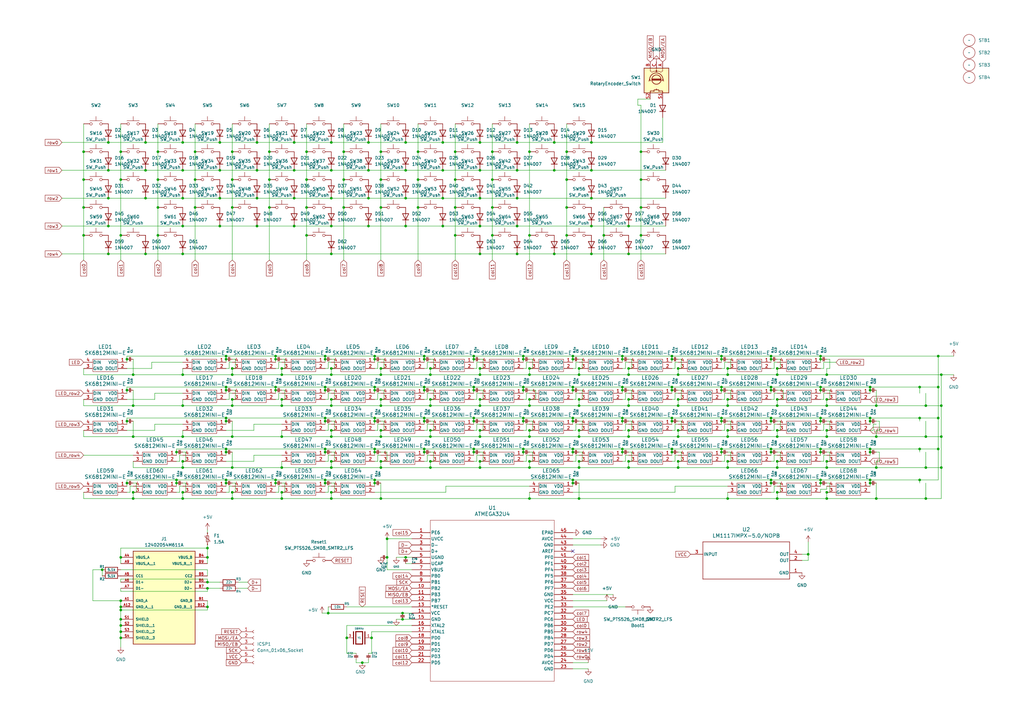
<source format=kicad_sch>
(kicad_sch (version 20230121) (generator eeschema)
  (paper "A3")
  (junction (at 176.53 176.53))
  (junction (at 95.25 62.23))
  (junction (at 359.41 166.37))
  (junction (at 336.55 196.85))
  (junction (at 336.55 171.45))
  (junction (at 262.89 73.66))
  (junction (at 80.01 73.66))
  (junction (at 217.17 151.13))
  (junction (at 318.77 151.13))
  (junction (at 44.45 104.14))
  (junction (at 278.13 189.23))
  (junction (at 386.08 153.67))
  (junction (at 257.81 189.23))
  (junction (at 135.89 189.23))
  (junction (at 316.23 172.72))
  (junction (at 44.45 58.42))
  (junction (at 275.59 158.75))
  (junction (at 90.17 81.28))
  (junction (at 384.81 146.05))
  (junction (at 44.45 92.71))
  (junction (at 72.39 198.12))
  (junction (at 339.09 204.47))
  (junction (at 74.93 81.28))
  (junction (at 316.23 147.32))
  (junction (at 237.49 151.13))
  (junction (at 49.53 261.62))
  (junction (at 44.45 69.85))
  (junction (at 34.29 73.66))
  (junction (at 316.23 160.02))
  (junction (at 356.87 158.75))
  (junction (at 176.53 163.83))
  (junction (at 356.87 171.45))
  (junction (at 377.19 184.15))
  (junction (at 295.91 172.72))
  (junction (at 49.53 250.19))
  (junction (at 356.87 198.12))
  (junction (at 64.77 96.52))
  (junction (at 356.87 185.42))
  (junction (at 196.85 179.07))
  (junction (at 156.21 189.23))
  (junction (at 257.81 191.77))
  (junction (at 166.37 92.71))
  (junction (at 181.61 58.42))
  (junction (at 120.65 69.85))
  (junction (at 217.17 179.07))
  (junction (at 186.69 96.52))
  (junction (at 120.65 81.28))
  (junction (at 176.53 151.13))
  (junction (at 257.81 179.07))
  (junction (at 105.41 69.85))
  (junction (at 278.13 153.67))
  (junction (at 234.95 158.75))
  (junction (at 52.07 172.72))
  (junction (at 278.13 163.83))
  (junction (at 125.73 62.23))
  (junction (at 234.95 172.72))
  (junction (at 95.25 163.83))
  (junction (at 54.61 201.93))
  (junction (at 95.25 153.67))
  (junction (at 115.57 151.13))
  (junction (at 318.77 179.07))
  (junction (at 110.49 85.09))
  (junction (at 275.59 172.72))
  (junction (at 151.13 58.42))
  (junction (at 336.55 160.02))
  (junction (at 217.17 176.53))
  (junction (at 74.93 189.23))
  (junction (at 115.57 153.67))
  (junction (at 275.59 160.02))
  (junction (at 217.17 191.77))
  (junction (at 135.89 176.53))
  (junction (at 201.93 96.52))
  (junction (at 153.67 146.05))
  (junction (at 95.25 166.37))
  (junction (at 255.27 172.72))
  (junction (at 153.67 171.45))
  (junction (at 166.37 69.85))
  (junction (at 298.45 153.67))
  (junction (at 255.27 185.42))
  (junction (at 34.29 85.09))
  (junction (at 156.21 191.77))
  (junction (at 74.93 58.42))
  (junction (at 278.13 176.53))
  (junction (at 377.19 158.75))
  (junction (at 49.53 259.08))
  (junction (at 125.73 96.52))
  (junction (at 85.09 241.3))
  (junction (at 59.69 58.42))
  (junction (at 336.55 158.75))
  (junction (at 214.63 160.02))
  (junction (at 196.85 151.13))
  (junction (at 74.93 166.37))
  (junction (at 275.59 171.45))
  (junction (at 356.87 184.15))
  (junction (at 196.85 163.83))
  (junction (at 234.95 160.02))
  (junction (at 92.71 196.85))
  (junction (at 115.57 163.83))
  (junction (at 356.87 172.72))
  (junction (at 113.03 158.75))
  (junction (at 242.57 58.42))
  (junction (at 156.21 166.37))
  (junction (at 212.09 81.28))
  (junction (at 234.95 185.42))
  (junction (at 105.41 81.28))
  (junction (at 257.81 151.13))
  (junction (at 359.41 179.07))
  (junction (at 74.93 191.77))
  (junction (at 318.77 176.53))
  (junction (at 135.89 153.67))
  (junction (at 34.29 62.23))
  (junction (at 214.63 172.72))
  (junction (at 316.23 146.05))
  (junction (at 120.65 58.42))
  (junction (at 257.81 166.37))
  (junction (at 386.08 179.07))
  (junction (at 278.13 179.07))
  (junction (at 257.81 104.14))
  (junction (at 85.09 238.76))
  (junction (at 217.17 166.37))
  (junction (at 359.41 191.77))
  (junction (at 217.17 96.52))
  (junction (at 316.23 184.15))
  (junction (at 74.93 153.67))
  (junction (at 90.17 58.42))
  (junction (at 237.49 189.23))
  (junction (at 275.59 146.05))
  (junction (at 234.95 198.12))
  (junction (at 80.01 62.23))
  (junction (at 142.24 261.62))
  (junction (at 92.71 172.72))
  (junction (at 133.35 158.75))
  (junction (at 34.29 96.52))
  (junction (at 95.25 201.93))
  (junction (at 59.69 69.85))
  (junction (at 217.17 189.23))
  (junction (at 133.35 171.45))
  (junction (at 181.61 92.71))
  (junction (at 201.93 73.66))
  (junction (at 217.17 163.83))
  (junction (at 176.53 153.67))
  (junction (at 156.21 73.66))
  (junction (at 92.71 146.05))
  (junction (at 113.03 160.02))
  (junction (at 173.99 146.05))
  (junction (at 74.93 92.71))
  (junction (at 59.69 81.28))
  (junction (at 54.61 166.37))
  (junction (at 318.77 153.67))
  (junction (at 316.23 158.75))
  (junction (at 153.67 184.15))
  (junction (at 336.55 185.42))
  (junction (at 275.59 185.42))
  (junction (at 298.45 166.37))
  (junction (at 255.27 184.15))
  (junction (at 113.03 147.32))
  (junction (at 196.85 92.71))
  (junction (at 217.17 204.47))
  (junction (at 237.49 191.77))
  (junction (at 115.57 201.93))
  (junction (at 318.77 201.93))
  (junction (at 242.57 69.85))
  (junction (at 41.91 233.68))
  (junction (at 105.41 58.42))
  (junction (at 90.17 92.71))
  (junction (at 278.13 151.13))
  (junction (at 232.41 96.52))
  (junction (at 196.85 176.53))
  (junction (at 173.99 185.42))
  (junction (at 134.62 251.46))
  (junction (at 173.99 160.02))
  (junction (at 318.77 189.23))
  (junction (at 135.89 92.71))
  (junction (at 156.21 62.23))
  (junction (at 105.41 92.71))
  (junction (at 140.97 85.09))
  (junction (at 133.35 184.15))
  (junction (at 186.69 85.09))
  (junction (at 64.77 62.23))
  (junction (at 85.09 248.92))
  (junction (at 237.49 153.67))
  (junction (at 298.45 176.53))
  (junction (at 237.49 166.37))
  (junction (at 186.69 62.23))
  (junction (at 181.61 81.28))
  (junction (at 140.97 73.66))
  (junction (at 356.87 160.02))
  (junction (at 173.99 172.72))
  (junction (at 257.81 92.71))
  (junction (at 214.63 184.15))
  (junction (at 262.89 96.52))
  (junction (at 92.71 160.02))
  (junction (at 214.63 171.45))
  (junction (at 165.1 254))
  (junction (at 54.61 204.47))
  (junction (at 74.93 201.93))
  (junction (at 212.09 104.14))
  (junction (at 95.25 179.07))
  (junction (at 110.49 73.66))
  (junction (at 298.45 189.23))
  (junction (at 196.85 81.28))
  (junction (at 379.73 191.77))
  (junction (at 386.08 191.77))
  (junction (at 234.95 147.32))
  (junction (at 212.09 92.71))
  (junction (at 318.77 166.37))
  (junction (at 176.53 179.07))
  (junction (at 384.81 171.45))
  (junction (at 298.45 163.83))
  (junction (at 295.91 184.15))
  (junction (at 278.13 191.77))
  (junction (at 237.49 163.83))
  (junction (at 133.35 160.02))
  (junction (at 115.57 166.37))
  (junction (at 44.45 81.28))
  (junction (at 176.53 191.77))
  (junction (at 318.77 204.47))
  (junction (at 92.71 184.15))
  (junction (at 49.53 254))
  (junction (at 379.73 204.47))
  (junction (at 92.71 171.45))
  (junction (at 74.93 104.14))
  (junction (at 196.85 104.14))
  (junction (at 295.91 147.32))
  (junction (at 85.09 224.79))
  (junction (at 255.27 160.02))
  (junction (at 196.85 166.37))
  (junction (at 196.85 153.67))
  (junction (at 125.73 85.09))
  (junction (at 135.89 163.83))
  (junction (at 135.89 179.07))
  (junction (at 135.89 191.77))
  (junction (at 196.85 58.42))
  (junction (at 95.25 85.09))
  (junction (at 153.67 158.75))
  (junction (at 90.17 69.85))
  (junction (at 255.27 158.75))
  (junction (at 171.45 85.09))
  (junction (at 234.95 171.45))
  (junction (at 339.09 163.83))
  (junction (at 133.35 172.72))
  (junction (at 242.57 104.14))
  (junction (at 133.35 146.05))
  (junction (at 214.63 185.42))
  (junction (at 59.69 104.14))
  (junction (at 153.67 198.12))
  (junction (at 384.81 184.15))
  (junction (at 217.17 153.67))
  (junction (at 194.31 147.32))
  (junction (at 72.39 185.42))
  (junction (at 201.93 85.09))
  (junction (at 52.07 198.12))
  (junction (at 336.55 184.15))
  (junction (at 194.31 158.75))
  (junction (at 384.81 158.75))
  (junction (at 74.93 179.07))
  (junction (at 49.53 62.23))
  (junction (at 152.4 261.62))
  (junction (at 92.71 158.75))
  (junction (at 196.85 69.85))
  (junction (at 242.57 81.28))
  (junction (at 85.09 228.6))
  (junction (at 49.53 248.92))
  (junction (at 356.87 196.85))
  (junction (at 52.07 160.02))
  (junction (at 298.45 179.07))
  (junction (at 339.09 176.53))
  (junction (at 133.35 147.32))
  (junction (at 113.03 196.85))
  (junction (at 339.09 153.67))
  (junction (at 316.23 198.12))
  (junction (at 196.85 189.23))
  (junction (at 54.61 153.67))
  (junction (at 151.13 81.28))
  (junction (at 214.63 158.75))
  (junction (at 176.53 189.23))
  (junction (at 214.63 146.05))
  (junction (at 257.81 163.83))
  (junction (at 201.93 62.23))
  (junction (at 262.89 85.09))
  (junction (at 331.47 227.33))
  (junction (at 237.49 179.07))
  (junction (at 74.93 69.85))
  (junction (at 158.75 220.98))
  (junction (at 295.91 160.02))
  (junction (at 158.75 228.6))
  (junction (at 257.81 153.67))
  (junction (at 339.09 189.23))
  (junction (at 242.57 92.71))
  (junction (at 151.13 69.85))
  (junction (at 49.53 246.38))
  (junction (at 95.25 73.66))
  (junction (at 234.95 196.85))
  (junction (at 165.1 251.46))
  (junction (at 115.57 204.47))
  (junction (at 153.67 160.02))
  (junction (at 49.53 228.6))
  (junction (at 52.07 147.32))
  (junction (at 186.69 73.66))
  (junction (at 298.45 204.47))
  (junction (at 181.61 69.85))
  (junction (at 173.99 184.15))
  (junction (at 234.95 184.15))
  (junction (at 135.89 81.28))
  (junction (at 156.21 151.13))
  (junction (at 257.81 176.53))
  (junction (at 194.31 185.42))
  (junction (at 255.27 147.32))
  (junction (at 339.09 191.77))
  (junction (at 298.45 151.13))
  (junction (at 135.89 69.85))
  (junction (at 275.59 184.15))
  (junction (at 247.65 96.52))
  (junction (at 49.53 96.52))
  (junction (at 54.61 179.07))
  (junction (at 92.71 198.12))
  (junction (at 74.93 204.47))
  (junction (at 196.85 191.77))
  (junction (at 316.23 171.45))
  (junction (at 227.33 104.14))
  (junction (at 135.89 104.14))
  (junction (at 212.09 58.42))
  (junction (at 133.35 196.85))
  (junction (at 64.77 73.66))
  (junction (at 148.59 271.78))
  (junction (at 72.39 196.85))
  (junction (at 156.21 153.67))
  (junction (at 295.91 146.05))
  (junction (at 295.91 171.45))
  (junction (at 339.09 179.07))
  (junction (at 171.45 62.23))
  (junction (at 151.13 92.71))
  (junction (at 295.91 185.42))
  (junction (at 316.23 196.85))
  (junction (at 275.59 147.32))
  (junction (at 194.31 171.45))
  (junction (at 227.33 58.42))
  (junction (at 49.53 256.54))
  (junction (at 176.53 166.37))
  (junction (at 278.13 166.37))
  (junction (at 95.25 151.13))
  (junction (at 316.23 185.42))
  (junction (at 194.31 172.72))
  (junction (at 194.31 184.15))
  (junction (at 379.73 179.07))
  (junction (at 49.53 73.66))
  (junction (at 339.09 201.93))
  (junction (at 318.77 191.77))
  (junction (at 194.31 146.05))
  (junction (at 166.37 81.28))
  (junction (at 232.41 85.09))
  (junction (at 113.03 146.05))
  (junction (at 156.21 204.47))
  (junction (at 135.89 151.13))
  (junction (at 379.73 166.37))
  (junction (at 255.27 146.05))
  (junction (at 133.35 185.42))
  (junction (at 135.89 201.93))
  (junction (at 336.55 146.05))
  (junction (at 95.25 204.47))
  (junction (at 336.55 172.72))
  (junction (at 156.21 176.53))
  (junction (at 135.89 58.42))
  (junction (at 153.67 196.85))
  (junction (at 153.67 147.32))
  (junction (at 227.33 69.85))
  (junction (at 135.89 166.37))
  (junction (at 92.71 147.32))
  (junction (at 214.63 147.32))
  (junction (at 232.41 62.23))
  (junction (at 194.31 160.02))
  (junction (at 156.21 179.07))
  (junction (at 237.49 204.47))
  (junction (at 153.67 185.42))
  (junction (at 359.41 204.47))
  (junction (at 386.08 166.37))
  (junction (at 298.45 191.77))
  (junction (at 336.55 147.32))
  (junction (at 377.19 196.85))
  (junction (at 95.25 191.77))
  (junction (at 120.65 92.71))
  (junction (at 115.57 179.07))
  (junction (at 173.99 171.45))
  (junction (at 140.97 62.23))
  (junction (at 133.35 198.12))
  (junction (at 255.27 171.45))
  (junction (at 234.95 146.05))
  (junction (at 336.55 198.12))
  (junction (at 115.57 191.77))
  (junction (at 339.09 166.37))
  (junction (at 64.77 85.09))
  (junction (at 171.45 73.66))
  (junction (at 125.73 73.66))
  (junction (at 166.37 228.6))
  (junction (at 217.17 62.23))
  (junction (at 92.71 185.42))
  (junction (at 318.77 163.83))
  (junction (at 80.01 85.09))
  (junction (at 156.21 85.09))
  (junction (at 262.89 62.23))
  (junction (at 110.49 62.23))
  (junction (at 295.91 158.75))
  (junction (at 153.67 172.72))
  (junction (at 135.89 204.47))
  (junction (at 232.41 73.66))
  (junction (at 212.09 69.85))
  (junction (at 173.99 147.32))
  (junction (at 166.37 58.42))
  (junction (at 173.99 158.75))
  (junction (at 113.03 198.12))
  (junction (at 237.49 176.53))
  (junction (at 377.19 171.45))
  (junction (at 156.21 163.83))
  (no_connect (at 234.95 226.06))
  (wire (pts (xy 173.99 158.75) (xy 173.99 160.02)))
  (wire (pts (xy 201.93 96.52) (xy 201.93 106.68)))
  (wire (pts (xy 295.91 160.02) (xy 295.91 161.29)))
  (wire (pts (xy 153.67 171.45) (xy 133.35 171.45)))
  (wire (pts (xy 153.67 189.23) (xy 154.94 189.23)))
  (wire (pts (xy 116.84 147.32) (xy 116.84 151.13)))
  (wire (pts (xy 59.69 58.42) (xy 44.45 58.42)))
  (wire (pts (xy 196.85 104.14) (xy 212.09 104.14)))
  (wire (pts (xy 135.89 161.29) (xy 134.62 161.29)))
  (wire (pts (xy 85.09 217.17) (xy 85.09 218.44)))
  (wire (pts (xy 49.53 233.68) (xy 85.09 233.68)))
  (wire (pts (xy 331.47 227.33) (xy 331.47 229.87)))
  (wire (pts (xy 194.31 158.75) (xy 173.99 158.75)))
  (wire (pts (xy 262.89 43.18) (xy 262.89 62.23)))
  (wire (pts (xy 96.52 147.32) (xy 96.52 151.13)))
  (wire (pts (xy 316.23 185.42) (xy 316.23 186.69)))
  (wire (pts (xy 158.75 185.42) (xy 158.75 189.23)))
  (wire (pts (xy 234.95 248.92) (xy 256.54 248.92)))
  (wire (pts (xy 359.41 172.72) (xy 360.68 172.72)))
  (wire (pts (xy 257.81 166.37) (xy 237.49 166.37)))
  (wire (pts (xy 95.25 201.93) (xy 95.25 204.47)))
  (wire (pts (xy 135.89 199.39) (xy 134.62 199.39)))
  (wire (pts (xy 154.94 161.29) (xy 154.94 163.83)))
  (wire (pts (xy 218.44 189.23) (xy 217.17 189.23)))
  (wire (pts (xy 215.9 148.59) (xy 215.9 151.13)))
  (wire (pts (xy 295.91 158.75) (xy 295.91 160.02)))
  (wire (pts (xy 359.41 189.23) (xy 359.41 191.77)))
  (wire (pts (xy 25.4 58.42) (xy 44.45 58.42)))
  (wire (pts (xy 59.69 81.28) (xy 74.93 81.28)))
  (wire (pts (xy 148.59 271.78) (xy 151.13 271.78)))
  (wire (pts (xy 92.71 146.05) (xy 92.71 147.32)))
  (wire (pts (xy 153.67 185.42) (xy 153.67 186.69)))
  (wire (pts (xy 166.37 81.28) (xy 181.61 81.28)))
  (wire (pts (xy 85.09 224.79) (xy 49.53 224.79)))
  (wire (pts (xy 339.09 198.12) (xy 340.36 198.12)))
  (wire (pts (xy 156.21 172.72) (xy 157.48 172.72)))
  (wire (pts (xy 318.77 198.12) (xy 320.04 198.12)))
  (wire (pts (xy 186.69 62.23) (xy 186.69 73.66)))
  (wire (pts (xy 105.41 81.28) (xy 120.65 81.28)))
  (wire (pts (xy 76.2 198.12) (xy 76.2 201.93)))
  (wire (pts (xy 256.54 148.59) (xy 256.54 151.13)))
  (wire (pts (xy 92.71 171.45) (xy 92.71 172.72)))
  (wire (pts (xy 384.81 184.15) (xy 377.19 184.15)))
  (wire (pts (xy 237.49 153.67) (xy 217.17 153.67)))
  (wire (pts (xy 339.09 201.93) (xy 339.09 204.47)))
  (wire (pts (xy 134.62 163.83) (xy 133.35 163.83)))
  (wire (pts (xy 271.78 48.26) (xy 271.78 58.42)))
  (wire (pts (xy 234.95 223.52) (xy 246.38 223.52)))
  (wire (pts (xy 391.16 153.67) (xy 386.08 153.67)))
  (wire (pts (xy 242.57 104.14) (xy 257.81 104.14)))
  (wire (pts (xy 52.07 172.72) (xy 52.07 173.99)))
  (wire (pts (xy 336.55 184.15) (xy 336.55 185.42)))
  (wire (pts (xy 234.95 146.05) (xy 214.63 146.05)))
  (wire (pts (xy 25.4 69.85) (xy 44.45 69.85)))
  (wire (pts (xy 295.91 185.42) (xy 295.91 186.69)))
  (wire (pts (xy 275.59 184.15) (xy 275.59 185.42)))
  (wire (pts (xy 133.35 146.05) (xy 133.35 147.32)))
  (wire (pts (xy 217.17 176.53) (xy 217.17 179.07)))
  (wire (pts (xy 173.99 171.45) (xy 153.67 171.45)))
  (wire (pts (xy 298.45 161.29) (xy 297.18 161.29)))
  (wire (pts (xy 196.85 179.07) (xy 176.53 179.07)))
  (wire (pts (xy 115.57 148.59) (xy 114.3 148.59)))
  (wire (pts (xy 115.57 199.39) (xy 114.3 199.39)))
  (wire (pts (xy 176.53 161.29) (xy 175.26 161.29)))
  (wire (pts (xy 34.29 179.07) (xy 34.29 176.53)))
  (wire (pts (xy 64.77 96.52) (xy 64.77 106.68)))
  (wire (pts (xy 336.55 147.32) (xy 336.55 148.59)))
  (wire (pts (xy 218.44 185.42) (xy 218.44 189.23)))
  (wire (pts (xy 54.61 172.72) (xy 54.61 179.07)))
  (wire (pts (xy 133.35 172.72) (xy 133.35 173.99)))
  (wire (pts (xy 114.3 151.13) (xy 113.03 151.13)))
  (wire (pts (xy 134.62 151.13) (xy 133.35 151.13)))
  (wire (pts (xy 63.5 163.83) (xy 52.07 163.83)))
  (wire (pts (xy 113.03 147.32) (xy 113.03 148.59)))
  (wire (pts (xy 76.2 185.42) (xy 76.2 189.23)))
  (wire (pts (xy 234.95 146.05) (xy 234.95 147.32)))
  (wire (pts (xy 247.65 85.09) (xy 247.65 96.52)))
  (wire (pts (xy 318.77 191.77) (xy 298.45 191.77)))
  (wire (pts (xy 339.09 176.53) (xy 339.09 179.07)))
  (wire (pts (xy 278.13 179.07) (xy 257.81 179.07)))
  (wire (pts (xy 85.09 248.92) (xy 85.09 250.19)))
  (wire (pts (xy 173.99 184.15) (xy 173.99 185.42)))
  (wire (pts (xy 384.81 171.45) (xy 384.81 184.15)))
  (wire (pts (xy 95.25 166.37) (xy 74.93 166.37)))
  (wire (pts (xy 318.77 160.02) (xy 321.31 160.02)))
  (wire (pts (xy 321.31 160.02) (xy 321.31 163.83)))
  (wire (pts (xy 153.67 160.02) (xy 153.67 161.29)))
  (wire (pts (xy 85.09 237.49) (xy 85.09 238.76)))
  (wire (pts (xy 176.53 153.67) (xy 156.21 153.67)))
  (wire (pts (xy 74.93 189.23) (xy 74.93 191.77)))
  (wire (pts (xy 52.07 160.02) (xy 52.07 161.29)))
  (wire (pts (xy 215.9 189.23) (xy 215.9 186.69)))
  (wire (pts (xy 379.73 191.77) (xy 359.41 191.77)))
  (wire (pts (xy 44.45 92.71) (xy 74.93 92.71)))
  (wire (pts (xy 74.93 204.47) (xy 54.61 204.47)))
  (wire (pts (xy 85.09 246.38) (xy 85.09 248.92)))
  (wire (pts (xy 297.18 163.83) (xy 295.91 163.83)))
  (wire (pts (xy 360.68 176.53) (xy 359.41 176.53)))
  (wire (pts (xy 318.77 176.53) (xy 318.77 179.07)))
  (wire (pts (xy 49.53 250.19) (xy 49.53 254)))
  (wire (pts (xy 271.78 58.42) (xy 242.57 58.42)))
  (wire (pts (xy 377.19 171.45) (xy 377.19 172.72)))
  (wire (pts (xy 255.27 176.53) (xy 256.54 176.53)))
  (wire (pts (xy 76.2 189.23) (xy 74.93 189.23)))
  (wire (pts (xy 156.21 176.53) (xy 156.21 179.07)))
  (wire (pts (xy 173.99 189.23) (xy 175.26 189.23)))
  (wire (pts (xy 64.77 50.8) (xy 64.77 62.23)))
  (wire (pts (xy 196.85 58.42) (xy 181.61 58.42)))
  (wire (pts (xy 93.98 163.83) (xy 92.71 163.83)))
  (wire (pts (xy 142.24 267.97) (xy 146.05 267.97)))
  (wire (pts (xy 298.45 160.02) (xy 299.72 160.02)))
  (wire (pts (xy 298.45 163.83) (xy 298.45 166.37)))
  (wire (pts (xy 299.72 172.72) (xy 299.72 176.53)))
  (wire (pts (xy 234.95 185.42) (xy 234.95 186.69)))
  (wire (pts (xy 105.41 92.71) (xy 120.65 92.71)))
  (wire (pts (xy 256.54 151.13) (xy 255.27 151.13)))
  (wire (pts (xy 279.4 189.23) (xy 278.13 189.23)))
  (wire (pts (xy 168.91 233.68) (xy 158.75 233.68)))
  (wire (pts (xy 171.45 50.8) (xy 171.45 62.23)))
  (wire (pts (xy 181.61 58.42) (xy 166.37 58.42)))
  (wire (pts (xy 137.16 160.02) (xy 137.16 163.83)))
  (wire (pts (xy 340.36 147.32) (xy 340.36 151.13)))
  (wire (pts (xy 298.45 151.13) (xy 298.45 153.67)))
  (wire (pts (xy 318.77 163.83) (xy 318.77 166.37)))
  (wire (pts (xy 237.49 147.32) (xy 238.76 147.32)))
  (wire (pts (xy 237.49 151.13) (xy 237.49 153.67)))
  (wire (pts (xy 237.49 173.99) (xy 236.22 173.99)))
  (wire (pts (xy 217.17 163.83) (xy 217.17 166.37)))
  (wire (pts (xy 212.09 92.71) (xy 242.57 92.71)))
  (wire (pts (xy 237.49 163.83) (xy 237.49 166.37)))
  (wire (pts (xy 359.41 185.42) (xy 360.68 185.42)))
  (wire (pts (xy 339.09 172.72) (xy 340.36 172.72)))
  (wire (pts (xy 318.77 161.29) (xy 317.5 161.29)))
  (wire (pts (xy 298.45 201.93) (xy 298.45 204.47)))
  (wire (pts (xy 232.41 96.52) (xy 232.41 106.68)))
  (wire (pts (xy 255.27 184.15) (xy 255.27 185.42)))
  (wire (pts (xy 257.81 104.14) (xy 273.05 104.14)))
  (wire (pts (xy 297.18 161.29) (xy 297.18 163.83)))
  (wire (pts (xy 318.77 199.39) (xy 317.5 199.39)))
  (wire (pts (xy 92.71 146.05) (xy 52.07 146.05)))
  (wire (pts (xy 234.95 271.78) (xy 241.3 271.78)))
  (wire (pts (xy 49.53 242.57) (xy 85.09 242.57)))
  (wire (pts (xy 72.39 196.85) (xy 52.07 196.85)))
  (wire (pts (xy 195.58 176.53) (xy 195.58 173.99)))
  (wire (pts (xy 134.62 189.23) (xy 134.62 186.69)))
  (wire (pts (xy 377.19 158.75) (xy 377.19 161.29)))
  (wire (pts (xy 115.57 161.29) (xy 114.3 161.29)))
  (wire (pts (xy 133.35 196.85) (xy 113.03 196.85)))
  (wire (pts (xy 234.95 246.38) (xy 248.92 246.38)))
  (wire (pts (xy 276.86 163.83) (xy 275.59 163.83)))
  (wire (pts (xy 156.21 173.99) (xy 154.94 173.99)))
  (wire (pts (xy 217.17 148.59) (xy 215.9 148.59)))
  (wire (pts (xy 196.85 176.53) (xy 196.85 179.07)))
  (wire (pts (xy 194.31 185.42) (xy 194.31 186.69)))
  (wire (pts (xy 156.21 179.07) (xy 135.89 179.07)))
  (wire (pts (xy 74.93 186.69) (xy 73.66 186.69)))
  (wire (pts (xy 276.86 199.39) (xy 298.45 199.39)))
  (wire (pts (xy 234.95 201.93) (xy 276.86 201.93)))
  (wire (pts (xy 115.57 163.83) (xy 115.57 166.37)))
  (wire (pts (xy 198.12 151.13) (xy 196.85 151.13)))
  (wire (pts (xy 194.31 184.15) (xy 173.99 184.15)))
  (wire (pts (xy 234.95 274.32) (xy 241.3 274.32)))
  (wire (pts (xy 135.89 151.13) (xy 135.89 153.67)))
  (wire (pts (xy 133.35 158.75) (xy 113.03 158.75)))
  (wire (pts (xy 358.14 173.99) (xy 359.41 173.99)))
  (wire (pts (xy 173.99 146.05) (xy 153.67 146.05)))
  (wire (pts (xy 196.85 186.69) (xy 195.58 186.69)))
  (wire (pts (xy 49.53 261.62) (xy 49.53 265.43)))
  (wire (pts (xy 320.04 198.12) (xy 320.04 201.93)))
  (wire (pts (xy 214.63 171.45) (xy 214.63 172.72)))
  (wire (pts (xy 299.72 189.23) (xy 298.45 189.23)))
  (wire (pts (xy 92.71 172.72) (xy 92.71 173.99)))
  (wire (pts (xy 54.61 147.32) (xy 54.61 153.67)))
  (wire (pts (xy 386.08 191.77) (xy 386.08 204.47)))
  (wire (pts (xy 135.89 176.53) (xy 135.89 179.07)))
  (wire (pts (xy 297.18 176.53) (xy 297.18 173.99)))
  (wire (pts (xy 95.25 147.32) (xy 96.52 147.32)))
  (wire (pts (xy 257.81 161.29) (xy 256.54 161.29)))
  (wire (pts (xy 255.27 171.45) (xy 255.27 172.72)))
  (wire (pts (xy 276.86 201.93) (xy 276.86 199.39)))
  (wire (pts (xy 55.88 201.93) (xy 54.61 201.93)))
  (wire (pts (xy 176.53 166.37) (xy 156.21 166.37)))
  (wire (pts (xy 214.63 158.75) (xy 214.63 160.02)))
  (wire (pts (xy 198.12 189.23) (xy 196.85 189.23)))
  (wire (pts (xy 386.08 179.07) (xy 386.08 191.77)))
  (wire (pts (xy 195.58 161.29) (xy 195.58 163.83)))
  (wire (pts (xy 359.41 160.02) (xy 359.41 166.37)))
  (wire (pts (xy 257.81 147.32) (xy 259.08 147.32)))
  (wire (pts (xy 234.95 176.53) (xy 236.22 176.53)))
  (wire (pts (xy 278.13 166.37) (xy 257.81 166.37)))
  (wire (pts (xy 52.07 198.12) (xy 52.07 199.39)))
  (wire (pts (xy 237.49 189.23) (xy 237.49 191.77)))
  (wire (pts (xy 95.25 172.72) (xy 95.25 179.07)))
  (wire (pts (xy 266.7 40.64) (xy 261.62 40.64)))
  (wire (pts (xy 196.85 172.72) (xy 198.12 172.72)))
  (wire (pts (xy 25.4 81.28) (xy 44.45 81.28)))
  (wire (pts (xy 85.09 223.52) (xy 85.09 224.79)))
  (wire (pts (xy 158.75 233.68) (xy 158.75 228.6)))
  (wire (pts (xy 336.55 198.12) (xy 336.55 199.39)))
  (wire (pts (xy 217.17 151.13) (xy 217.17 153.67)))
  (wire (pts (xy 133.35 158.75) (xy 133.35 160.02)))
  (wire (pts (xy 175.26 176.53) (xy 175.26 173.99)))
  (wire (pts (xy 320.04 189.23) (xy 318.77 189.23)))
  (wire (pts (xy 336.55 189.23) (xy 337.82 189.23)))
  (wire (pts (xy 133.35 171.45) (xy 133.35 172.72)))
  (wire (pts (xy 153.67 196.85) (xy 133.35 196.85)))
  (wire (pts (xy 74.93 92.71) (xy 90.17 92.71)))
  (wire (pts (xy 120.65 81.28) (xy 135.89 81.28)))
  (wire (pts (xy 339.09 179.07) (xy 318.77 179.07)))
  (wire (pts (xy 52.07 158.75) (xy 52.07 160.02)))
  (wire (pts (xy 336.55 185.42) (xy 336.55 186.69)))
  (wire (pts (xy 336.55 158.75) (xy 316.23 158.75)))
  (wire (pts (xy 49.53 224.79) (xy 49.53 228.6)))
  (wire (pts (xy 234.95 158.75) (xy 234.95 160.02)))
  (wire (pts (xy 356.87 184.15) (xy 336.55 184.15)))
  (wire (pts (xy 173.99 146.05) (xy 173.99 147.32)))
  (wire (pts (xy 317.5 161.29) (xy 317.5 163.83)))
  (wire (pts (xy 165.1 251.46) (xy 168.91 251.46)))
  (wire (pts (xy 171.45 62.23) (xy 171.45 73.66)))
  (wire (pts (xy 257.81 172.72) (xy 259.08 172.72)))
  (wire (pts (xy 49.53 256.54) (xy 49.53 259.08)))
  (wire (pts (xy 339.09 153.67) (xy 318.77 153.67)))
  (wire (pts (xy 153.67 146.05) (xy 133.35 146.05)))
  (wire (pts (xy 257.81 191.77) (xy 237.49 191.77)))
  (wire (pts (xy 276.86 151.13) (xy 275.59 151.13)))
  (wire (pts (xy 261.62 40.64) (xy 261.62 43.18)))
  (wire (pts (xy 317.5 186.69) (xy 318.77 186.69)))
  (wire (pts (xy 237.49 185.42) (xy 238.76 185.42)))
  (wire (pts (xy 134.62 161.29) (xy 134.62 163.83)))
  (wire (pts (xy 92.71 201.93) (xy 93.98 201.93)))
  (wire (pts (xy 95.25 153.67) (xy 74.93 153.67)))
  (wire (pts (xy 158.75 189.23) (xy 156.21 189.23)))
  (wire (pts (xy 114.3 148.59) (xy 114.3 151.13)))
  (wire (pts (xy 95.25 179.07) (xy 74.93 179.07)))
  (wire (pts (xy 257.81 179.07) (xy 237.49 179.07)))
  (wire (pts (xy 92.71 184.15) (xy 72.39 184.15)))
  (wire (pts (xy 295.91 158.75) (xy 275.59 158.75)))
  (wire (pts (xy 135.89 104.14) (xy 196.85 104.14)))
  (wire (pts (xy 237.49 160.02) (xy 238.76 160.02)))
  (wire (pts (xy 116.84 201.93) (xy 115.57 201.93)))
  (wire (pts (xy 153.67 158.75) (xy 133.35 158.75)))
  (wire (pts (xy 113.03 196.85) (xy 113.03 198.12)))
  (wire (pts (xy 255.27 146.05) (xy 234.95 146.05)))
  (wire (pts (xy 318.77 148.59) (xy 317.5 148.59)))
  (wire (pts (xy 49.53 62.23) (xy 49.53 73.66)))
  (wire (pts (xy 95.25 148.59) (xy 93.98 148.59)))
  (wire (pts (xy 359.41 166.37) (xy 339.09 166.37)))
  (wire (pts (xy 151.13 69.85) (xy 166.37 69.85)))
  (wire (pts (xy 295.91 147.32) (xy 295.91 148.59)))
  (wire (pts (xy 278.13 153.67) (xy 257.81 153.67)))
  (wire (pts (xy 115.57 166.37) (xy 95.25 166.37)))
  (wire (pts (xy 318.77 201.93) (xy 318.77 204.47)))
  (wire (pts (xy 182.88 201.93) (xy 182.88 199.39)))
  (wire (pts (xy 275.59 158.75) (xy 275.59 160.02)))
  (wire (pts (xy 336.55 146.05) (xy 384.81 146.05)))
  (wire (pts (xy 299.72 176.53) (xy 298.45 176.53)))
  (wire (pts (xy 299.72 163.83) (xy 298.45 163.83)))
  (wire (pts (xy 142.24 256.54) (xy 168.91 256.54)))
  (wire (pts (xy 238.76 185.42) (xy 238.76 189.23)))
  (wire (pts (xy 360.68 172.72) (xy 360.68 176.53)))
  (wire (pts (xy 80.01 73.66) (xy 80.01 85.09)))
  (wire (pts (xy 227.33 104.14) (xy 242.57 104.14)))
  (wire (pts (xy 176.53 173.99) (xy 175.26 173.99)))
  (wire (pts (xy 295.91 189.23) (xy 297.18 189.23)))
  (wire (pts (xy 337.82 148.59) (xy 342.9 148.59)))
  (wire (pts (xy 154.94 176.53) (xy 154.94 173.99)))
  (wire (pts (xy 275.59 146.05) (xy 255.27 146.05)))
  (wire (pts (xy 298.45 191.77) (xy 278.13 191.77)))
  (wire (pts (xy 195.58 151.13) (xy 194.31 151.13)))
  (wire (pts (xy 201.93 73.66) (xy 201.93 85.09)))
  (wire (pts (xy 316.23 196.85) (xy 316.23 198.12)))
  (wire (pts (xy 92.71 196.85) (xy 92.71 198.12)))
  (wire (pts (xy 358.14 176.53) (xy 358.14 173.99)))
  (wire (pts (xy 85.09 224.79) (xy 85.09 228.6)))
  (wire (pts (xy 201.93 62.23) (xy 201.93 73.66)))
  (wire (pts (xy 115.57 198.12) (xy 116.84 198.12)))
  (wire (pts (xy 49.53 259.08) (xy 49.53 261.62)))
  (wire (pts (xy 153.67 158.75) (xy 153.67 160.02)))
  (wire (pts (xy 38.1 233.68) (xy 38.1 246.38)))
  (wire (pts (xy 176.53 172.72) (xy 177.8 172.72)))
  (wire (pts (xy 181.61 69.85) (xy 196.85 69.85)))
  (wire (pts (xy 275.59 184.15) (xy 255.27 184.15)))
  (wire (pts (xy 196.85 160.02) (xy 198.12 160.02)))
  (wire (pts (xy 218.44 147.32) (xy 218.44 151.13)))
  (wire (pts (xy 134.62 251.46) (xy 165.1 251.46)))
  (wire (pts (xy 95.25 161.29) (xy 93.98 161.29)))
  (wire (pts (xy 339.09 204.47) (xy 318.77 204.47)))
  (wire (pts (xy 133.35 198.12) (xy 133.35 199.39)))
  (wire (pts (xy 52.07 171.45) (xy 52.07 172.72)))
  (wire (pts (xy 54.61 166.37) (xy 34.29 166.37)))
  (wire (pts (xy 90.17 69.85) (xy 105.41 69.85)))
  (wire (pts (xy 157.48 176.53) (xy 156.21 176.53)))
  (wire (pts (xy 356.87 176.53) (xy 358.14 176.53)))
  (wire (pts (xy 156.21 147.32) (xy 157.48 147.32)))
  (wire (pts (xy 113.03 158.75) (xy 113.03 160.02)))
  (wire (pts (xy 242.57 81.28) (xy 273.05 81.28)))
  (wire (pts (xy 115.57 179.07) (xy 95.25 179.07)))
  (wire (pts (xy 72.39 185.42) (xy 72.39 186.69)))
  (wire (pts (xy 317.5 163.83) (xy 316.23 163.83)))
  (wire (pts (xy 275.59 172.72) (xy 275.59 173.99)))
  (wire (pts (xy 317.5 201.93) (xy 316.23 201.93)))
  (wire (pts (xy 115.57 186.69) (xy 104.14 186.69)))
  (wire (pts (xy 340.36 151.13) (xy 339.09 151.13)))
  (wire (pts (xy 115.57 151.13) (xy 115.57 153.67)))
  (wire (pts (xy 278.13 176.53) (xy 278.13 179.07)))
  (wire (pts (xy 49.53 228.6) (xy 49.53 231.14)))
  (wire (pts (xy 276.86 176.53) (xy 276.86 173.99)))
  (wire (pts (xy 176.53 147.32) (xy 177.8 147.32)))
  (wire (pts (xy 95.25 163.83) (xy 95.25 166.37)))
  (wire (pts (xy 74.93 148.59) (xy 62.23 148.59)))
  (wire (pts (xy 318.77 179.07) (xy 298.45 179.07)))
  (wire (pts (xy 142.24 248.92) (xy 168.91 248.92)))
  (wire (pts (xy 140.97 73.66) (xy 140.97 85.09)))
  (wire (pts (xy 356.87 185.42) (xy 356.87 186.69)))
  (wire (pts (xy 137.16 147.32) (xy 137.16 151.13)))
  (wire (pts (xy 298.45 153.67) (xy 278.13 153.67)))
  (wire (pts (xy 255.27 158.75) (xy 234.95 158.75)))
  (wire (pts (xy 135.89 204.47) (xy 115.57 204.47)))
  (wire (pts (xy 73.66 189.23) (xy 73.66 186.69)))
  (wire (pts (xy 259.08 147.32) (xy 259.08 151.13)))
  (wire (pts (xy 217.17 173.99) (xy 215.9 173.99)))
  (wire (pts (xy 133.35 146.05) (xy 113.03 146.05)))
  (wire (pts (xy 340.36 201.93) (xy 339.09 201.93)))
  (wire (pts (xy 115.57 176.53) (xy 115.57 179.07)))
  (wire (pts (xy 194.31 147.32) (xy 194.31 148.59)))
  (wire (pts (xy 186.69 50.8) (xy 186.69 62.23)))
  (wire (pts (xy 92.71 158.75) (xy 52.07 158.75)))
  (wire (pts (xy 105.41 69.85) (xy 120.65 69.85)))
  (wire (pts (xy 54.61 198.12) (xy 55.88 198.12)))
  (wire (pts (xy 153.67 172.72) (xy 153.67 173.99)))
  (wire (pts (xy 74.93 58.42) (xy 59.69 58.42)))
  (wire (pts (xy 137.16 151.13) (xy 135.89 151.13)))
  (wire (pts (xy 217.17 147.32) (xy 218.44 147.32)))
  (wire (pts (xy 72.39 198.12) (xy 72.39 199.39)))
  (wire (pts (xy 74.93 176.53) (xy 74.93 179.07)))
  (wire (pts (xy 74.93 153.67) (xy 54.61 153.67)))
  (wire (pts (xy 318.77 147.32) (xy 320.04 147.32)))
  (wire (pts (xy 92.71 147.32) (xy 92.71 148.59)))
  (wire (pts (xy 175.26 148.59) (xy 175.26 151.13)))
  (wire (pts (xy 255.27 172.72) (xy 255.27 173.99)))
  (wire (pts (xy 196.85 69.85) (xy 212.09 69.85)))
  (wire (pts (xy 176.53 160.02) (xy 177.8 160.02)))
  (wire (pts (xy 379.73 172.72) (xy 379.73 179.07)))
  (wire (pts (xy 176.53 186.69) (xy 175.26 186.69)))
  (wire (pts (xy 194.31 171.45) (xy 194.31 172.72)))
  (wire (pts (xy 217.17 172.72) (xy 218.44 172.72)))
  (wire (pts (xy 379.73 185.42) (xy 379.73 191.77)))
  (wire (pts (xy 176.53 176.53) (xy 176.53 179.07)))
  (wire (pts (xy 236.22 176.53) (xy 236.22 173.99)))
  (wire (pts (xy 299.72 160.02) (xy 299.72 163.83)))
  (wire (pts (xy 49.53 96.52) (xy 49.53 106.68)))
  (wire (pts (xy 34.29 96.52) (xy 34.29 106.68)))
  (wire (pts (xy 41.91 233.68) (xy 38.1 233.68)))
  (wire (pts (xy 242.57 69.85) (xy 273.05 69.85)))
  (wire (pts (xy 154.94 148.59) (xy 154.94 151.13)))
  (wire (pts (xy 337.82 161.29) (xy 337.82 163.83)))
  (wire (pts (xy 44.45 104.14) (xy 59.69 104.14)))
  (wire (pts (xy 257.81 176.53) (xy 257.81 179.07)))
  (wire (pts (xy 177.8 172.72) (xy 177.8 176.53)))
  (wire (pts (xy 276.86 161.29) (xy 276.86 163.83)))
  (wire (pts (xy 74.93 179.07) (xy 54.61 179.07)))
  (wire (pts (xy 275.59 171.45) (xy 255.27 171.45)))
  (wire (pts (xy 53.34 201.93) (xy 53.34 199.39)))
  (wire (pts (xy 196.85 189.23) (xy 196.85 191.77)))
  (wire (pts (xy 173.99 147.32) (xy 173.99 148.59)))
  (wire (pts (xy 25.4 104.14) (xy 44.45 104.14)))
  (wire (pts (xy 298.45 176.53) (xy 298.45 179.07)))
  (wire (pts (xy 295.91 184.15) (xy 275.59 184.15)))
  (wire (pts (xy 360.68 185.42) (xy 360.68 189.23)))
  (wire (pts (xy 217.17 153.67) (xy 196.85 153.67)))
  (wire (pts (xy 135.89 179.07) (xy 115.57 179.07)))
  (wire (pts (xy 156.21 185.42) (xy 158.75 185.42)))
  (wire (pts (xy 194.31 171.45) (xy 173.99 171.45)))
  (wire (pts (xy 316.23 171.45) (xy 316.23 172.72)))
  (wire (pts (xy 359.41 176.53) (xy 359.41 179.07)))
  (wire (pts (xy 158.75 228.6) (xy 158.75 220.98)))
  (wire (pts (xy 95.25 85.09) (xy 95.25 106.68)))
  (wire (pts (xy 336.55 146.05) (xy 316.23 146.05)))
  (wire (pts (xy 218.44 151.13) (xy 217.17 151.13)))
  (wire (pts (xy 255.27 158.75) (xy 255.27 160.02)))
  (wire (pts (xy 134.62 176.53) (xy 134.62 173.99)))
  (wire (pts (xy 215.9 176.53) (xy 215.9 173.99)))
  (wire (pts (xy 316.23 198.12) (xy 316.23 199.39)))
  (wire (pts (xy 337.82 151.13) (xy 336.55 151.13)))
  (wire (pts (xy 59.69 69.85) (xy 74.93 69.85)))
  (wire (pts (xy 95.25 185.42) (xy 95.25 191.77)))
  (wire (pts (xy 298.45 189.23) (xy 298.45 191.77)))
  (wire (pts (xy 133.35 160.02) (xy 133.35 161.29)))
  (wire (pts (xy 173.99 160.02) (xy 173.99 161.29)))
  (wire (pts (xy 247.65 96.52) (xy 247.65 106.68)))
  (wire (pts (xy 135.89 166.37) (xy 115.57 166.37)))
  (wire (pts (xy 153.67 171.45) (xy 153.67 172.72)))
  (wire (pts (xy 146.05 271.78) (xy 148.59 271.78)))
  (wire (pts (xy 135.89 198.12) (xy 137.16 198.12)))
  (wire (pts (xy 133.35 201.93) (xy 134.62 201.93)))
  (wire (pts (xy 318.77 172.72) (xy 320.04 172.72)))
  (wire (pts (xy 153.67 147.32) (xy 153.67 148.59)))
  (wire (pts (xy 54.61 160.02) (xy 54.61 166.37)))
  (wire (pts (xy 337.82 176.53) (xy 337.82 173.99)))
  (wire (pts (xy 238.76 151.13) (xy 237.49 151.13)))
  (wire (pts (xy 54.61 179.07) (xy 34.29 179.07)))
  (wire (pts (xy 320.04 201.93) (xy 318.77 201.93)))
  (wire (pts (xy 298.45 166.37) (xy 278.13 166.37)))
  (wire (pts (xy 232.41 50.8) (xy 232.41 62.23)))
  (wire (pts (xy 177.8 151.13) (xy 176.53 151.13)))
  (wire (pts (xy 320.04 151.13) (xy 318.77 151.13)))
  (wire (pts (xy 236.22 189.23) (xy 236.22 186.69)))
  (wire (pts (xy 176.53 163.83) (xy 176.53 166.37)))
  (wire (pts (xy 255.27 184.15) (xy 234.95 184.15)))
  (wire (pts (xy 255.27 146.05) (xy 255.27 147.32)))
  (wire (pts (xy 237.49 179.07) (xy 217.17 179.07)))
  (wire (pts (xy 182.88 199.39) (xy 217.17 199.39)))
  (wire (pts (xy 278.13 160.02) (xy 279.4 160.02)))
  (wire (pts (xy 275.59 171.45) (xy 275.59 172.72)))
  (wire (pts (xy 96.52 160.02) (xy 96.52 163.83)))
  (wire (pts (xy 74.93 201.93) (xy 74.93 204.47)))
  (wire (pts (xy 135.89 160.02) (xy 137.16 160.02)))
  (wire (pts (xy 95.25 50.8) (xy 95.25 62.23)))
  (wire (pts (xy 157.48 163.83) (xy 156.21 163.83)))
  (wire (pts (xy 340.36 172.72) (xy 340.36 176.53)))
  (wire (pts (xy 278.13 173.99) (xy 276.86 173.99)))
  (wire (pts (xy 212.09 81.28) (xy 242.57 81.28)))
  (wire (pts (xy 320.04 147.32) (xy 320.04 151.13)))
  (wire (pts (xy 52.07 147.32) (xy 52.07 148.59)))
  (wire (pts (xy 92.71 158.75) (xy 92.71 160.02)))
  (wire (pts (xy 215.9 151.13) (xy 214.63 151.13)))
  (wire (pts (xy 331.47 222.25) (xy 331.47 227.33)))
  (wire (pts (xy 34.29 151.13) (xy 34.29 153.67)))
  (wire (pts (xy 135.89 163.83) (xy 135.89 166.37)))
  (wire (pts (xy 214.63 158.75) (xy 194.31 158.75)))
  (wire (pts (xy 360.68 189.23) (xy 359.41 189.23)))
  (wire (pts (xy 74.93 191.77) (xy 54.61 191.77)))
  (wire (pts (xy 336.55 146.05) (xy 336.55 147.32)))
  (wire (pts (xy 25.4 92.71) (xy 44.45 92.71)))
  (wire (pts (xy 275.59 185.42) (xy 275.59 186.69)))
  (wire (pts (xy 384.81 158.75) (xy 384.81 171.45)))
  (wire (pts (xy 238.76 163.83) (xy 237.49 163.83)))
  (wire (pts (xy 74.93 69.85) (xy 90.17 69.85)))
  (wire (pts (xy 196.85 166.37) (xy 176.53 166.37)))
  (wire (pts (xy 236.22 151.13) (xy 234.95 151.13)))
  (wire (pts (xy 215.9 163.83) (xy 214.63 163.83)))
  (wire (pts (xy 234.95 189.23) (xy 236.22 189.23)))
  (wire (pts (xy 298.45 185.42) (xy 299.72 185.42)))
  (wire (pts (xy 337.82 148.59) (xy 337.82 151.13)))
  (wire (pts (xy 133.35 184.15) (xy 92.71 184.15)))
  (wire (pts (xy 321.31 163.83) (xy 318.77 163.83)))
  (wire (pts (xy 196.85 151.13) (xy 196.85 153.67)))
  (wire (pts (xy 217.17 189.23) (xy 217.17 191.77)))
  (wire (pts (xy 74.93 198.12) (xy 76.2 198.12)))
  (wire (pts (xy 74.93 199.39) (xy 73.66 199.39)))
  (wire (pts (xy 340.36 176.53) (xy 339.09 176.53)))
  (wire (pts (xy 134.62 148.59) (xy 134.62 151.13)))
  (wire (pts (xy 234.95 184.15) (xy 234.95 185.42)))
  (wire (pts (xy 135.89 189.23) (xy 135.89 191.77)))
  (wire (pts (xy 74.93 104.14) (xy 135.89 104.14)))
  (wire (pts (xy 194.31 189.23) (xy 195.58 189.23)))
  (wire (pts (xy 72.39 184.15) (xy 72.39 185.42)))
  (wire (pts (xy 177.8 189.23) (xy 176.53 189.23)))
  (wire (pts (xy 219.71 160.02) (xy 219.71 163.83)))
  (wire (pts (xy 336.55 201.93) (xy 336.55 200.66)))
  (wire (pts (xy 386.08 166.37) (xy 379.73 166.37)))
  (wire (pts (xy 379.73 166.37) (xy 359.41 166.37)))
  (wire (pts (xy 256.54 176.53) (xy 256.54 173.99)))
  (wire (pts (xy 173.99 185.42) (xy 173.99 186.69)))
  (wire (pts (xy 379.73 179.07) (xy 359.41 179.07)))
  (wire (pts (xy 217.17 201.93) (xy 217.17 204.47)))
  (wire (pts (xy 156.21 161.29) (xy 154.94 161.29)))
  (wire (pts (xy 110.49 73.66) (xy 110.49 85.09)))
  (wire (pts (xy 317.5 176.53) (xy 317.5 173.99)))
  (wire (pts (xy 194.31 184.15) (xy 194.31 185.42)))
  (wire (pts (xy 219.71 163.83) (xy 217.17 163.83)))
  (wire (pts (xy 217.17 166.37) (xy 196.85 166.37)))
  (wire (pts (xy 237.49 198.12) (xy 237.49 204.47)))
  (wire (pts (xy 135.89 191.77) (xy 115.57 191.77)))
  (wire (pts (xy 336.55 184.15) (xy 316.23 184.15)))
  (wire (pts (xy 257.81 148.59) (xy 256.54 148.59)))
  (wire (pts (xy 295.91 146.05) (xy 275.59 146.05)))
  (wire (pts (xy 156.21 153.67) (xy 135.89 153.67)))
  (wire (pts (xy 90.17 92.71) (xy 105.41 92.71)))
  (wire (pts (xy 218.44 176.53) (xy 217.17 176.53)))
  (wire (pts (xy 93.98 151.13) (xy 92.71 151.13)))
  (wire (pts (xy 137.16 172.72) (xy 137.16 176.53)))
  (wire (pts (xy 336.55 158.75) (xy 336.55 160.02)))
  (wire (pts (xy 295.91 171.45) (xy 295.91 172.72)))
  (wire (pts (xy 257.81 186.69) (xy 256.54 186.69)))
  (wire (pts (xy 152.4 259.08) (xy 152.4 261.62)))
  (wire (pts (xy 44.45 81.28) (xy 59.69 81.28)))
  (wire (pts (xy 384.81 158.75) (xy 377.19 158.75)))
  (wire (pts (xy 110.49 50.8) (xy 110.49 62.23)))
  (wire (pts (xy 63.5 161.29) (xy 63.5 163.83)))
  (wire (pts (xy 49.53 73.66) (xy 49.53 96.52)))
  (wire (pts (xy 133.35 184.15) (xy 133.35 185.42)))
  (wire (pts (xy 152.4 259.08) (xy 168.91 259.08)))
  (wire (pts (xy 74.93 185.42) (xy 76.2 185.42)))
  (wire (pts (xy 63.5 173.99) (xy 74.93 173.99)))
  (wire (pts (xy 298.45 147.32) (xy 299.72 147.32)))
  (wire (pts (xy 386.08 166.37) (xy 386.08 179.07)))
  (wire (pts (xy 41.91 236.22) (xy 41.91 233.68)))
  (wire (pts (xy 218.44 172.72) (xy 218.44 176.53)))
  (wire (pts (xy 115.57 173.99) (xy 104.14 173.99)))
  (wire (pts (xy 318.77 185.42) (xy 320.04 185.42)))
  (wire (pts (xy 135.89 201.93) (xy 135.89 204.47)))
  (wire (pts (xy 242.57 92.71) (xy 257.81 92.71)))
  (wire (pts (xy 356.87 158.75) (xy 356.87 160.02)))
  (wire (pts (xy 234.95 147.32) (xy 234.95 148.59)))
  (wire (pts (xy 279.4 163.83) (xy 278.13 163.83)))
  (wire (pts (xy 232.41 85.09) (xy 232.41 96.52)))
  (wire (pts (xy 278.13 151.13) (xy 278.13 153.67)))
  (wire (pts (xy 278.13 147.32) (xy 279.4 147.32)))
  (wire (pts (xy 137.16 201.93) (xy 135.89 201.93)))
  (wire (pts (xy 133.35 189.23) (xy 134.62 189.23)))
  (wire (pts (xy 34.29 163.83) (xy 34.29 166.37)))
  (wire (pts (xy 255.27 160.02) (xy 255.27 161.29)))
  (wire (pts (xy 95.25 191.77) (xy 74.93 191.77)))
  (wire (pts (xy 279.4 172.72) (xy 279.4 176.53)))
  (wire (pts (xy 238.76 160.02) (xy 238.76 163.83)))
  (wire (pts (xy 176.53 189.23) (xy 176.53 191.77)))
  (wire (pts (xy 340.36 163.83) (xy 339.09 163.83)))
  (wire (pts (xy 49.53 248.92) (xy 49.53 250.19)))
  (wire (pts (xy 297.18 189.23) (xy 297.18 186.69)))
  (wire (pts (xy 196.85 81.28) (xy 212.09 81.28)))
  (wire (pts (xy 115.57 160.02) (xy 116.84 160.02)))
  (wire (pts (xy 217.17 186.69) (xy 215.9 186.69)))
  (wire (pts (xy 276.86 148.59) (xy 276.86 151.13)))
  (wire (pts (xy 153.67 198.12) (xy 153.67 199.39)))
  (wire (pts (xy 151.13 92.71) (xy 166.37 92.71)))
  (wire (pts (xy 316.23 171.45) (xy 295.91 171.45)))
  (wire (pts (xy 214.63 189.23) (xy 215.9 189.23)))
  (wire (pts (xy 259.08 151.13) (xy 257.81 151.13)))
  (wire (pts (xy 217.17 160.02) (xy 219.71 160.02)))
  (wire (pts (xy 134.62 201.93) (xy 134.62 199.39)))
  (wire (pts (xy 237.49 166.37) (xy 217.17 166.37)))
  (wire (pts (xy 384.81 171.45) (xy 377.19 171.45)))
  (wire (pts (xy 137.16 176.53) (xy 135.89 176.53)))
  (wire (pts (xy 96.52 151.13) (xy 95.25 151.13)))
  (wire (pts (xy 74.93 166.37) (xy 54.61 166.37)))
  (wire (pts (xy 255.27 189.23) (xy 256.54 189.23)))
  (wire (pts (xy 140.97 62.23) (xy 140.97 73.66)))
  (wire (pts (xy 217.17 179.07) (xy 196.85 179.07)))
  (wire (pts (xy 177.8 176.53) (xy 176.53 176.53)))
  (wire (pts (xy 297.18 148.59) (xy 297.18 151.13)))
  (wire (pts (xy 153.67 146.05) (xy 153.67 147.32)))
  (wire (pts (xy 339.09 189.23) (xy 339.09 191.77)))
  (wire (pts (xy 44.45 69.85) (xy 59.69 69.85)))
  (wire (pts (xy 59.69 104.14) (xy 74.93 104.14)))
  (wire (pts (xy 256.54 163.83) (xy 255.27 163.83)))
  (wire (pts (xy 259.08 172.72) (xy 259.08 176.53)))
  (wire (pts (xy 113.03 146.05) (xy 92.71 146.05)))
  (wire (pts (xy 113.03 201.93) (xy 114.3 201.93)))
  (wire (pts (xy 275.59 160.02) (xy 275.59 161.29)))
  (wire (pts (xy 95.25 62.23) (xy 95.25 73.66)))
  (wire (pts (xy 356.87 160.02) (xy 356.87 161.29)))
  (wire (pts (xy 54.61 186.69) (xy 34.29 186.69)))
  (wire (pts (xy 151.13 81.28) (xy 166.37 81.28)))
  (wire (pts (xy 177.8 185.42) (xy 177.8 189.23)))
  (wire (pts (xy 157.48 160.02) (xy 157.48 163.83)))
  (wire (pts (xy 54.61 189.23) (xy 54.61 191.77)))
  (wire (pts (xy 316.23 158.75) (xy 316.23 160.02)))
  (wire (pts (xy 181.61 92.71) (xy 196.85 92.71)))
  (wire (pts (xy 153.67 184.15) (xy 153.67 185.42)))
  (wire (pts (xy 113.03 198.12) (xy 113.03 199.39)))
  (wire (pts (xy 339.09 153.67) (xy 386.08 153.67)))
  (wire (pts (xy 96.52 198.12) (xy 96.52 201.93)))
  (wire (pts (xy 92.71 176.53) (xy 104.14 176.53)))
  (wire (pts (xy 234.95 171.45) (xy 234.95 172.72)))
  (wire (pts (xy 336.55 171.45) (xy 336.55 172.72)))
  (wire (pts (xy 238.76 189.23) (xy 237.49 189.23)))
  (wire (pts (xy 337.82 189.23) (xy 337.82 186.69)))
  (wire (pts (xy 212.09 58.42) (xy 196.85 58.42)))
  (wire (pts (xy 234.95 171.45) (xy 214.63 171.45)))
  (wire (pts (xy 196.85 153.67) (xy 176.53 153.67)))
  (wire (pts (xy 214.63 176.53) (xy 215.9 176.53)))
  (wire (pts (xy 316.23 146.05) (xy 295.91 146.05)))
  (wire (pts (xy 80.01 50.8) (xy 80.01 62.23)))
  (wire (pts (xy 214.63 146.05) (xy 214.63 147.32)))
  (wire (pts (xy 115.57 153.67) (xy 95.25 153.67)))
  (wire (pts (xy 76.2 201.93) (xy 74.93 201.93)))
  (wire (pts (xy 384.81 196.85) (xy 377.19 196.85)))
  (wire (pts (xy 74.93 161.29) (xy 63.5 161.29)))
  (wire (pts (xy 234.95 158.75) (xy 214.63 158.75)))
  (wire (pts (xy 298.45 172.72) (xy 299.72 172.72)))
  (wire (pts (xy 298.45 148.59) (xy 297.18 148.59)))
  (wire (pts (xy 295.91 171.45) (xy 275.59 171.45)))
  (wire (pts (xy 140.97 85.09) (xy 140.97 106.68)))
  (wire (pts (xy 156.21 73.66) (xy 156.21 85.09)))
  (wire (pts (xy 377.19 171.45) (xy 356.87 171.45)))
  (wire (pts (xy 234.95 184.15) (xy 214.63 184.15)))
  (wire (pts (xy 157.48 151.13) (xy 156.21 151.13)))
  (wire (pts (xy 92.71 196.85) (xy 72.39 196.85)))
  (wire (pts (xy 110.49 85.09) (xy 110.49 106.68)))
  (wire (pts (xy 158.75 220.98) (xy 168.91 220.98)))
  (wire (pts (xy 105.41 58.42) (xy 90.17 58.42)))
  (wire (pts (xy 377.19 196.85) (xy 356.87 196.85)))
  (wire (pts (xy 214.63 184.15) (xy 194.31 184.15)))
  (wire (pts (xy 156.21 151.13) (xy 156.21 153.67)))
  (wire (pts (xy 34.29 85.09) (xy 34.29 96.52)))
  (wire (pts (xy 196.85 148.59) (xy 195.58 148.59)))
  (wire (pts (xy 135.89 153.67) (xy 115.57 153.67)))
  (wire (pts (xy 166.37 69.85) (xy 181.61 69.85)))
  (wire (pts (xy 195.58 163.83) (xy 194.31 163.83)))
  (wire (pts (xy 115.57 147.32) (xy 116.84 147.32)))
  (wire (pts (xy 320.04 172.72) (xy 320.04 176.53)))
  (wire (pts (xy 62.23 148.59) (xy 62.23 151.13)))
  (wire (pts (xy 379.73 204.47) (xy 359.41 204.47)))
  (wire (pts (xy 257.81 185.42) (xy 259.08 185.42)))
  (wire (pts (xy 232.41 73.66) (xy 232.41 85.09)))
  (wire (pts (xy 212.09 69.85) (xy 227.33 69.85)))
  (wire (pts (xy 156.21 85.09) (xy 156.21 106.68)))
  (wire (pts (xy 97.79 241.3) (xy 101.6 241.3)))
  (wire (pts (xy 275.59 146.05) (xy 275.59 147.32)))
  (wire (pts (xy 52.07 196.85) (xy 52.07 198.12)))
  (wire (pts (xy 298.45 186.69) (xy 297.18 186.69)))
  (wire (pts (xy 152.4 267.97) (xy 151.13 267.97)))
  (wire (pts (xy 157.48 172.72) (xy 157.48 176.53)))
  (wire (pts (xy 156.21 191.77) (xy 135.89 191.77)))
  (wire (pts (xy 262.89 62.23) (xy 262.89 73.66)))
  (wire (pts (xy 63.5 176.53) (xy 63.5 173.99)))
  (wire (pts (xy 92.71 160.02) (xy 92.71 161.29)))
  (wire (pts (xy 135.89 148.59) (xy 134.62 148.59)))
  (wire (pts (xy 113.03 158.75) (xy 92.71 158.75)))
  (wire (pts (xy 275.59 189.23) (xy 276.86 189.23)))
  (wire (pts (xy 115.57 201.93) (xy 115.57 204.47)))
  (wire (pts (xy 196.85 173.99) (xy 195.58 173.99)))
  (wire (pts (xy 339.09 161.29) (xy 337.82 161.29)))
  (wire (pts (xy 377.19 196.85) (xy 377.19 198.12)))
  (wire (pts (xy 278.13 161.29) (xy 276.86 161.29)))
  (wire (pts (xy 377.19 184.15) (xy 356.87 184.15)))
  (wire (pts (xy 74.93 151.13) (xy 74.93 153.67)))
  (wire (pts (xy 275.59 176.53) (xy 276.86 176.53)))
  (wire (pts (xy 116.84 160.02) (xy 116.84 163.83)))
  (wire (pts (xy 384.81 146.05) (xy 384.81 158.75)))
  (wire (pts (xy 95.25 73.66) (xy 95.25 85.09)))
  (wire (pts (xy 328.93 229.87) (xy 331.47 229.87)))
  (wire (pts (xy 238.76 176.53) (xy 237.49 176.53)))
  (wire (pts (xy 201.93 85.09) (xy 201.93 96.52)))
  (wire (pts (xy 153.67 176.53) (xy 154.94 176.53)))
  (wire (pts (xy 275.59 158.75) (xy 255.27 158.75)))
  (wire (pts (xy 336.55 160.02) (xy 336.55 161.29)))
  (wire (pts (xy 195.58 189.23) (xy 195.58 186.69)))
  (wire (pts (xy 133.35 171.45) (xy 92.71 171.45)))
  (wire (pts (xy 318.77 166.37) (xy 298.45 166.37)))
  (wire (pts (xy 49.53 237.49) (xy 85.09 237.49)))
  (wire (pts (xy 135.89 173.99) (xy 134.62 173.99)))
  (wire (pts (xy 115.57 191.77) (xy 95.25 191.77)))
  (wire (pts (xy 339.09 151.13) (xy 339.09 153.67)))
  (wire (pts (xy 135.89 81.28) (xy 151.13 81.28)))
  (wire (pts (xy 339.09 173.99) (xy 337.82 173.99)))
  (wire (pts (xy 237.49 161.29) (xy 236.22 161.29)))
  (wire (pts (xy 279.4 160.02) (xy 279.4 163.83)))
  (wire (pts (xy 356.87 171.45) (xy 336.55 171.45)))
  (wire (pts (xy 238.76 147.32) (xy 238.76 151.13)))
  (wire (pts (xy 133.35 196.85) (xy 133.35 198.12)))
  (wire (pts (xy 153.67 196.85) (xy 153.67 198.12)))
  (wire (pts (xy 175.26 151.13) (xy 173.99 151.13)))
  (wire (pts (xy 95.25 199.39) (xy 93.98 199.39)))
  (wire (pts (xy 359.41 198.12) (xy 359.41 204.47)))
  (wire (pts (xy 156.21 186.69) (xy 154.94 186.69)))
  (wire (pts (xy 80.01 62.23) (xy 80.01 73.66)))
  (wire (pts (xy 339.09 185.42) (xy 340.36 185.42)))
  (wire (pts (xy 336.55 200.66) (xy 339.09 200.66)))
  (wire (pts (xy 320.04 176.53) (xy 318.77 176.53)))
  (wire (pts (xy 236.22 161.29) (xy 236.22 163.83)))
  (wire (pts (xy 215.9 161.29) (xy 215.9 163.83)))
  (wire (pts (xy 278.13 191.77) (xy 257.81 191.77)))
  (wire (pts (xy 64.77 73.66) (xy 64.77 85.09)))
  (wire (pts (xy 135.89 186.69) (xy 134.62 186.69)))
  (wire (pts (xy 116.84 151.13) (xy 115.57 151.13)))
  (wire (pts (xy 156.21 204.47) (xy 135.89 204.47)))
  (wire (pts (xy 278.13 186.69) (xy 276.86 186.69)))
  (wire (pts (xy 295.91 176.53) (xy 297.18 176.53)))
  (wire (pts (xy 73.66 199.39) (xy 73.66 201.93)))
  (wire (pts (xy 156.21 189.23) (xy 156.21 191.77)))
  (wire (pts (xy 196.85 161.29) (xy 195.58 161.29)))
  (wire (pts (xy 54.61 153.67) (xy 34.29 153.67)))
  (wire (pts (xy 317.5 151.13) (xy 316.23 151.13)))
  (wire (pts (xy 116.84 163.83) (xy 115.57 163.83)))
  (wire (pts (xy 176.53 148.59) (xy 175.26 148.59)))
  (wire (pts (xy 146.05 270.51) (xy 146.05 271.78)))
  (wire (pts (xy 176.53 191.77) (xy 156.21 191.77)))
  (wire (pts (xy 339.09 160.02) (xy 340.36 160.02)))
  (wire (pts (xy 93.98 201.93) (xy 93.98 199.39)))
  (wire (pts (xy 279.4 147.32) (xy 279.4 151.13)))
  (wire (pts (xy 95.25 151.13) (xy 95.25 153.67)))
  (wire (pts (xy 198.12 176.53) (xy 196.85 176.53)))
  (wire (pts (xy 93.98 161.29) (xy 93.98 163.83)))
  (wire (pts (xy 93.98 148.59) (xy 93.98 151.13)))
  (wire (pts (xy 135.89 147.32) (xy 137.16 147.32)))
  (wire (pts (xy 234.95 172.72) (xy 234.95 173.99)))
  (wire (pts (xy 356.87 171.45) (xy 356.87 172.72)))
  (wire (pts (xy 116.84 198.12) (xy 116.84 201.93)))
  (wire (pts (xy 262.89 96.52) (xy 262.89 106.68)))
  (wire (pts (xy 173.99 184.15) (xy 153.67 184.15)))
  (wire (pts (xy 257.81 92.71) (xy 273.05 92.71)))
  (wire (pts (xy 142.24 261.62) (xy 142.24 267.97)))
  (wire (pts (xy 278.13 172.72) (xy 279.4 172.72)))
  (wire (pts (xy 299.72 185.42) (xy 299.72 189.23)))
  (wire (pts (xy 214.63 146.05) (xy 194.31 146.05)))
  (wire (pts (xy 234.95 196.85) (xy 153.67 196.85)))
  (wire (pts (xy 137.16 198.12) (xy 137.16 201.93)))
  (wire (pts (xy 337.82 163.83) (xy 336.55 163.83)))
  (wire (pts (xy 236.22 148.59) (xy 236.22 151.13)))
  (wire (pts (xy 34.29 204.47) (xy 34.29 201.93)))
  (wire (pts (xy 297.18 151.13) (xy 295.91 151.13)))
  (wire (pts (xy 132.08 251.46) (xy 134.62 251.46)))
  (wire (pts (xy 238.76 172.72) (xy 238.76 176.53)))
  (wire (pts (xy 54.61 204.47) (xy 34.29 204.47)))
  (wire (pts (xy 134.62 248.92) (xy 134.62 251.46)))
  (wire (pts (xy 104.14 176.53) (xy 104.14 173.99)))
  (wire (pts (xy 318.77 173.99) (xy 317.5 173.99)))
  (wire (pts (xy 227.33 69.85) (xy 242.57 69.85)))
  (wire (pts (xy 276.86 189.23) (xy 276.86 186.69)))
  (wire (pts (xy 115.57 189.23) (xy 115.57 191.77)))
  (wire (pts (xy 217.17 50.8) (xy 217.17 62.23)))
  (wire (pts (xy 62.23 151.13) (xy 52.07 151.13)))
  (wire (pts (xy 166.37 92.71) (xy 181.61 92.71)))
  (wire (pts (xy 356.87 184.15) (xy 356.87 185.42)))
  (wire (pts (xy 379.73 161.29) (xy 379.73 166.37)))
  (wire (pts (xy 104.14 189.23) (xy 104.14 186.69)))
  (wire (pts (xy 316.23 146.05) (xy 316.23 147.32)))
  (wire (pts (xy 156.21 148.59) (xy 154.94 148.59)))
  (wire (pts (xy 336.55 196.85) (xy 336.55 198.12)))
  (wire (pts (xy 237.49 176.53) (xy 237.49 179.07)))
  (wire (pts (xy 173.99 158.75) (xy 153.67 158.75)))
  (wire (pts (xy 316.23 176.53) (xy 317.5 176.53)))
  (wire (pts (xy 114.3 201.93) (xy 114.3 199.39)))
  (wire (pts (xy 234.95 160.02) (xy 234.95 161.29)))
  (wire (pts (xy 232.41 62.23) (xy 232.41 73.66)))
  (wire (pts (xy 140.97 50.8) (xy 140.97 62.23)))
  (wire (pts (xy 234.95 243.84) (xy 251.46 243.84)))
  (wire (pts (xy 237.49 204.47) (xy 217.17 204.47)))
  (wire (pts (xy 171.45 85.09) (xy 171.45 106.68)))
  (wire (pts (xy 154.94 189.23) (xy 154.94 186.69)))
  (wire (pts (xy 38.1 246.38) (xy 49.53 246.38)))
  (wire (pts (xy 299.72 151.13) (xy 298.45 151.13)))
  (wire (pts (xy 194.31 176.53) (xy 195.58 176.53)))
  (wire (pts (xy 278.13 148.59) (xy 276.86 148.59)))
  (wire (pts (xy 135.89 69.85) (xy 151.13 69.85)))
  (wire (pts (xy 298.45 173.99) (xy 297.18 173.99)))
  (wire (pts (xy 125.73 50.8) (xy 125.73 62.23)))
  (wire (pts (xy 336.55 196.85) (xy 316.23 196.85)))
  (wire (pts (xy 154.94 151.13) (xy 153.67 151.13)))
  (wire (pts (xy 177.8 160.02) (xy 177.8 163.83)))
  (wire (pts (xy 257.81 163.83) (xy 257.81 166.37)))
  (wire (pts (xy 113.03 196.85) (xy 92.71 196.85)))
  (wire (pts (xy 85.09 241.3) (xy 90.17 241.3)))
  (wire (pts (xy 153.67 201.93) (xy 182.88 201.93)))
  (wire (pts (xy 95.25 160.02) (xy 96.52 160.02)))
  (wire (pts (xy 379.73 198.12) (xy 379.73 204.47)))
  (wire (pts (xy 176.53 185.42) (xy 177.8 185.42)))
  (wire (pts (xy 278.13 185.42) (xy 279.4 185.42)))
  (wire (pts (xy 85.09 250.19) (xy 49.53 250.19)))
  (wire (pts (xy 340.36 189.23) (xy 339.09 189.23)))
  (wire (pts (xy 386.08 153.67) (xy 386.08 166.37)))
  (wire (pts (xy 194.31 160.02) (xy 194.31 161.29)))
  (wire (pts (xy 55.88 198.12) (xy 55.88 201.93)))
  (wire (pts (xy 85.09 233.68) (xy 85.09 236.22)))
  (wire (pts (xy 214.63 184.15) (xy 214.63 185.42)))
  (wire (pts (xy 137.16 185.42) (xy 137.16 189.23)))
  (wire (pts (xy 234.95 220.98) (xy 246.38 220.98)))
  (wire (pts (xy 196.85 185.42) (xy 198.12 185.42)))
  (wire (pts (xy 125.73 62.23) (xy 125.73 73.66)))
  (wire (pts (xy 177.8 147.32) (xy 177.8 151.13)))
  (wire (pts (xy 34.29 50.8) (xy 34.29 62.23)))
  (wire (pts (xy 120.65 58.42) (xy 105.41 58.42)))
  (wire (pts (xy 175.26 189.23) (xy 175.26 186.69)))
  (wire (pts (xy 384.81 184.15) (xy 384.81 196.85)))
  (wire (pts (xy 52.07 176.53) (xy 63.5 176.53)))
  (wire (pts (xy 195.58 148.59) (xy 195.58 151.13)))
  (wire (pts (xy 49.53 242.57) (xy 49.53 241.3)))
  (wire (pts (xy 49.53 246.38) (xy 49.53 248.92)))
  (wire (pts (xy 242.57 58.42) (xy 227.33 58.42)))
  (wire (pts (xy 217.17 62.23) (xy 217.17 96.52)))
  (wire (pts (xy 92.71 171.45) (xy 52.07 171.45)))
  (wire (pts (xy 125.73 96.52) (xy 125.73 106.68)))
  (wire (pts (xy 237.49 148.59) (xy 236.22 148.59)))
  (wire (pts (xy 156.21 163.83) (xy 156.21 166.37)))
  (wire (pts (xy 295.91 172.72) (xy 295.91 173.99)))
  (wire (pts (xy 318.77 204.47) (xy 298.45 204.47)))
  (wire (pts (xy 339.09 191.77) (xy 318.77 191.77)))
  (wire (pts (xy 72.39 189.23) (xy 73.66 189.23)))
  (wire (pts (xy 198.12 160.02) (xy 198.12 163.83)))
  (wire (pts (xy 156.21 160.02) (xy 157.48 160.02)))
  (wire (pts (xy 336.55 171.45) (xy 316.23 171.45)))
  (wire (pts (xy 257.81 151.13) (xy 257.81 153.67)))
  (wire (pts (xy 173.99 176.53) (xy 175.26 176.53)))
  (wire (pts (xy 316.23 158.75) (xy 295.91 158.75)))
  (wire (pts (xy 316.23 184.15) (xy 295.91 184.15)))
  (wire (pts (xy 85.09 228.6) (xy 85.09 231.14)))
  (wire (pts (xy 110.49 62.23) (xy 110.49 73.66)))
  (wire (pts (xy 173.99 172.72) (xy 173.99 173.99)))
  (wire (pts (xy 316.23 189.23) (xy 317.5 189.23)))
  (wire (pts (xy 73.66 201.93) (xy 72.39 201.93)))
  (wire (pts (xy 259.08 185.42) (xy 259.08 189.23)))
  (wire (pts (xy 156.21 62.23) (xy 156.21 73.66)))
  (wire (pts (xy 298.45 204.47) (xy 237.49 204.47)))
  (wire (pts (xy 114.3 163.83) (xy 113.03 163.83)))
  (wire (pts (xy 173.99 171.45) (xy 173.99 172.72)))
  (wire (pts (xy 214.63 160.02) (xy 214.63 161.29)))
  (wire (pts (xy 92.71 198.12) (xy 92.71 199.39)))
  (wire (pts (xy 90.17 81.28) (xy 105.41 81.28)))
  (wire (pts (xy 359.41 191.77) (xy 339.09 191.77)))
  (wire (pts (xy 165.1 254) (xy 168.91 254)))
  (wire (pts (xy 52.07 146.05) (xy 52.07 147.32)))
  (wire (pts (xy 278.13 189.23) (xy 278.13 191.77)))
  (wire (pts (xy 255.27 147.32) (xy 255.27 148.59)))
  (wire (pts (xy 85.09 238.76) (xy 90.17 238.76)))
  (wire (pts (xy 156.21 50.8) (xy 156.21 62.23)))
  (wire (pts (xy 359.41 179.07) (xy 339.09 179.07)))
  (wire (pts (xy 279.4 151.13) (xy 278.13 151.13)))
  (wire (pts (xy 72.39 196.85) (xy 72.39 198.12)))
  (wire (pts (xy 259.08 163.83) (xy 257.81 163.83)))
  (wire (pts (xy 114.3 161.29) (xy 114.3 163.83)))
  (wire (pts (xy 176.53 179.07) (xy 156.21 179.07)))
  (wire (pts (xy 198.12 172.72) (xy 198.12 176.53)))
  (wire (pts (xy 234.95 196.85) (xy 234.95 198.12)))
  (wire (pts (xy 316.23 184.15) (xy 316.23 185.42)))
  (wire (pts (xy 52.07 201.93) (xy 53.34 201.93)))
  (wire (pts (xy 356.87 198.12) (xy 356.87 199.39)))
  (wire (pts (xy 336.55 176.53) (xy 337.82 176.53)))
  (wire (pts (xy 120.65 92.71) (xy 135.89 92.71)))
  (wire (pts (xy 135.89 185.42) (xy 137.16 185.42)))
  (wire (pts (xy 331.47 227.33) (xy 328.93 227.33)))
  (wire (pts (xy 125.73 85.09) (xy 125.73 96.52)))
  (wire (pts (xy 90.17 58.42) (xy 74.93 58.42)))
  (wire (pts (xy 236.22 163.83) (xy 234.95 163.83)))
  (wire (pts (xy 316.23 147.32) (xy 316.23 148.59)))
  (wire (pts (xy 115.57 204.47) (xy 95.25 204.47)))
  (wire (pts (xy 153.67 184.15) (xy 133.35 184.15)))
  (wire (pts (xy 85.09 242.57) (xy 85.09 241.3)))
  (wire (pts (xy 196.85 147.32) (xy 198.12 147.32)))
  (wire (pts (xy 320.04 185.42) (xy 320.04 189.23)))
  (wire (pts (xy 92.71 189.23) (xy 104.14 189.23)))
  (wire (pts (xy 318.77 151.13) (xy 318.77 153.67)))
  (wire (pts (xy 166.37 228.6) (xy 162.56 228.6)))
  (wire (pts (xy 386.08 191.77) (xy 379.73 191.77)))
  (wire (pts (xy 217.17 96.52) (xy 217.17 106.68)))
  (wire (pts (xy 275.59 147.32) (xy 275.59 148.59)))
  (wire (pts (xy 135.89 92.71) (xy 151.13 92.71)))
  (wire (pts (xy 137.16 163.83) (xy 135.89 163.83)))
  (wire (pts (xy 214.63 172.72) (xy 214.63 173.99)))
  (wire (pts (xy 255.27 171.45) (xy 234.95 171.45)))
  (wire (pts (xy 227.33 58.42) (xy 212.09 58.42)))
  (wire (pts (xy 279.4 185.42) (xy 279.4 189.23)))
  (wire (pts (xy 257.81 173.99) (xy 256.54 173.99)))
  (wire (pts (xy 212.09 104.14) (xy 227.33 104.14)))
  (wire (pts (xy 259.08 176.53) (xy 257.81 176.53)))
  (wire (pts (xy 214.63 185.42) (xy 214.63 186.69)))
  (wire (pts (xy 386.08 204.47) (xy 379.73 204.47)))
  (wire (pts (xy 133.35 147.32) (xy 133.35 148.59)))
  (wire (pts (xy 318.77 153.67) (xy 298.45 153.67)))
  (wire (pts (xy 142.24 256.54) (xy 142.24 261.62)))
  (wire (pts (xy 262.89 85.09) (xy 262.89 96.52)))
  (wire (pts (xy 74.93 163.83) (xy 74.93 166.37)))
  (wire (pts (xy 166.37 231.14) (xy 168.91 231.14)))
  (wire (pts (xy 154.94 163.83) (xy 153.67 163.83)))
  (wire (pts (xy 339.09 147.32) (xy 340.36 147.32)))
  (wire (pts (xy 317.5 148.59) (xy 317.5 151.13)))
  (wire (pts (xy 234.95 198.12) (xy 234.95 199.39)))
  (wire (pts (xy 340.36 160.02) (xy 340.36 163.83)))
  (wire (pts (xy 262.89 73.66) (xy 262.89 85.09)))
  (wire (pts (xy 377.19 158.75) (xy 356.87 158.75)))
  (wire (pts (xy 359.41 204.47) (xy 339.09 204.47)))
  (wire (pts (xy 156.21 198.12) (xy 156.21 204.47)))
  (wire (pts (xy 175.26 163.83) (xy 173.99 163.83)))
  (wire (pts (xy 201.93 50.8) (xy 201.93 62.23)))
  (wire (pts (xy 186.69 73.66) (xy 186.69 85.09)))
  (wire (pts (xy 80.01 85.09) (xy 80.01 106.68)))
  (wire (pts (xy 316.23 160.02) (xy 316.23 161.29)))
  (wire (pts (xy 257.81 153.67) (xy 237.49 153.67)))
  (wire (pts (xy 217.17 185.42) (xy 218.44 185.42)))
  (wire (pts (xy 257.81 160.02) (xy 259.08 160.02)))
  (wire (pts (xy 298.45 179.07) (xy 278.13 179.07)))
  (wire (pts (xy 339.09 200.66) (xy 339.09 199.39)))
  (wire (pts (xy 152.4 261.62) (xy 152.4 267.97)))
  (wire (pts (xy 259.08 160.02) (xy 259.08 163.83)))
  (wire (pts (xy 237.49 172.72) (xy 238.76 172.72)))
  (wire (pts (xy 95.25 204.47) (xy 74.93 204.47)))
  (wire (pts (xy 259.08 189.23) (xy 257.81 189.23)))
  (wire (pts (xy 194.31 172.72) (xy 194.31 173.99)))
  (wire (pts (xy 217.17 204.47) (xy 156.21 204.47)))
  (wire (pts (xy 135.89 172.72) (xy 137.16 172.72)))
  (wire (pts (xy 177.8 163.83) (xy 176.53 163.83)))
  (wire (pts (xy 214.63 147.32) (xy 214.63 148.59)))
  (wire (pts (xy 217.17 191.77) (xy 196.85 191.77)))
  (wire (pts (xy 356.87 196.85) (xy 356.87 198.12)))
  (wire (pts (xy 278.13 163.83) (xy 278.13 166.37)))
  (wire (pts (xy 125.73 73.66) (xy 125.73 85.09)))
  (wire (pts (xy 198.12 163.83) (xy 196.85 163.83)))
  (wire (pts (xy 157.48 147.32) (xy 157.48 151.13)))
  (wire (pts (xy 133.35 176.53) (xy 134.62 176.53)))
  (wire (pts (xy 181.61 81.28) (xy 196.85 81.28)))
  (wire (pts (xy 356.87 196.85) (xy 336.55 196.85)))
  (wire (pts (xy 49.53 254) (xy 49.53 256.54)))
  (wire (pts (xy 151.13 270.51) (xy 151.13 271.78)))
  (wire (pts (xy 257.81 189.23) (xy 257.81 191.77)))
  (wire (pts (xy 194.31 146.05) (xy 173.99 146.05)))
  (wire (pts (xy 377.19 184.15) (xy 377.19 185.42)))
  (wire (pts (xy 261.62 43.18) (xy 262.89 43.18)))
  (wire (pts (xy 137.16 189.23) (xy 135.89 189.23)))
  (wire (pts (xy 237.49 186.69) (xy 236.22 186.69)))
  (wire (pts (xy 186.69 85.09) (xy 186.69 96.52)))
  (wire (pts (xy 74.93 81.28) (xy 90.17 81.28)))
  (wire (pts (xy 156.21 166.37) (xy 135.89 166.37)))
  (wire (pts (xy 92.71 184.15) (xy 92.71 185.42)))
  (wire (pts (xy 54.61 199.39) (xy 53.34 199.39)))
  (wire (pts (xy 214.63 171.45) (xy 194.31 171.45)))
  (wire (pts (xy 97.79 238.76) (xy 101.6 238.76)))
  (wire (pts (xy 49.53 50.8) (xy 49.53 62.23)))
  (wire (pts (xy 176.53 151.13) (xy 176.53 153.67)))
  (wire (pts (xy 196.85 191.77) (xy 176.53 191.77)))
  (wire (pts (xy 318.77 189.23) (xy 318.77 191.77)))
  (wire (pts (xy 151.13 58.42) (xy 135.89 58.42)))
  (wire (pts (xy 194.31 158.75) (xy 194.31 160.02)))
  (wire (pts (xy 54.61 201.93) (xy 54.61 204.47)))
  (wire (pts (xy 166.37 58.42) (xy 151.13 58.42)))
  (wire (pts (xy 386.08 179.07) (xy 379.73 179.07)))
  (wire (pts (xy 194.31 146.05) (xy 194.31 147.32)))
  (wire (pts (xy 92.71 185.42) (xy 92.71 186.69)))
  (wire (pts (xy 96.52 163.83) (xy 95.25 163.83)))
  (wire (pts (xy 168.91 228.6) (xy 166.37 228.6)))
  (wire (pts (xy 279.4 176.53) (xy 278.13 176.53)))
  (wire (pts (xy 295.91 184.15) (xy 295.91 185.42)))
  (wire (pts (xy 317.5 199.39) (xy 317.5 201.93)))
  (wire (pts (xy 317.5 189.23) (xy 317.5 186.69)))
  (wire (pts (xy 96.52 201.93) (xy 95.25 201.93)))
  (wire (pts (xy 339.09 186.69) (xy 337.82 186.69)))
  (wire (pts (xy 255.27 185.42) (xy 255.27 186.69)))
  (wire (pts (xy 356.87 172.72) (xy 356.87 173.99)))
  (wire (pts (xy 186.69 96.52) (xy 186.69 106.68)))
  (wire (pts (xy 237.49 191.77) (xy 217.17 191.77)))
  (wire (pts (xy 256.54 161.29) (xy 256.54 163.83)))
  (wire (pts (xy 356.87 158.75) (xy 336.55 158.75)))
  (wire (pts (xy 95.25 198.12) (xy 96.52 198.12)))
  (wire (pts (xy 198.12 185.42) (xy 198.12 189.23)))
  (wire (pts (xy 34.29 62.23) (xy 34.29 73.66)))
  (wire (pts (xy 217.17 161.29) (xy 215.9 161.29)))
  (wire (pts (xy 336.55 172.72) (xy 336.55 173.99)))
  (wire (pts (xy 339.09 163.83) (xy 339.09 166.37)))
  (wire (pts (xy 64.77 62.23) (xy 64.77 73.66)))
  (wire (pts (xy 49.53 237.49) (xy 49.53 238.76)))
  (wire (pts (xy 162.56 254) (xy 165.1 254)))
  (wire (pts (xy 196.85 163.83) (xy 196.85 166.37)))
  (wire (pts (xy 295.91 146.05) (xy 295.91 147.32)))
  (wire (pts (xy 133.35 185.42) (xy 133.35 186.69)))
  (wire (pts (xy 316.23 196.85) (xy 234.95 196.85)))
  (wire (pts (xy 340.36 198.12) (xy 340.36 201.93)))
  (wire (pts (xy 391.16 146.05) (xy 384.81 146.05)))
  (wire (pts (xy 113.03 160.02) (xy 113.03 161.29)))
  (wire (pts (xy 339.09 166.37) (xy 318.77 166.37)))
  (wire (pts (xy 299.72 147.32) (xy 299.72 151.13)))
  (wire (pts (xy 120.65 69.85) (xy 135.89 69.85)))
  (wire (pts (xy 196.85 92.71) (xy 212.09 92.71)))
  (wire (pts (xy 113.03 146.05) (xy 113.03 147.32)))
  (wire (pts (xy 64.77 85.09) (xy 64.77 96.52)))
  (wire (pts (xy 171.45 73.66) (xy 171.45 85.09)))
  (wire (pts (xy 135.89 58.42) (xy 120.65 58.42)))
  (wire (pts (xy 316.23 172.72) (xy 316.23 173.99)))
  (wire (pts (xy 340.36 185.42) (xy 340.36 189.23)))
  (wire (pts (xy 34.29 73.66) (xy 34.29 85.09)))
  (wire (pts (xy 256.54 189.23) (xy 256.54 186.69)))
  (wire (pts (xy 198.12 147.32) (xy 198.12 151.13)))
  (wire (pts (xy 175.26 161.29) (xy 175.26 163.83)))
  (global_label "row4" (shape input) (at 234.95 259.08 0) (property "Intersheetrefs" "${INTERSHEET_REFS}" (effects hide)))
  (global_label "col10" (shape input) (at 168.91 266.7 180) (property "Intersheetrefs" "${INTERSHEET_REFS}" (effects hide)))
  (global_label "MOSI{slash}EA" (shape input) (at 271.78 25.4 90) (property "Intersheetrefs" "${INTERSHEET_REFS}" (effects hide)))
  (global_label "col7" (shape input) (at 234.95 251.46 0) (property "Intersheetrefs" "${INTERSHEET_REFS}" (effects hide)))
  (global_label "LED_row3" (shape input) (at 34.29 173.99 180) (property "Intersheetrefs" "${INTERSHEET_REFS}" (effects hide)))
  (global_label "MISO{slash}EB" (shape input) (at 99.06 264.16 180) (property "Intersheetrefs" "${INTERSHEET_REFS}" (effects hide)))
  (global_label "col1" (shape input) (at 234.95 228.6 0) (property "Intersheetrefs" "${INTERSHEET_REFS}" (effects hide)))
  (global_label "RESET" (shape input) (at 148.59 248.92 90) (property "Intersheetrefs" "${INTERSHEET_REFS}" (effects hide)))
  (global_label "SCK" (shape input) (at 99.06 266.7 180) (property "Intersheetrefs" "${INTERSHEET_REFS}" (effects hide)))
  (global_label "MISO{slash}EB" (shape input) (at 168.91 243.84 180) (property "Intersheetrefs" "${INTERSHEET_REFS}" (effects hide)))
  (global_label "LED_row5" (shape input) (at 356.87 189.23 0) (property "Intersheetrefs" "${INTERSHEET_REFS}" (effects hide)))
  (global_label "col8" (shape input) (at 156.21 106.68 270) (property "Intersheetrefs" "${INTERSHEET_REFS}" (effects hide)))
  (global_label "col13" (shape input) (at 232.41 106.68 270) (property "Intersheetrefs" "${INTERSHEET_REFS}" (effects hide)))
  (global_label "row0" (shape input) (at 25.4 58.42 180) (property "Intersheetrefs" "${INTERSHEET_REFS}" (effects hide)))
  (global_label "col0" (shape input) (at 234.95 256.54 0) (property "Intersheetrefs" "${INTERSHEET_REFS}" (effects hide)))
  (global_label "col13" (shape input) (at 168.91 246.38 180) (property "Intersheetrefs" "${INTERSHEET_REFS}" (effects hide)))
  (global_label "LED" (shape input) (at 234.95 254 0) (property "Intersheetrefs" "${INTERSHEET_REFS}" (effects hide)))
  (global_label "RESET" (shape input) (at 135.89 229.87 0) (property "Intersheetrefs" "${INTERSHEET_REFS}" (effects hide)))
  (global_label "col14" (shape input) (at 247.65 106.68 270) (property "Intersheetrefs" "${INTERSHEET_REFS}" (effects hide)))
  (global_label "col7" (shape input) (at 140.97 106.68 270) (property "Intersheetrefs" "${INTERSHEET_REFS}" (effects hide)))
  (global_label "VCC" (shape input) (at 99.06 269.24 180) (property "Intersheetrefs" "${INTERSHEET_REFS}" (effects hide)))
  (global_label "col15" (shape input) (at 168.91 218.44 180) (property "Intersheetrefs" "${INTERSHEET_REFS}" (effects hide)))
  (global_label "col4" (shape input) (at 234.95 236.22 0) (property "Intersheetrefs" "${INTERSHEET_REFS}" (effects hide)))
  (global_label "col8" (shape input) (at 168.91 261.62 180) (property "Intersheetrefs" "${INTERSHEET_REFS}" (effects hide)))
  (global_label "col5" (shape input) (at 110.49 106.68 270) (property "Intersheetrefs" "${INTERSHEET_REFS}" (effects hide)))
  (global_label "col14" (shape input) (at 168.91 236.22 180) (property "Intersheetrefs" "${INTERSHEET_REFS}" (effects hide)))
  (global_label "row1" (shape input) (at 25.4 69.85 180) (property "Intersheetrefs" "${INTERSHEET_REFS}" (effects hide)))
  (global_label "MISO{slash}EB" (shape input) (at 266.7 25.4 90) (property "Intersheetrefs" "${INTERSHEET_REFS}" (effects hide)))
  (global_label "col6" (shape input) (at 125.73 106.68 270) (property "Intersheetrefs" "${INTERSHEET_REFS}" (effects hide)))
  (global_label "D-" (shape input) (at 101.6 241.3 0) (property "Intersheetrefs" "${INTERSHEET_REFS}" (effects hide)))
  (global_label "D+" (shape input) (at 101.6 238.76 0) (property "Intersheetrefs" "${INTERSHEET_REFS}" (effects hide)))
  (global_label "row1" (shape input) (at 234.95 266.7 0) (property "Intersheetrefs" "${INTERSHEET_REFS}" (effects hide)))
  (global_label "D-" (shape input) (at 168.91 223.52 180) (property "Intersheetrefs" "${INTERSHEET_REFS}" (effects hide)))
  (global_label "col9" (shape input) (at 171.45 106.68 270) (property "Intersheetrefs" "${INTERSHEET_REFS}" (effects hide)))
  (global_label "VCC" (shape input) (at 283.21 227.33 180) (property "Intersheetrefs" "${INTERSHEET_REFS}" (effects hide)))
  (global_label "MOSI{slash}EA" (shape input) (at 99.06 261.62 180) (property "Intersheetrefs" "${INTERSHEET_REFS}" (effects hide)))
  (global_label "LED_row2" (shape input) (at 34.29 161.29 180) (property "Intersheetrefs" "${INTERSHEET_REFS}" (effects hide)))
  (global_label "RESET" (shape input) (at 99.06 259.08 180) (property "Intersheetrefs" "${INTERSHEET_REFS}" (effects hide)))
  (global_label "LED_row2" (shape input) (at 342.9 148.59 0) (property "Intersheetrefs" "${INTERSHEET_REFS}" (effects hide)))
  (global_label "col2" (shape input) (at 234.95 231.14 0) (property "Intersheetrefs" "${INTERSHEET_REFS}" (effects hide)))
  (global_label "col4" (shape input) (at 95.25 106.68 270) (property "Intersheetrefs" "${INTERSHEET_REFS}" (effects hide)))
  (global_label "LED_row3" (shape input) (at 356.87 163.83 0) (property "Intersheetrefs" "${INTERSHEET_REFS}" (effects hide)))
  (global_label "col12" (shape input) (at 168.91 271.78 180) (property "Intersheetrefs" "${INTERSHEET_REFS}" (effects hide)))
  (global_label "row3" (shape input) (at 234.95 261.62 0) (property "Intersheetrefs" "${INTERSHEET_REFS}" (effects hide)))
  (global_label "LED_row5" (shape input) (at 34.29 199.39 180) (property "Intersheetrefs" "${INTERSHEET_REFS}" (effects hide)))
  (global_label "col1" (shape input) (at 49.53 106.68 270) (property "Intersheetrefs" "${INTERSHEET_REFS}" (effects hide)))
  (global_label "col9" (shape input) (at 168.91 264.16 180) (property "Intersheetrefs" "${INTERSHEET_REFS}" (effects hide)))
  (global_label "col6" (shape input) (at 234.95 241.3 0) (property "Intersheetrefs" "${INTERSHEET_REFS}" (effects hide)))
  (global_label "row3" (shape input) (at 25.4 92.71 180) (property "Intersheetrefs" "${INTERSHEET_REFS}" (effects hide)))
  (global_label "row2" (shape input) (at 25.4 81.28 180) (property "Intersheetrefs" "${INTERSHEET_REFS}" (effects hide)))
  (global_label "col2" (shape input) (at 64.77 106.68 270) (property "Intersheetrefs" "${INTERSHEET_REFS}" (effects hide)))
  (global_label "col3" (shape input) (at 234.95 233.68 0) (property "Intersheetrefs" "${INTERSHEET_REFS}" (effects hide)))
  (global_label "LED_row4" (shape input) (at 356.87 176.53 0) (property "Intersheetrefs" "${INTERSHEET_REFS}" (effects hide)))
  (global_label "col11" (shape input) (at 168.91 269.24 180) (property "Intersheetrefs" "${INTERSHEET_REFS}" (effects hide)))
  (global_label "SCK" (shape input) (at 168.91 238.76 180) (property "Intersheetrefs" "${INTERSHEET_REFS}" (effects hide)))
  (global_label "MOSI{slash}EA" (shape input) (at 168.91 241.3 180) (property "Intersheetrefs" "${INTERSHEET_REFS}" (effects hide)))
  (global_label "col11" (shape input) (at 201.93 106.68 270) (property "Intersheetrefs" "${INTERSHEET_REFS}" (effects hide)))
  (global_label "LED" (shape input) (at 34.29 148.59 180) (property "Intersheetrefs" "${INTERSHEET_REFS}" (effects hide)))
  (global_label "row0" (shape input) (at 234.95 269.24 0) (property "Intersheetrefs" "${INTERSHEET_REFS}" (effects hide)))
  (global_label "row4" (shape input) (at 25.4 104.14 180) (property "Intersheetrefs" "${INTERSHEET_REFS}" (effects hide)))
  (global_label "col3" (shape input) (at 80.01 106.68 270) (property "Intersheetrefs" "${INTERSHEET_REFS}" (effects hide)))
  (global_label "col5" (shape input) (at 234.95 238.76 0) (property "Intersheetrefs" "${INTERSHEET_REFS}" (effects hide)))
  (global_label "col0" (shape input) (at 34.29 106.68 270) (property "Intersheetrefs" "${INTERSHEET_REFS}" (effects hide)))
  (global_label "GND" (shape input) (at 99.06 271.78 180) (property "Intersheetrefs" "${INTERSHEET_REFS}" (effects hide)))
  (global_label "D+" (shape input) (at 168.91 226.06 180) (property "Intersheetrefs" "${INTERSHEET_REFS}" (effects hide)))
  (global_label "row2" (shape input) (at 234.95 264.16 0) (property "Intersheetrefs" "${INTERSHEET_REFS}" (effects hide)))
  (global_label "col10" (shape input) (at 186.69 106.68 270) (property "Intersheetrefs" "${INTERSHEET_REFS}" (effects hide)))
  (global_label "col12" (shape input) (at 217.17 106.68 270) (property "Intersheetrefs" "${INTERSHEET_REFS}" (effects hide)))
  (global_label "LED_row4" (shape input) (at 34.29 186.69 180) (property "Intersheetrefs" "${INTERSHEET_REFS}" (effects hide)))
  (global_label "col15" (shape input) (at 262.89 106.68 270) (property "Intersheetrefs" "${INTERSHEET_REFS}" (effects hide)))
  (symbol (lib_id "Snapeda_kicad_sym:4960") (at 83.82 149.86 0) (mirror y) (unit 1)
    (property "Reference" "LED2" (at 83.82 142.24 0) (effects (font (size 1.524 1.524))))
    (property "Value" "SK6812MINI-E" (at 83.82 144.78 0) (effects (font (size 1.524 1.524))))
    (property "Footprint" "4960_ADA:4960_ADA" (effects hide))
    (property "Datasheet" "4960" (effects hide))
    (property "Package" "SK6812MINI-E" (effects hide))
    (property "JLCPCB Part#" "C5149201" (effects hide))
  )
  (symbol (lib_id "Diode:1N4007") (at 212.09 77.47 90) (unit 1)
    (property "Reference" "D42" (at 214.63 76.2 90) (effects (justify right)))
    (property "Value" "1N4007" (at 214.63 78.74 90) (effects (justify right)))
    (property "Footprint" "Diode_SMD:D_SOD-123" (effects hide))
    (property "Datasheet" "http://www.vishay.com/docs/88503/1n4001.pdf" (effects hide))
    (property "Package" "SOD-123" (effects hide))
    (property "JLCPCB Part#" "C2892681" (effects hide))
  )
  (symbol (lib_id "Device:C") (at 256.54 147.32 270) (mirror x) (unit 1)
    (property "Reference" "C10" (at 257.1751 144.78 0) (effects (font (size 0.75 0.75)) (justify left)))
    (property "Value" "0.1u" (at 255.9051 144.78 0) (effects (font (size 0.75 0.75)) (justify left)))
    (property "Footprint" "Capacitor_SMD:C_0603_1608Metric" (effects hide))
    (property "Package" "0603 (1608 Metric)" (effects hide))
    (property "JLCPCB Part#" "C14663" (effects hide))
  )
  (symbol (lib_id "Switch:SW_Push") (at 39.37 73.66 0) (unit 1)
    (property "Reference" "SW31" (at 39.37 66.04 0))
    (property "Value" "SW_Push" (at 39.37 68.58 0))
    (property "Footprint" "PCM_Switch_Keyboard_Hotswap_Kailh:SW_Hotswap_Kailh_MX_Plated_1.75u" (effects hide))
  )
  (symbol (lib_id "Device:C") (at 215.9 147.32 270) (mirror x) (unit 1)
    (property "Reference" "C8" (at 216.5351 144.78 0) (effects (font (size 0.75 0.75)) (justify left)))
    (property "Value" "0.1u" (at 215.2651 144.78 0) (effects (font (size 0.75 0.75)) (justify left)))
    (property "Footprint" "Capacitor_SMD:C_0603_1608Metric" (effects hide))
    (property "Package" "0603 (1608 Metric)" (effects hide))
    (property "JLCPCB Part#" "C14663" (effects hide))
  )
  (symbol (lib_id "Snapeda_kicad_sym:4960") (at 165.1 162.56 0) (mirror y) (unit 1)
    (property "Reference" "LED21" (at 165.1 154.94 0) (effects (font (size 1.524 1.524))))
    (property "Value" "SK6812MINI-E" (at 165.1 157.48 0) (effects (font (size 1.524 1.524))))
    (property "Footprint" "4960_ADA:4960_ADA" (effects hide))
    (property "Datasheet" "4960" (effects hide))
    (property "Package" "SK6812MINI-E" (effects hide))
    (property "JLCPCB Part#" "C5149201" (effects hide))
  )
  (symbol (lib_id "Diode:1N4007") (at 135.89 66.04 90) (unit 1)
    (property "Reference" "D22" (at 138.43 64.77 90) (effects (justify right)))
    (property "Value" "1N4007" (at 138.43 67.31 90) (effects (justify right)))
    (property "Footprint" "Diode_SMD:D_SOD-123" (effects hide))
    (property "Datasheet" "http://www.vishay.com/docs/88503/1n4001.pdf" (effects hide))
    (property "Package" "SOD-123" (effects hide))
    (property "JLCPCB Part#" "C2892681" (effects hide))
  )
  (symbol (lib_id "Snapeda_kicad_sym:4960") (at 327.66 162.56 0) (mirror y) (unit 1)
    (property "Reference" "LED29" (at 327.66 154.94 0) (effects (font (size 1.524 1.524))))
    (property "Value" "SK6812MINI-E" (at 327.66 157.48 0) (effects (font (size 1.524 1.524))))
    (property "Footprint" "4960_ADA:4960_ADA" (effects hide))
    (property "Datasheet" "4960" (effects hide))
    (property "Package" "SK6812MINI-E" (effects hide))
    (property "JLCPCB Part#" "C5149201" (effects hide))
  )
  (symbol (lib_id "Snapeda_kicad_sym:Stabs") (at 397.51 16.51 0) (unit 1)
    (property "Reference" "STB1" (at 401.32 16.51 0) (effects (justify left)))
    (property "Value" "~" (at 397.51 16.51 0))
    (property "Footprint" "PCM_Mounting_Keyboard_Stabilizer:Stabilizer_Cherry_MX_6.25u" (effects hide))
  )
  (symbol (lib_id "Snapeda_kicad_sym:4960") (at 43.18 149.86 0) (mirror y) (unit 1)
    (property "Reference" "LED1" (at 43.18 142.24 0) (effects (font (size 1.524 1.524))))
    (property "Value" "SK6812MINI-E" (at 43.18 144.78 0) (effects (font (size 1.524 1.524))))
    (property "Footprint" "4960_ADA:4960_ADA" (effects hide))
    (property "Datasheet" "4960" (effects hide))
    (property "Package" "SK6812MINI-E" (effects hide))
    (property "JLCPCB Part#" "C5149201" (effects hide))
  )
  (symbol (lib_id "Device:R") (at 45.72 233.68 270) (unit 1)
    (property "Reference" "R1" (at 41.91 232.41 90) (effects (font (size 1 1))))
    (property "Value" "5.1k" (at 45.72 233.68 90) (effects (font (size 1 1))))
    (property "Footprint" "Resistor_SMD:R_0603_1608Metric" (effects hide))
    (property "Package" "0603 (1608 Metric)" (effects hide))
    (property "JLCPCB Part#" "C23186" (effects hide))
  )
  (symbol (lib_id "Switch:SW_Push") (at 191.77 62.23 0) (unit 1)
    (property "Reference" "SW26" (at 191.77 54.61 0))
    (property "Value" "SW_Push" (at 191.77 57.15 0))
    (property "Footprint" "PCM_Switch_Keyboard_Hotswap_Kailh:SW_Hotswap_Kailh_MX_Plated_1.00u" (effects hide))
  )
  (symbol (lib_id "Switch:SW_Push") (at 267.97 73.66 0) (unit 1)
    (property "Reference" "SW44" (effects hide))
    (property "Value" "SW_Push" (at 267.97 68.58 0))
    (property "Footprint" "PCM_Switch_Keyboard_Hotswap_Kailh:SW_Hotswap_Kailh_MX_Plated_1.00u" (effects hide))
  )
  (symbol (lib_id "Device:C") (at 337.82 172.72 270) (mirror x) (unit 1)
    (property "Reference" "C43" (at 338.4551 170.18 0) (effects (font (size 0.75 0.75)) (justify left)))
    (property "Value" "0.1u" (at 337.1851 170.18 0) (effects (font (size 0.75 0.75)) (justify left)))
    (property "Footprint" "Capacitor_SMD:C_0603_1608Metric" (effects hide))
    (property "Package" "0603 (1608 Metric)" (effects hide))
    (property "JLCPCB Part#" "C14663" (effects hide))
  )
  (symbol (lib_id "Diode:1N4007") (at 227.33 54.61 90) (unit 1)
    (property "Reference" "D14" (at 229.87 53.34 90) (effects (justify right)))
    (property "Value" "1N4007" (at 229.87 55.88 90) (effects (justify right)))
    (property "Footprint" "Diode_SMD:D_SOD-123" (effects hide))
    (property "Datasheet" "http://www.vishay.com/docs/88503/1n4001.pdf" (effects hide))
    (property "Package" "SOD-123" (effects hide))
    (property "JLCPCB Part#" "C2892681" (effects hide))
  )
  (symbol (lib_id "Device:C") (at 134.62 185.42 270) (mirror x) (unit 1)
    (property "Reference" "C47" (at 135.2551 182.88 0) (effects (font (size 0.75 0.75)) (justify left)))
    (property "Value" "0.1u" (at 133.9851 182.88 0) (effects (font (size 0.75 0.75)) (justify left)))
    (property "Footprint" "Capacitor_SMD:C_0603_1608Metric" (effects hide))
    (property "Package" "0603 (1608 Metric)" (effects hide))
    (property "JLCPCB Part#" "C14663" (effects hide))
  )
  (symbol (lib_id "Device:C") (at 175.26 160.02 270) (mirror x) (unit 1)
    (property "Reference" "C21" (at 175.8951 157.48 0) (effects (font (size 0.75 0.75)) (justify left)))
    (property "Value" "0.1u" (at 174.6251 157.48 0) (effects (font (size 0.75 0.75)) (justify left)))
    (property "Footprint" "Capacitor_SMD:C_0603_1608Metric" (effects hide))
    (property "Package" "0603 (1608 Metric)" (effects hide))
    (property "JLCPCB Part#" "C14663" (effects hide))
  )
  (symbol (lib_id "Diode:1N4007") (at 181.61 77.47 90) (unit 1)
    (property "Reference" "D40" (at 184.15 76.2 90) (effects (justify right)))
    (property "Value" "1N4007" (at 184.15 78.74 90) (effects (justify right)))
    (property "Footprint" "Diode_SMD:D_SOD-123" (effects hide))
    (property "Datasheet" "http://www.vishay.com/docs/88503/1n4001.pdf" (effects hide))
    (property "Package" "SOD-123" (effects hide))
    (property "JLCPCB Part#" "C2892681" (effects hide))
  )
  (symbol (lib_id "Device:C") (at 236.22 185.42 270) (mirror x) (unit 1)
    (property "Reference" "C52" (at 236.8551 182.88 0) (effects (font (size 0.75 0.75)) (justify left)))
    (property "Value" "0.1u" (at 235.5851 182.88 0) (effects (font (size 0.75 0.75)) (justify left)))
    (property "Footprint" "Capacitor_SMD:C_0603_1608Metric" (effects hide))
    (property "Package" "0603 (1608 Metric)" (effects hide))
    (property "JLCPCB Part#" "C14663" (effects hide))
  )
  (symbol (lib_id "Snapeda_kicad_sym:4960") (at 327.66 149.86 0) (mirror y) (unit 1)
    (property "Reference" "LED14" (at 327.66 142.24 0) (effects (font (size 1.524 1.524))))
    (property "Value" "SK6812MINI-E" (at 327.66 144.78 0) (effects (font (size 1.524 1.524))))
    (property "Footprint" "4960_ADA:4960_ADA" (effects hide))
    (property "Datasheet" "4960" (effects hide))
    (property "Package" "SK6812MINI-E" (effects hide))
    (property "JLCPCB Part#" "C5149201" (effects hide))
  )
  (symbol (lib_id "Switch:SW_Push") (at 130.81 229.87 0) (unit 1)
    (property "Reference" "Reset1" (at 130.81 222.25 0))
    (property "Value" "SW_PTS526_SM08_SMTR2_LFS" (at 130.81 224.79 0))
    (property "Footprint" "Snapeda:PTS526_SM08_SMTR2_LFS_SW_PTS526_SM08_SMTR2_LFS" (effects hide))
    (property "JLCPCB Part#" "C3003030" (effects hide))
  )
  (symbol (lib_id "Snapeda_kicad_sym:4960") (at 226.06 149.86 0) (mirror y) (unit 1)
    (property "Reference" "LED9" (at 226.06 142.24 0) (effects (font (size 1.524 1.524))))
    (property "Value" "SK6812MINI-E" (at 226.06 144.78 0) (effects (font (size 1.524 1.524))))
    (property "Footprint" "4960_ADA:4960_ADA" (effects hide))
    (property "Datasheet" "4960" (effects hide))
    (property "Package" "SK6812MINI-E" (effects hide))
    (property "JLCPCB Part#" "C5149201" (effects hide))
  )
  (symbol (lib_id "power:+5V") (at 241.3 271.78 0) (unit 1)
    (property "Reference" "#PWR015" (effects hide))
    (property "Value" "+5V" (at 241.3 266.7 0))
  )
  (symbol (lib_id "Snapeda_kicad_sym:4960") (at 104.14 149.86 0) (mirror y) (unit 1)
    (property "Reference" "LED3" (at 104.14 142.24 0) (effects (font (size 1.524 1.524))))
    (property "Value" "SK6812MINI-E" (at 104.14 144.78 0) (effects (font (size 1.524 1.524))))
    (property "Footprint" "4960_ADA:4960_ADA" (effects hide))
    (property "Datasheet" "4960" (effects hide))
    (property "Package" "SK6812MINI-E" (effects hide))
    (property "JLCPCB Part#" "C5149201" (effects hide))
  )
  (symbol (lib_id "Diode:1N4007") (at 181.61 88.9 90) (unit 1)
    (property "Reference" "D53" (at 184.15 87.63 90) (effects (justify right)))
    (property "Value" "1N4007" (at 168.91 90.17 90) (effects (justify right)))
    (property "Footprint" "Diode_SMD:D_SOD-123" (effects hide))
    (property "Datasheet" "http://www.vishay.com/docs/88503/1n4001.pdf" (effects hide))
    (property "Package" "SOD-123" (effects hide))
    (property "JLCPCB Part#" "C2892681" (effects hide))
  )
  (symbol (lib_id "Diode:1N4007") (at 196.85 88.9 90) (unit 1)
    (property "Reference" "D54" (at 199.39 87.63 90) (effects (justify right)))
    (property "Value" "1N4007" (at 199.39 90.17 90) (effects (justify right)))
    (property "Footprint" "Diode_SMD:D_SOD-123" (effects hide))
    (property "Datasheet" "http://www.vishay.com/docs/88503/1n4001.pdf" (effects hide))
    (property "Package" "SOD-123" (effects hide))
    (property "JLCPCB Part#" "C2892681" (effects hide))
  )
  (symbol (lib_id "power:GND") (at 156.21 228.6 0) (unit 1)
    (property "Reference" "#PWR07" (effects hide))
    (property "Value" "GND" (at 156.21 233.68 0))
  )
  (symbol (lib_id "Snapeda_kicad_sym:4960") (at 104.14 162.56 0) (mirror y) (unit 1)
    (property "Reference" "LED18" (at 104.14 154.94 0) (effects (font (size 1.524 1.524))))
    (property "Value" "SK6812MINI-E" (at 104.14 157.48 0) (effects (font (size 1.524 1.524))))
    (property "Footprint" "4960_ADA:4960_ADA" (effects hide))
    (property "Datasheet" "4960" (effects hide))
    (property "Package" "SK6812MINI-E" (effects hide))
    (property "JLCPCB Part#" "C5149201" (effects hide))
  )
  (symbol (lib_id "Device:C") (at 276.86 160.02 270) (mirror x) (unit 1)
    (property "Reference" "C26" (at 277.4951 157.48 0) (effects (font (size 0.75 0.75)) (justify left)))
    (property "Value" "0.1u" (at 276.2251 157.48 0) (effects (font (size 0.75 0.75)) (justify left)))
    (property "Footprint" "Capacitor_SMD:C_0603_1608Metric" (effects hide))
    (property "Package" "0603 (1608 Metric)" (effects hide))
    (property "JLCPCB Part#" "C14663" (effects hide))
  )
  (symbol (lib_id "Snapeda_kicad_sym:4960") (at 287.02 162.56 0) (mirror y) (unit 1)
    (property "Reference" "LED27" (at 287.02 154.94 0) (effects (font (size 1.524 1.524))))
    (property "Value" "SK6812MINI-E" (at 287.02 157.48 0) (effects (font (size 1.524 1.524))))
    (property "Footprint" "4960_ADA:4960_ADA" (effects hide))
    (property "Datasheet" "4960" (effects hide))
    (property "Package" "SK6812MINI-E" (effects hide))
    (property "JLCPCB Part#" "C5149201" (effects hide))
  )
  (symbol (lib_id "Switch:SW_Push") (at 207.01 50.8 0) (unit 1)
    (property "Reference" "SW13" (at 207.01 43.18 0))
    (property "Value" "SW_Push" (effects hide))
    (property "Footprint" "PCM_Switch_Keyboard_Hotswap_Kailh:SW_Hotswap_Kailh_MX_Plated_1.00u" (effects hide))
  )
  (symbol (lib_id "iSandRocks:LM1117IMPX-5.0_NOPB") (at 306.07 229.87 0) (unit 1)
    (property "Reference" "U2" (at 306.07 217.17 0) (effects (font (size 1.524 1.524))))
    (property "Value" "LM1117IMPX-5.0/NOPB" (at 306.07 219.71 0) (effects (font (size 1.524 1.524))))
    (property "Footprint" "Snapeda:DCY0004A_N" (effects hide))
    (property "Datasheet" "LM1117IMPX-5.0/NOPB" (effects hide))
    (property "JLCPCB Part#" "C2868789" (effects hide))
  )
  (symbol (lib_id "Device:C") (at 154.94 147.32 270) (mirror x) (unit 1)
    (property "Reference" "C5" (at 155.5751 144.78 0) (effects (font (size 0.75 0.75)) (justify left)))
    (property "Value" "0.1u" (at 154.3051 144.78 0) (effects (font (size 0.75 0.75)) (justify left)))
    (property "Footprint" "Capacitor_SMD:C_0603_1608Metric" (effects hide))
    (property "Package" "0603 (1608 Metric)" (effects hide))
    (property "JLCPCB Part#" "C14663" (effects hide))
  )
  (symbol (lib_id "power:+5V") (at 85.09 217.17 0) (unit 1)
    (property "Reference" "#PWR019" (effects hide))
    (property "Value" "+5V" (at 85.09 212.09 0))
  )
  (symbol (lib_id "Switch:SW_Push") (at 161.29 73.66 0) (unit 1)
    (property "Reference" "SW39" (at 161.29 66.04 0))
    (property "Value" "SW_Push" (at 161.29 68.58 0))
    (property "Footprint" "PCM_Switch_Keyboard_Hotswap_Kailh:SW_Hotswap_Kailh_MX_Plated_1.00u" (effects hide))
  )
  (symbol (lib_id "Diode:1N4007") (at 135.89 100.33 90) (unit 1)
    (property "Reference" "D62" (at 138.43 99.06 90) (effects (justify right)))
    (property "Value" "1N4007" (at 138.43 101.6 90) (effects (justify right)))
    (property "Footprint" "Diode_SMD:D_SOD-123" (effects hide))
    (property "Datasheet" "http://www.vishay.com/docs/88503/1n4001.pdf" (effects hide))
    (property "Package" "SOD-123" (effects hide))
    (property "JLCPCB Part#" "C2892681" (effects hide))
  )
  (symbol (lib_id "Diode:1N4007") (at 90.17 88.9 90) (unit 1)
    (property "Reference" "D47" (at 92.71 87.63 90) (effects (justify right)))
    (property "Value" "1N4007" (at 92.71 90.17 90) (effects (justify right)))
    (property "Footprint" "Diode_SMD:D_SOD-123" (effects hide))
    (property "Datasheet" "http://www.vishay.com/docs/88503/1n4001.pdf" (effects hide))
    (property "Package" "SOD-123" (effects hide))
    (property "JLCPCB Part#" "C2892681" (effects hide))
  )
  (symbol (lib_id "Snapeda_kicad_sym:4960") (at 83.82 162.56 0) (mirror y) (unit 1)
    (property "Reference" "LED17" (at 83.82 154.94 0) (effects (font (size 1.524 1.524))))
    (property "Value" "SK6812MINI-E" (at 83.82 157.48 0) (effects (font (size 1.524 1.524))))
    (property "Footprint" "4960_ADA:4960_ADA" (effects hide))
    (property "Datasheet" "4960" (effects hide))
    (property "Package" "SK6812MINI-E" (effects hide))
    (property "JLCPCB Part#" "C5149201" (effects hide))
  )
  (symbol (lib_id "Device:C") (at 276.86 172.72 270) (mirror x) (unit 1)
    (property "Reference" "C40" (at 277.4951 170.18 0) (effects (font (size 0.75 0.75)) (justify left)))
    (property "Value" "0.1u" (at 276.2251 170.18 0) (effects (font (size 0.75 0.75)) (justify left)))
    (property "Footprint" "Capacitor_SMD:C_0603_1608Metric" (effects hide))
    (property "Package" "0603 (1608 Metric)" (effects hide))
    (property "JLCPCB Part#" "C14663" (effects hide))
  )
  (symbol (lib_id "Switch:SW_Push") (at 39.37 85.09 0) (unit 1)
    (property "Reference" "SW45" (at 39.37 77.47 0))
    (property "Value" "SW_Push" (at 39.37 80.01 0))
    (property "Footprint" "PCM_Switch_Keyboard_Hotswap_Kailh:SW_Hotswap_Kailh_MX_Plated_2.25u" (effects hide))
  )
  (symbol (lib_id "Device:R") (at 45.72 236.22 270) (unit 1)
    (property "Reference" "R2" (at 41.91 237.49 90) (effects (font (size 1 1))))
    (property "Value" "5.1k" (at 45.72 236.22 90) (effects (font (size 1 1))))
    (property "Footprint" "Resistor_SMD:R_0603_1608Metric" (effects hide))
    (property "Package" "0603 (1608 Metric)" (effects hide))
    (property "JLCPCB Part#" "C23186" (effects hide))
  )
  (symbol (lib_id "Snapeda_kicad_sym:4960") (at 327.66 175.26 0) (mirror y) (unit 1)
    (property "Reference" "LED43" (at 327.66 167.64 0) (effects (font (size 1.524 1.524))))
    (property "Value" "SK6812MINI-E" (at 327.66 170.18 0) (effects (font (size 1.524 1.524))))
    (property "Footprint" "4960_ADA:4960_ADA" (effects hide))
    (property "Datasheet" "4960" (effects hide))
    (property "Package" "SK6812MINI-E" (effects hide))
    (property "JLCPCB Part#" "C5149201" (effects hide))
  )
  (symbol (lib_id "Device:C") (at 195.58 185.42 270) (mirror x) (unit 1)
    (property "Reference" "C50" (at 196.2151 182.88 0) (effects (font (size 0.75 0.75)) (justify left)))
    (property "Value" "0.1u" (at 194.9451 182.88 0) (effects (font (size 0.75 0.75)) (justify left)))
    (property "Footprint" "Capacitor_SMD:C_0603_1608Metric" (effects hide))
    (property "Package" "0603 (1608 Metric)" (effects hide))
    (property "JLCPCB Part#" "C14663" (effects hide))
  )
  (symbol (lib_id "Snapeda_kicad_sym:4960") (at 185.42 162.56 0) (mirror y) (unit 1)
    (property "Reference" "LED22" (at 185.42 154.94 0) (effects (font (size 1.524 1.524))))
    (property "Value" "SK6812MINI-E" (at 185.42 157.48 0) (effects (font (size 1.524 1.524))))
    (property "Footprint" "4960_ADA:4960_ADA" (effects hide))
    (property "Datasheet" "4960" (effects hide))
    (property "Package" "SK6812MINI-E" (effects hide))
    (property "JLCPCB Part#" "C5149201" (effects hide))
  )
  (symbol (lib_id "Device:C") (at 297.18 160.02 270) (mirror x) (unit 1)
    (property "Reference" "C27" (at 297.8151 157.48 0) (effects (font (size 0.75 0.75)) (justify left)))
    (property "Value" "0.1u" (at 296.5451 157.48 0) (effects (font (size 0.75 0.75)) (justify left)))
    (property "Footprint" "Capacitor_SMD:C_0603_1608Metric" (effects hide))
    (property "Package" "0603 (1608 Metric)" (effects hide))
    (property "JLCPCB Part#" "C14663" (effects hide))
  )
  (symbol (lib_id "Diode:1N4007") (at 257.81 100.33 90) (unit 1)
    (property "Reference" "D67" (at 260.35 99.06 90) (effects (justify right)))
    (property "Value" "1N4007" (at 260.35 101.6 90) (effects (justify right)))
    (property "Footprint" "Diode_SMD:D_SOD-123" (effects hide))
    (property "Datasheet" "http://www.vishay.com/docs/88503/1n4001.pdf" (effects hide))
    (property "Package" "SOD-123" (effects hide))
    (property "JLCPCB Part#" "C2892681" (effects hide))
  )
  (symbol (lib_id "Snapeda_kicad_sym:4960") (at 327.66 200.66 0) (mirror y) (unit 1)
    (property "Reference" "LED67" (at 327.66 193.04 0) (effects (font (size 1.524 1.524))))
    (property "Value" "SK6812MINI-E" (at 327.66 195.58 0) (effects (font (size 1.524 1.524))))
    (property "Footprint" "4960_ADA:4960_ADA" (effects hide))
    (property "Datasheet" "4960" (effects hide))
    (property "Package" "SK6812MINI-E" (effects hide))
    (property "JLCPCB Part#" "C5149201" (effects hide))
  )
  (symbol (lib_id "Switch:SW_Push") (at 115.57 73.66 0) (unit 1)
    (property "Reference" "SW36" (at 115.57 66.04 0))
    (property "Value" "SW_Push" (at 115.57 68.58 0))
    (property "Footprint" "PCM_Switch_Keyboard_Hotswap_Kailh:SW_Hotswap_Kailh_MX_Plated_1.00u" (effects hide))
  )
  (symbol (lib_id "Snapeda_kicad_sym:4960") (at 83.82 187.96 0) (mirror y) (unit 1)
    (property "Reference" "LED46" (at 83.82 180.34 0) (effects (font (size 1.524 1.524))))
    (property "Value" "SK6812MINI-E" (at 83.82 182.88 0) (effects (font (size 1.524 1.524))))
    (property "Footprint" "4960_ADA:4960_ADA" (effects hide))
    (property "Datasheet" "4960" (effects hide))
    (property "Package" "SK6812MINI-E" (effects hide))
    (property "JLCPCB Part#" "C5149201" (effects hide))
  )
  (symbol (lib_id "Device:C") (at 73.66 198.12 270) (mirror x) (unit 1)
    (property "Reference" "C60" (at 74.2951 195.58 0) (effects (font (size 0.75 0.75)) (justify left)))
    (property "Value" "0.1u" (at 73.0251 195.58 0) (effects (font (size 0.75 0.75)) (justify left)))
    (property "Footprint" "Capacitor_SMD:C_0603_1608Metric" (effects hide))
    (property "Package" "0603 (1608 Metric)" (effects hide))
    (property "JLCPCB Part#" "C14663" (effects hide))
  )
  (symbol (lib_id "Snapeda_kicad_sym:4960") (at 307.34 175.26 0) (mirror y) (unit 1)
    (property "Reference" "LED42" (at 307.34 167.64 0) (effects (font (size 1.524 1.524))))
    (property "Value" "SK6812MINI-E" (at 307.34 170.18 0) (effects (font (size 1.524 1.524))))
    (property "Footprint" "4960_ADA:4960_ADA" (effects hide))
    (property "Datasheet" "4960" (effects hide))
    (property "Package" "SK6812MINI-E" (effects hide))
    (property "JLCPCB Part#" "C5149201" (effects hide))
  )
  (symbol (lib_id "Diode:1N4007") (at 120.65 88.9 90) (unit 1)
    (property "Reference" "D49" (at 123.19 87.63 90) (effects (justify right)))
    (property "Value" "1N4007" (at 123.19 90.17 90) (effects (justify right)))
    (property "Footprint" "Diode_SMD:D_SOD-123" (effects hide))
    (property "Datasheet" "http://www.vishay.com/docs/88503/1n4001.pdf" (effects hide))
    (property "Package" "SOD-123" (effects hide))
    (property "JLCPCB Part#" "C2892681" (effects hide))
  )
  (symbol (lib_id "power:+5V") (at 246.38 220.98 270) (unit 1)
    (property "Reference" "#PWR05" (effects hide))
    (property "Value" "+5V" (at 250.19 220.98 90) (effects (justify left)))
  )
  (symbol (lib_id "Device:C") (at 215.9 185.42 270) (mirror x) (unit 1)
    (property "Reference" "C51" (at 216.5351 182.88 0) (effects (font (size 0.75 0.75)) (justify left)))
    (property "Value" "0.1u" (at 215.2651 182.88 0) (effects (font (size 0.75 0.75)) (justify left)))
    (property "Footprint" "Capacitor_SMD:C_0603_1608Metric" (effects hide))
    (property "Package" "0603 (1608 Metric)" (effects hide))
    (property "JLCPCB Part#" "C14663" (effects hide))
  )
  (symbol (lib_id "Snapeda_kicad_sym:4960") (at 43.18 175.26 0) (mirror y) (unit 1)
    (property "Reference" "LED31" (at 43.18 167.64 0) (effects (font (size 1.524 1.524))))
    (property "Value" "SK6812MINI-E" (at 43.18 170.18 0) (effects (font (size 1.524 1.524))))
    (property "Footprint" "4960_ADA:4960_ADA" (effects hide))
    (property "Datasheet" "4960" (effects hide))
    (property "Package" "SK6812MINI-E" (effects hide))
    (property "JLCPCB Part#" "C5149201" (effects hide))
  )
  (symbol (lib_id "Switch:SW_Push") (at 130.81 96.52 0) (unit 1)
    (property "Reference" "SW62" (at 130.81 88.9 0))
    (property "Value" "SW_Push" (at 130.81 91.44 0))
    (property "Footprint" "PCM_Switch_Keyboard_Hotswap_Kailh:SW_Hotswap_Kailh_MX_Plated_6.25u" (effects hide))
  )
  (symbol (lib_id "Switch:SW_Push") (at 191.77 85.09 0) (unit 1)
    (property "Reference" "SW54" (at 191.77 77.47 0))
    (property "Value" "SW_Push" (at 191.77 80.01 0))
    (property "Footprint" "PCM_Switch_Keyboard_Hotswap_Kailh:SW_Hotswap_Kailh_MX_Plated_1.00u" (effects hide))
  )
  (symbol (lib_id "Diode:1N4007") (at 105.41 77.47 90) (unit 1)
    (property "Reference" "D35" (at 107.95 76.2 90) (effects (justify right)))
    (property "Value" "1N4007" (at 107.95 78.74 90) (effects (justify right)))
    (property "Footprint" "Diode_SMD:D_SOD-123" (effects hide))
    (property "Datasheet" "http://www.vishay.com/docs/88503/1n4001.pdf" (effects hide))
    (property "Package" "SOD-123" (effects hide))
    (property "JLCPCB Part#" "C2892681" (effects hide))
  )
  (symbol (lib_id "Device:C") (at 93.98 198.12 270) (mirror x) (unit 1)
    (property "Reference" "C61" (at 94.6151 195.58 0) (effects (font (size 0.75 0.75)) (justify left)))
    (property "Value" "0.1u" (at 93.3451 195.58 0) (effects (font (size 0.75 0.75)) (justify left)))
    (property "Footprint" "Capacitor_SMD:C_0603_1608Metric" (effects hide))
    (property "Package" "0603 (1608 Metric)" (effects hide))
    (property "JLCPCB Part#" "C14663" (effects hide))
  )
  (symbol (lib_id "power:+5V") (at 331.47 222.25 0) (unit 1)
    (property "Reference" "#PWR021" (effects hide))
    (property "Value" "+5V" (at 331.47 217.17 0))
  )
  (symbol (lib_id "Diode:1N4007") (at 74.93 77.47 90) (unit 1)
    (property "Reference" "D33" (at 77.47 76.2 90) (effects (justify right)))
    (property "Value" "1N4007" (at 77.47 78.74 90) (effects (justify right)))
    (property "Footprint" "Diode_SMD:D_SOD-123" (effects hide))
    (property "Datasheet" "http://www.vishay.com/docs/88503/1n4001.pdf" (effects hide))
    (property "Package" "SOD-123" (effects hide))
    (property "JLCPCB Part#" "C2892681" (effects hide))
  )
  (symbol (lib_id "Switch:SW_Push") (at 130.81 50.8 0) (unit 1)
    (property "Reference" "SW8" (at 130.81 43.18 0))
    (property "Value" "SW_Push" (effects hide))
    (property "Footprint" "PCM_Switch_Keyboard_Hotswap_Kailh:SW_Hotswap_Kailh_MX_Plated_1.00u" (effects hide))
  )
  (symbol (lib_id "Snapeda_kicad_sym:4960") (at 287.02 175.26 0) (mirror y) (unit 1)
    (property "Reference" "LED41" (at 287.02 167.64 0) (effects (font (size 1.524 1.524))))
    (property "Value" "SK6812MINI-E" (at 287.02 170.18 0) (effects (font (size 1.524 1.524))))
    (property "Footprint" "4960_ADA:4960_ADA" (effects hide))
    (property "Datasheet" "4960" (effects hide))
    (property "Package" "SK6812MINI-E" (effects hide))
    (property "JLCPCB Part#" "C5149201" (effects hide))
  )
  (symbol (lib_id "Snapeda_kicad_sym:4960") (at 144.78 187.96 0) (mirror y) (unit 1)
    (property "Reference" "LED48" (at 144.78 180.34 0) (effects (font (size 1.524 1.524))))
    (property "Value" "SK6812MINI-E" (at 144.78 182.88 0) (effects (font (size 1.524 1.524))))
    (property "Footprint" "4960_ADA:4960_ADA" (effects hide))
    (property "Datasheet" "4960" (effects hide))
    (property "Package" "SK6812MINI-E" (effects hide))
    (property "JLCPCB Part#" "C5149201" (effects hide))
  )
  (symbol (lib_id "Switch:SW_Push") (at 115.57 85.09 0) (unit 1)
    (property "Reference" "SW49" (at 115.57 77.47 0))
    (property "Value" "SW_Push" (at 115.57 80.01 0))
    (property "Footprint" "PCM_Switch_Keyboard_Hotswap_Kailh:SW_Hotswap_Kailh_MX_Plated_1.00u" (effects hide))
  )
  (symbol (lib_id "Switch:SW_Push") (at 100.33 85.09 0) (unit 1)
    (property "Reference" "SW48" (at 100.33 77.47 0))
    (property "Value" "SW_Push" (at 100.33 80.01 0))
    (property "Footprint" "PCM_Switch_Keyboard_Hotswap_Kailh:SW_Hotswap_Kailh_MX_Plated_1.00u" (effects hide))
  )
  (symbol (lib_id "Switch:SW_Push") (at 85.09 73.66 0) (unit 1)
    (property "Reference" "SW34" (at 85.09 66.04 0))
    (property "Value" "SW_Push" (at 85.09 68.58 0))
    (property "Footprint" "PCM_Switch_Keyboard_Hotswap_Kailh:SW_Hotswap_Kailh_MX_Plated_1.00u" (effects hide))
  )
  (symbol (lib_id "Snapeda_kicad_sym:4960") (at 63.5 187.96 0) (mirror y) (unit 1)
    (property "Reference" "LED45" (at 63.5 180.34 0) (effects (font (size 1.524 1.524))))
    (property "Value" "SK6812MINI-E" (at 63.5 182.88 0) (effects (font (size 1.524 1.524))))
    (property "Footprint" "4960_ADA:4960_ADA" (effects hide))
    (property "Datasheet" "4960" (effects hide))
    (property "Package" "SK6812MINI-E" (effects hide))
    (property "JLCPCB Part#" "C5149201" (effects hide))
  )
  (symbol (lib_id "Switch:SW_Push") (at 252.73 96.52 0) (unit 1)
    (property "Reference" "SW67" (at 252.73 88.9 0))
    (property "Value" "SW_Push" (at 252.73 91.44 0))
    (property "Footprint" "PCM_Switch_Keyboard_Hotswap_Kailh:SW_Hotswap_Kailh_MX_Plated_1.00u" (effects hide))
  )
  (symbol (lib_id "Device:C") (at 317.5 160.02 270) (mirror x) (unit 1)
    (property "Reference" "C28" (at 318.1351 157.48 0) (effects (font (size 0.75 0.75)) (justify left)))
    (property "Value" "0.1u" (at 316.8651 157.48 0) (effects (font (size 0.75 0.75)) (justify left)))
    (property "Footprint" "Capacitor_SMD:C_0603_1608Metric" (effects hide))
    (property "Package" "0603 (1608 Metric)" (effects hide))
    (property "JLCPCB Part#" "C14663" (effects hide))
  )
  (symbol (lib_id "Switch:SW_Push") (at 69.85 50.8 0) (unit 1)
    (property "Reference" "SW4" (at 69.85 43.18 0))
    (property "Value" "SW_Push" (effects hide))
    (property "Footprint" "PCM_Switch_Keyboard_Hotswap_Kailh:SW_Hotswap_Kailh_MX_Plated_1.00u" (effects hide))
  )
  (symbol (lib_id "Device:C") (at 53.34 172.72 270) (mirror x) (unit 1)
    (property "Reference" "C31" (at 53.9751 170.18 0) (effects (font (size 0.75 0.75)) (justify left)))
    (property "Value" "0.1u" (at 52.7051 170.18 0) (effects (font (size 0.75 0.75)) (justify left)))
    (property "Footprint" "Capacitor_SMD:C_0603_1608Metric" (effects hide))
    (property "Package" "0603 (1608 Metric)" (effects hide))
    (property "JLCPCB Part#" "C14663" (effects hide))
  )
  (symbol (lib_id "Diode:1N4007") (at 120.65 54.61 90) (unit 1)
    (property "Reference" "D7" (at 123.19 53.34 90) (effects (justify right)))
    (property "Value" "1N4007" (at 123.19 55.88 90) (effects (justify right)))
    (property "Footprint" "Diode_SMD:D_SOD-123" (effects hide))
    (property "Datasheet" "http://www.vishay.com/docs/88503/1n4001.pdf" (effects hide))
    (property "Package" "SOD-123" (effects hide))
    (property "JLCPCB Part#" "C2892681" (effects hide))
  )
  (symbol (lib_id "Diode:1N4007") (at 257.81 88.9 90) (unit 1)
    (property "Reference" "D57" (at 260.35 87.63 90) (effects (justify right)))
    (property "Value" "1N4007" (at 260.35 90.17 90) (effects (justify right)))
    (property "Footprint" "Diode_SMD:D_SOD-123" (effects hide))
    (property "Datasheet" "http://www.vishay.com/docs/88503/1n4001.pdf" (effects hide))
    (property "Package" "SOD-123" (effects hide))
    (property "JLCPCB Part#" "C2892681" (effects hide))
  )
  (symbol (lib_id "Diode:1N4007") (at 44.45 54.61 90) (unit 1)
    (property "Reference" "D2" (at 46.99 53.34 90) (effects (justify right)))
    (property "Value" "1N4007" (at 46.99 55.88 90) (effects (justify right)))
    (property "Footprint" "Diode_SMD:D_SOD-123" (effects hide))
    (property "Datasheet" "http://www.vishay.com/docs/88503/1n4001.pdf" (effects hide))
    (property "Package" "SOD-123" (effects hide))
    (property "JLCPCB Part#" "C2892681" (effects hide))
  )
  (symbol (lib_id "Snapeda_kicad_sym:ATMEGA32U4RC-MUR") (at 168.91 218.44 0) (unit 1)
    (property "Reference" "U1" (at 201.93 208.28 0) (effects (font (size 1.524 1.524))))
    (property "Value" "ATMEGA32U4" (at 201.93 210.82 0) (effects (font (size 1.524 1.524))))
    (property "Footprint" "Snapeda:44PW_ATM" (effects hide))
    (property "Datasheet" "ATMEGA32U4-MUR" (effects hide))
    (property "Package" "44-VFQFN" (effects hide))
    (property "JLCPCB Part#" "C112161" (effects hide))
  )
  (symbol (lib_id "Snapeda_kicad_sym:XRCGB25M000F0Z00R0") (at 147.32 261.62 180) (unit 1)
    (property "Reference" "Y1" (at 147.32 261.62 0) (effects (font (size 0.75 0.75))))
    (property "Value" "16MHz" (at 147.32 257.81 0) (effects (font (size 0.75 0.75))))
    (property "Footprint" "Snapeda:XRCGB25M000F0Z00R0_OSC_XRCGB25M000F0Z00R0" (effects hide))
    (property "Package" "SMD2016-4P" (effects hide))
    (property "Description" "\n25 MHz ±100ppm Crystal 6pF 4-SMD, No Lead\n" (effects hide))
    (property "JLCPCB Part#" "C252269" (effects hide))
  )
  (symbol (lib_id "Snapeda_kicad_sym:4960") (at 144.78 162.56 0) (mirror y) (unit 1)
    (property "Reference" "LED20" (at 144.78 154.94 0) (effects (font (size 1.524 1.524))))
    (property "Value" "SK6812MINI-E" (at 144.78 157.48 0) (effects (font (size 1.524 1.524))))
    (property "Footprint" "4960_ADA:4960_ADA" (effects hide))
    (property "Datasheet" "4960" (effects hide))
    (property "Package" "SK6812MINI-E" (effects hide))
    (property "JLCPCB Part#" "C5149201" (effects hide))
  )
  (symbol (lib_id "Snapeda_kicad_sym:4960") (at 266.7 175.26 0) (mirror y) (unit 1)
    (property "Reference" "LED40" (at 266.7 167.64 0) (effects (font (size 1.524 1.524))))
    (property "Value" "SK6812MINI-E" (at 266.7 170.18 0) (effects (font (size 1.524 1.524))))
    (property "Footprint" "4960_ADA:4960_ADA" (effects hide))
    (property "Datasheet" "4960" (effects hide))
    (property "Package" "SK6812MINI-E" (effects hide))
    (property "JLCPCB Part#" "C5149201" (effects hide))
  )
  (symbol (lib_id "Diode:1N4007") (at 135.89 77.47 90) (unit 1)
    (property "Reference" "D37" (at 138.43 76.2 90) (effects (justify right)))
    (property "Value" "1N4007" (at 138.43 78.74 90) (effects (justify right)))
    (property "Footprint" "Diode_SMD:D_SOD-123" (effects hide))
    (property "Datasheet" "http://www.vishay.com/docs/88503/1n4001.pdf" (effects hide))
    (property "Package" "SOD-123" (effects hide))
    (property "JLCPCB Part#" "C2892681" (effects hide))
  )
  (symbol (lib_id "Device:C") (at 256.54 185.42 270) (mirror x) (unit 1)
    (property "Reference" "C53" (at 257.1751 182.88 0) (effects (font (size 0.75 0.75)) (justify left)))
    (property "Value" "0.1u" (at 255.9051 182.88 0) (effects (font (size 0.75 0.75)) (justify left)))
    (property "Footprint" "Capacitor_SMD:C_0603_1608Metric" (effects hide))
    (property "Package" "0603 (1608 Metric)" (effects hide))
    (property "JLCPCB Part#" "C14663" (effects hide))
  )
  (symbol (lib_id "Device:C") (at 195.58 147.32 270) (mirror x) (unit 1)
    (property "Reference" "C7" (at 196.2151 144.78 0) (effects (font (size 0.75 0.75)) (justify left)))
    (property "Value" "0.1u" (at 194.9451 144.78 0) (effects (font (size 0.75 0.75)) (justify left)))
    (property "Footprint" "Capacitor_SMD:C_0603_1608Metric" (effects hide))
    (property "Package" "0603 (1608 Metric)" (effects hide))
    (property "JLCPCB Part#" "C14663" (effects hide))
  )
  (symbol (lib_id "Snapeda_kicad_sym:4960") (at 226.06 175.26 0) (mirror y) (unit 1)
    (property "Reference" "LED38" (at 226.06 167.64 0) (effects (font (size 1.524 1.524))))
    (property "Value" "SK6812MINI-E" (at 226.06 170.18 0) (effects (font (size 1.524 1.524))))
    (property "Footprint" "4960_ADA:4960_ADA" (effects hide))
    (property "Datasheet" "4960" (effects hide))
    (property "Package" "SK6812MINI-E" (effects hide))
    (property "JLCPCB Part#" "C5149201" (effects hide))
  )
  (symbol (lib_id "Switch:SW_Push") (at 130.81 85.09 0) (unit 1)
    (property "Reference" "SW50" (at 130.81 77.47 0))
    (property "Value" "SW_Push" (at 130.81 80.01 0))
    (property "Footprint" "PCM_Switch_Keyboard_Hotswap_Kailh:SW_Hotswap_Kailh_MX_Plated_1.00u" (effects hide))
  )
  (symbol (lib_id "Switch:SW_Push") (at 222.25 62.23 0) (unit 1)
    (property "Reference" "SW28" (at 222.25 54.61 0))
    (property "Value" "SW_Push" (at 222.25 57.15 0))
    (property "Footprint" "PCM_Switch_Keyboard_Hotswap_Kailh:SW_Hotswap_Kailh_MX_Plated_1.00u" (effects hide))
  )
  (symbol (lib_id "Device:C") (at 236.22 160.02 270) (mirror x) (unit 1)
    (property "Reference" "C24" (at 236.8551 157.48 0) (effects (font (size 0.75 0.75)) (justify left)))
    (property "Value" "0.1u" (at 235.5851 157.48 0) (effects (font (size 0.75 0.75)) (justify left)))
    (property "Footprint" "Capacitor_SMD:C_0603_1608Metric" (effects hide))
    (property "Package" "0603 (1608 Metric)" (effects hide))
    (property "JLCPCB Part#" "C14663" (effects hide))
  )
  (symbol (lib_id "Switch:SW_Push") (at 191.77 50.8 0) (unit 1)
    (property "Reference" "SW12" (at 191.77 43.18 0))
    (property "Value" "SW_Push" (effects hide))
    (property "Footprint" "PCM_Switch_Keyboard_Hotswap_Kailh:SW_Hotswap_Kailh_MX_Plated_1.00u" (effects hide))
  )
  (symbol (lib_id "Diode:1N4007") (at 151.13 77.47 90) (unit 1)
    (property "Reference" "D38" (at 153.67 76.2 90) (effects (justify right)))
    (property "Value" "1N4007" (at 153.67 78.74 90) (effects (justify right)))
    (property "Footprint" "Diode_SMD:D_SOD-123" (effects hide))
    (property "Datasheet" "http://www.vishay.com/docs/88503/1n4001.pdf" (effects hide))
    (property "Package" "SOD-123" (effects hide))
    (property "JLCPCB Part#" "C2892681" (effects hide))
  )
  (symbol (lib_id "Diode:1N4007") (at 44.45 66.04 90) (unit 1)
    (property "Reference" "D16" (at 46.99 64.77 90) (effects (justify right)))
    (property "Value" "1N4007" (at 46.99 67.31 90) (effects (justify right)))
    (property "Footprint" "Diode_SMD:D_SOD-123" (effects hide))
    (property "Datasheet" "http://www.vishay.com/docs/88503/1n4001.pdf" (effects hide))
    (property "Package" "SOD-123" (effects hide))
    (property "JLCPCB Part#" "C2892681" (effects hide))
  )
  (symbol (lib_id "Device:C") (at 256.54 160.02 270) (mirror x) (unit 1)
    (property "Reference" "C25" (at 257.1751 157.48 0) (effects (font (size 0.75 0.75)) (justify left)))
    (property "Value" "0.1u" (at 255.9051 157.48 0) (effects (font (size 0.75 0.75)) (justify left)))
    (property "Footprint" "Capacitor_SMD:C_0603_1608Metric" (effects hide))
    (property "Package" "0603 (1608 Metric)" (effects hide))
    (property "JLCPCB Part#" "C14663" (effects hide))
  )
  (symbol (lib_id "Switch:SW_Push") (at 191.77 73.66 0) (unit 1)
    (property "Reference" "SW41" (at 191.77 66.04 0))
    (property "Value" "SW_Push" (at 191.77 68.58 0))
    (property "Footprint" "PCM_Switch_Keyboard_Hotswap_Kailh:SW_Hotswap_Kailh_MX_Plated_1.00u" (effects hide))
  )
  (symbol (lib_id "power:GND") (at 246.38 223.52 90) (unit 1)
    (property "Reference" "#PWR06" (effects hide))
    (property "Value" "GND" (at 250.19 223.52 90) (effects (justify right)))
  )
  (symbol (lib_id "Diode:1N4007") (at 242.57 77.47 90) (unit 1)
    (property "Reference" "D43" (at 245.11 76.2 90) (effects (justify right)))
    (property "Value" "1N4007" (at 245.11 78.74 90) (effects (justify right)))
    (property "Footprint" "Diode_SMD:D_SOD-123" (effects hide))
    (property "Datasheet" "http://www.vishay.com/docs/88503/1n4001.pdf" (effects hide))
    (property "Package" "SOD-123" (effects hide))
    (property "JLCPCB Part#" "C2892681" (effects hide))
  )
  (symbol (lib_id "Diode:1N4007") (at 196.85 100.33 90) (unit 1)
    (property "Reference" "D63" (at 199.39 99.06 90) (effects (justify right)))
    (property "Value" "1N4007" (at 199.39 101.6 90) (effects (justify right)))
    (property "Footprint" "Diode_SMD:D_SOD-123" (effects hide))
    (property "Datasheet" "http://www.vishay.com/docs/88503/1n4001.pdf" (effects hide))
    (property "Package" "SOD-123" (effects hide))
    (property "JLCPCB Part#" "C2892681" (effects hide))
  )
  (symbol (lib_id "Switch:SW_Push") (at 207.01 73.66 0) (unit 1)
    (property "Reference" "SW42" (at 207.01 66.04 0))
    (property "Value" "SW_Push" (at 207.01 68.58 0))
    (property "Footprint" "PCM_Switch_Keyboard_Hotswap_Kailh:SW_Hotswap_Kailh_MX_Plated_1.00u" (effects hide))
  )
  (symbol (lib_id "Snapeda_kicad_sym:4960") (at 307.34 149.86 0) (mirror y) (unit 1)
    (property "Reference" "LED13" (at 307.34 142.24 0) (effects (font (size 1.524 1.524))))
    (property "Value" "SK6812MINI-E" (at 307.34 144.78 0) (effects (font (size 1.524 1.524))))
    (property "Footprint" "4960_ADA:4960_ADA" (effects hide))
    (property "Datasheet" "4960" (effects hide))
    (property "Package" "SK6812MINI-E" (effects hide))
    (property "JLCPCB Part#" "C5149201" (effects hide))
  )
  (symbol (lib_id "Switch:SW_Push") (at 85.09 50.8 0) (unit 1)
    (property "Reference" "SW5" (at 85.09 43.18 0))
    (property "Value" "SW_Push" (effects hide))
    (property "Footprint" "PCM_Switch_Keyboard_Hotswap_Kailh:SW_Hotswap_Kailh_MX_Plated_1.00u" (effects hide))
  )
  (symbol (lib_id "Switch:SW_Push") (at 207.01 62.23 0) (unit 1)
    (property "Reference" "SW27" (at 207.01 54.61 0))
    (property "Value" "SW_Push" (at 207.01 57.15 0))
    (property "Footprint" "PCM_Switch_Keyboard_Hotswap_Kailh:SW_Hotswap_Kailh_MX_Plated_1.00u" (effects hide))
  )
  (symbol (lib_id "Diode:1N4007") (at 44.45 77.47 90) (unit 1)
    (property "Reference" "D31" (at 46.99 76.2 90) (effects (justify right)))
    (property "Value" "1N4007" (at 46.99 78.74 90) (effects (justify right)))
    (property "Footprint" "Diode_SMD:D_SOD-123" (effects hide))
    (property "Datasheet" "http://www.vishay.com/docs/88503/1n4001.pdf" (effects hide))
    (property "Package" "SOD-123" (effects hide))
    (property "JLCPCB Part#" "C2892681" (effects hide))
  )
  (symbol (lib_id "Device:C") (at 93.98 172.72 270) (mirror x) (unit 1)
    (property "Reference" "C32" (at 94.6151 170.18 0) (effects (font (size 0.75 0.75)) (justify left)))
    (property "Value" "0.1u" (at 93.3451 170.18 0) (effects (font (size 0.75 0.75)) (justify left)))
    (property "Footprint" "Capacitor_SMD:C_0603_1608Metric" (effects hide))
    (property "Package" "0603 (1608 Metric)" (effects hide))
    (property "JLCPCB Part#" "C14663" (effects hide))
  )
  (symbol (lib_id "Diode:1N4007") (at 242.57 54.61 90) (unit 1)
    (property "Reference" "D15" (at 245.11 53.34 90) (effects (justify right)))
    (property "Value" "1N4007" (at 245.11 55.88 90) (effects (justify right)))
    (property "Footprint" "Diode_SMD:D_SOD-123" (effects hide))
    (property "Datasheet" "http://www.vishay.com/docs/88503/1n4001.pdf" (effects hide))
    (property "Package" "SOD-123" (effects hide))
    (property "JLCPCB Part#" "C2892681" (effects hide))
  )
  (symbol (lib_id "Diode:1N4007") (at 105.41 88.9 90) (unit 1)
    (property "Reference" "D48" (at 107.95 87.63 90) (effects (justify right)))
    (property "Value" "1N4007" (at 107.95 90.17 90) (effects (justify right)))
    (property "Footprint" "Diode_SMD:D_SOD-123" (effects hide))
    (property "Datasheet" "http://www.vishay.com/docs/88503/1n4001.pdf" (effects hide))
    (property "Package" "SOD-123" (effects hide))
    (property "JLCPCB Part#" "C2892681" (effects hide))
  )
  (symbol (lib_id "Snapeda_kicad_sym:4960") (at 246.38 162.56 0) (mirror y) (unit 1)
    (property "Reference" "LED25" (at 246.38 154.94 0) (effects (font (size 1.524 1.524))))
    (property "Value" "SK6812MINI-E" (at 246.38 157.48 0) (effects (font (size 1.524 1.524))))
    (property "Footprint" "4960_ADA:4960_ADA" (effects hide))
    (property "Datasheet" "4960" (effects hide))
    (property "Package" "SK6812MINI-E" (effects hide))
    (property "JLCPCB Part#" "C5149201" (effects hide))
  )
  (symbol (lib_id "Snapeda_kicad_sym:4960") (at 205.74 175.26 0) (mirror y) (unit 1)
    (property "Reference" "LED37" (at 205.74 167.64 0) (effects (font (size 1.524 1.524))))
    (property "Value" "SK6812MINI-E" (at 205.74 170.18 0) (effects (font (size 1.524 1.524))))
    (property "Footprint" "4960_ADA:4960_ADA" (effects hide))
    (property "Datasheet" "4960" (effects hide))
    (property "Package" "SK6812MINI-E" (effects hide))
    (property "JLCPCB Part#" "C5149201" (effects hide))
  )
  (symbol (lib_id "Diode:1N4007") (at 151.13 54.61 90) (unit 1)
    (property "Reference" "D9" (at 153.67 53.34 90) (effects (justify right)))
    (property "Value" "1N4007" (at 153.67 55.88 90) (effects (justify right)))
    (property "Footprint" "Diode_SMD:D_SOD-123" (effects hide))
    (property "Datasheet" "http://www.vishay.com/docs/88503/1n4001.pdf" (effects hide))
    (property "Package" "SOD-123" (effects hide))
    (property "JLCPCB Part#" "C2892681" (effects hide))
  )
  (symbol (lib_id "Device:C") (at 73.66 185.42 270) (mirror x) (unit 1)
    (property "Reference" "C45" (at 74.2951 182.88 0) (effects (font (size 0.75 0.75)) (justify left)))
    (property "Value" "0.1u" (at 73.0251 182.88 0) (effects (font (size 0.75 0.75)) (justify left)))
    (property "Footprint" "Capacitor_SMD:C_0603_1608Metric" (effects hide))
    (property "Package" "0603 (1608 Metric)" (effects hide))
    (property "JLCPCB Part#" "C14663" (effects hide))
  )
  (symbol (lib_id "Device:C") (at 93.98 160.02 270) (mirror x) (unit 1)
    (property "Reference" "C17" (at 94.6151 157.48 0) (effects (font (size 0.75 0.75)) (justify left)))
    (property "Value" "0.1u" (at 93.3451 157.48 0) (effects (font (size 0.75 0.75)) (justify left)))
    (property "Footprint" "Capacitor_SMD:C_0603_1608Metric" (effects hide))
    (property "Package" "0603 (1608 Metric)" (effects hide))
    (property "JLCPCB Part#" "C14663" (effects hide))
  )
  (symbol (lib_id "Diode:1N4007") (at 181.61 66.04 90) (unit 1)
    (property "Reference" "D25" (at 184.15 64.77 90) (effects (justify right)))
    (property "Value" "1N4007" (at 184.15 67.31 90) (effects (justify right)))
    (property "Footprint" "Diode_SMD:D_SOD-123" (effects hide))
    (property "Datasheet" "http://www.vishay.com/docs/88503/1n4001.pdf" (effects hide))
    (property "Package" "SOD-123" (effects hide))
    (property "JLCPCB Part#" "C2892681" (effects hide))
  )
  (symbol (lib_id "Diode:1N4007") (at 273.05 66.04 90) (unit 1)
    (property "Reference" "D30" (at 275.59 64.77 90) (effects (justify right)))
    (property "Value" "1N4007" (at 275.59 67.31 90) (effects (justify right)))
    (property "Footprint" "Diode_SMD:D_SOD-123" (effects hide))
    (property "Datasheet" "http://www.vishay.com/docs/88503/1n4001.pdf" (effects hide))
    (property "Package" "SOD-123" (effects hide))
    (property "JLCPCB Part#" "C2892681" (effects hide))
  )
  (symbol (lib_id "Switch:SW_Push") (at 100.33 62.23 0) (unit 1)
    (property "Reference" "SW20" (at 100.33 54.61 0))
    (property "Value" "SW_Push" (at 100.33 57.15 0))
    (property "Footprint" "PCM_Switch_Keyboard_Hotswap_Kailh:SW_Hotswap_Kailh_MX_Plated_1.00u" (effects hide))
  )
  (symbol (lib_id "Diode:1N4007") (at 166.37 66.04 90) (unit 1)
    (property "Reference" "D24" (at 168.91 64.77 90) (effects (justify right)))
    (property "Value" "1N4007" (at 168.91 67.31 90) (effects (justify right)))
    (property "Footprint" "Diode_SMD:D_SOD-123" (effects hide))
    (property "Datasheet" "http://www.vishay.com/docs/88503/1n4001.pdf" (effects hide))
    (property "Package" "SOD-123" (effects hide))
    (property "JLCPCB Part#" "C2892681" (effects hide))
  )
  (symbol (lib_id "Device:C") (at 297.18 185.42 270) (mirror x) (unit 1)
    (property "Reference" "C55" (at 297.8151 182.88 0) (effects (font (size 0.75 0.75)) (justify left)))
    (property "Value" "0.1u" (at 296.5451 182.88 0) (effects (font (size 0.75 0.75)) (justify left)))
    (property "Footprint" "Capacitor_SMD:C_0603_1608Metric" (effects hide))
    (property "Package" "0603 (1608 Metric)" (effects hide))
    (property "JLCPCB Part#" "C14663" (effects hide))
  )
  (symbol (lib_id "Switch:SW_Push") (at 207.01 96.52 0) (unit 1)
    (property "Reference" "SW64" (at 207.01 88.9 0))
    (property "Value" "SW_Push" (at 207.01 91.44 0))
    (property "Footprint" "PCM_Switch_Keyboard_Hotswap_Kailh:SW_Hotswap_Kailh_MX_Plated_1.00u" (effects hide))
  )
  (symbol (lib_id "Snapeda_kicad_sym:4960") (at 124.46 149.86 0) (mirror y) (unit 1)
    (property "Reference" "LED4" (at 124.46 142.24 0) (effects (font (size 1.524 1.524))))
    (property "Value" "SK6812MINI-E" (at 124.46 144.78 0) (effects (font (size 1.524 1.524))))
    (property "Footprint" "4960_ADA:4960_ADA" (effects hide))
    (property "Datasheet" "4960" (effects hide))
    (property "Package" "SK6812MINI-E" (effects hide))
    (property "JLCPCB Part#" "C5149201" (effects hide))
  )
  (symbol (lib_id "Diode:1N4007") (at 166.37 88.9 90) (unit 1)
    (property "Reference" "D52" (at 168.91 87.63 90) (effects (justify right)))
    (property "Value" "1N4007" (at 184.15 90.17 90) (effects (justify right)))
    (property "Footprint" "Diode_SMD:D_SOD-123" (effects hide))
    (property "Datasheet" "http://www.vishay.com/docs/88503/1n4001.pdf" (effects hide))
    (property "Package" "SOD-123" (effects hide))
    (property "JLCPCB Part#" "C2892681" (effects hide))
  )
  (symbol (lib_id "Snapeda_kicad_sym:4960") (at 226.06 200.66 0) (mirror y) (unit 1)
    (property "Reference" "LED65" (at 226.06 193.04 0) (effects (font (size 1.524 1.524))))
    (property "Value" "SK6812MINI-E" (at 226.06 195.58 0) (effects (font (size 1.524 1.524))))
    (property "Footprint" "4960_ADA:4960_ADA" (effects hide))
    (property "Datasheet" "4960" (effects hide))
    (property "Package" "SK6812MINI-E" (effects hide))
    (property "JLCPCB Part#" "C5149201" (effects hide))
  )
  (symbol (lib_id "Switch:SW_Push") (at 69.85 85.09 0) (unit 1)
    (property "Reference" "SW46" (at 69.85 77.47 0))
    (property "Value" "SW_Push" (at 69.85 80.01 0))
    (property "Footprint" "PCM_Switch_Keyboard_Hotswap_Kailh:SW_Hotswap_Kailh_MX_Plated_1.00u" (effects hide))
  )
  (symbol (lib_id "Diode:1N4007") (at 105.41 54.61 90) (unit 1)
    (property "Reference" "D6" (at 107.95 53.34 90) (effects (justify right)))
    (property "Value" "1N4007" (at 107.95 55.88 90) (effects (justify right)))
    (property "Footprint" "Diode_SMD:D_SOD-123" (effects hide))
    (property "Datasheet" "http://www.vishay.com/docs/88503/1n4001.pdf" (effects hide))
    (property "Package" "SOD-123" (effects hide))
    (property "JLCPCB Part#" "C2892681" (effects hide))
  )
  (symbol (lib_id "Diode:1N4007") (at 196.85 54.61 90) (unit 1)
    (property "Reference" "D12" (at 199.39 53.34 90) (effects (justify right)))
    (property "Value" "1N4007" (at 199.39 55.88 90) (effects (justify right)))
    (property "Footprint" "Diode_SMD:D_SOD-123" (effects hide))
    (property "Datasheet" "http://www.vishay.com/docs/88503/1n4001.pdf" (effects hide))
    (property "Package" "SOD-123" (effects hide))
    (property "JLCPCB Part#" "C2892681" (effects hide))
  )
  (symbol (lib_id "Switch:SW_Push") (at 267.97 62.23 0) (unit 1)
    (property "Reference" "SW30" (at 267.97 54.61 0))
    (property "Value" "SW_Push" (at 267.97 57.15 0))
    (property "Footprint" "PCM_Switch_Keyboard_Hotswap_Kailh:SW_Hotswap_Kailh_MX_Plated_1.00u" (effects hide))
  )
  (symbol (lib_id "Device:R") (at 138.43 248.92 90) (unit 1)
    (property "Reference" "R5" (at 142.24 247.65 90) (effects (font (size 1 1))))
    (property "Value" "10k" (at 138.43 248.92 90) (effects (font (size 1 1))))
    (property "Footprint" "Resistor_SMD:R_0603_1608Metric" (effects hide))
    (property "Package" "0603 (1608 Metric)" (effects hide))
    (property "JLCPCB Part#" "C25804" (effects hide))
  )
  (symbol (lib_id "Switch:SW_Push") (at 69.85 73.66 0) (unit 1)
    (property "Reference" "SW33" (at 69.85 66.04 0))
    (property "Value" "SW_Push" (at 69.85 68.58 0))
    (property "Footprint" "PCM_Switch_Keyboard_Hotswap_Kailh:SW_Hotswap_Kailh_MX_Plated_1.00u" (effects hide))
  )
  (symbol (lib_id "Switch:SW_Push") (at 267.97 85.09 0) (unit 1)
    (property "Reference" "SW58" (effects hide))
    (property "Value" "SW_Push" (effects hide))
    (property "Footprint" "PCM_Switch_Keyboard_Hotswap_Kailh:SW_Hotswap_Kailh_MX_Plated_1.00u" (effects hide))
  )
  (symbol (lib_id "power:GND") (at 328.93 234.95 0) (unit 1)
    (property "Reference" "#PWR022" (effects hide))
    (property "Value" "GND" (at 328.93 240.03 0))
  )
  (symbol (lib_id "Diode:1N4007") (at 196.85 77.47 90) (unit 1)
    (property "Reference" "D41" (at 199.39 76.2 90) (effects (justify right)))
    (property "Value" "1N4007" (at 199.39 78.74 90) (effects (justify right)))
    (property "Footprint" "Diode_SMD:D_SOD-123" (effects hide))
    (property "Datasheet" "http://www.vishay.com/docs/88503/1n4001.pdf" (effects hide))
    (property "Package" "SOD-123" (effects hide))
    (property "JLCPCB Part#" "C2892681" (effects hide))
  )
  (symbol (lib_id "Device:C") (at 317.5 185.42 270) (mirror x) (unit 1)
    (property "Reference" "C56" (at 318.1351 182.88 0) (effects (font (size 0.75 0.75)) (justify left)))
    (property "Value" "0.1u" (at 316.8651 182.88 0) (effects (font (size 0.75 0.75)) (justify left)))
    (property "Footprint" "Capacitor_SMD:C_0603_1608Metric" (effects hide))
    (property "Package" "0603 (1608 Metric)" (effects hide))
    (property "JLCPCB Part#" "C14663" (effects hide))
  )
  (symbol (lib_id "power:+5V") (at 248.92 246.38 0) (unit 1)
    (property "Reference" "#PWR010" (effects hide))
    (property "Value" "+5V" (at 248.92 241.3 0))
  )
  (symbol (lib_id "Snapeda_kicad_sym:4960") (at 307.34 200.66 0) (mirror y) (unit 1)
    (property "Reference" "LED66" (at 307.34 193.04 0) (effects (font (size 1.524 1.524))))
    (property "Value" "SK6812MINI-E" (at 307.34 195.58 0) (effects (font (size 1.524 1.524))))
    (property "Footprint" "4960_ADA:4960_ADA" (effects hide))
    (property "Datasheet" "4960" (effects hide))
    (property "Package" "SK6812MINI-E" (effects hide))
    (property "JLCPCB Part#" "C5149201" (effects hide))
  )
  (symbol (lib_id "Snapeda_kicad_sym:4960") (at 83.82 175.26 0) (mirror y) (unit 1)
    (property "Reference" "LED32" (at 83.82 167.64 0) (effects (font (size 1.524 1.524))))
    (property "Value" "SK6812MINI-E" (at 83.82 170.18 0) (effects (font (size 1.524 1.524))))
    (property "Footprint" "4960_ADA:4960_ADA" (effects hide))
    (property "Datasheet" "4960" (effects hide))
    (property "Package" "SK6812MINI-E" (effects hide))
    (property "JLCPCB Part#" "C5149201" (effects hide))
  )
  (symbol (lib_id "Switch:SW_Push") (at 207.01 85.09 0) (unit 1)
    (property "Reference" "SW55" (at 207.01 77.47 0))
    (property "Value" "SW_Push" (at 207.01 80.01 0))
    (property "Footprint" "PCM_Switch_Keyboard_Hotswap_Kailh:SW_Hotswap_Kailh_MX_Plated_1.00u" (effects hide))
  )
  (symbol (lib_id "Device:C") (at 276.86 185.42 270) (mirror x) (unit 1)
    (property "Reference" "C54" (at 277.4951 182.88 0) (effects (font (size 0.75 0.75)) (justify left)))
    (property "Value" "0.1u" (at 276.2251 182.88 0) (effects (font (size 0.75 0.75)) (justify left)))
    (property "Footprint" "Capacitor_SMD:C_0603_1608Metric" (effects hide))
    (property "Package" "0603 (1608 Metric)" (effects hide))
    (property "JLCPCB Part#" "C14663" (effects hide))
  )
  (symbol (lib_id "power:GND") (at 162.56 254 0) (unit 1)
    (property "Reference" "#PWR012" (effects hide))
    (property "Value" "GND" (at 158.75 255.27 0) (effects (font (size 0.75 0.75)) (justify left)))
  )
  (symbol (lib_id "Switch:SW_Push") (at 146.05 50.8 0) (unit 1)
    (property "Reference" "SW9" (at 146.05 43.18 0))
    (property "Value" "SW_Push" (effects hide))
    (property "Footprint" "PCM_Switch_Keyboard_Hotswap_Kailh:SW_Hotswap_Kailh_MX_Plated_1.00u" (effects hide))
  )
  (symbol (lib_id "Snapeda_kicad_sym:4960") (at 165.1 175.26 0) (mirror y) (unit 1)
    (property "Reference" "LED35" (at 165.1 167.64 0) (effects (font (size 1.524 1.524))))
    (property "Value" "SK6812MINI-E" (at 165.1 170.18 0) (effects (font (size 1.524 1.524))))
    (property "Footprint" "4960_ADA:4960_ADA" (effects hide))
    (property "Datasheet" "4960" (effects hide))
    (property "Package" "SK6812MINI-E" (effects hide))
    (property "JLCPCB Part#" "C5149201" (effects hide))
  )
  (symbol (lib_id "Device:C") (at 134.62 198.12 270) (mirror x) (unit 1)
    (property "Reference" "C63" (at 135.2551 195.58 0) (effects (font (size 0.75 0.75)) (justify left)))
    (property "Value" "0.1u" (at 133.9851 195.58 0) (effects (font (size 0.75 0.75)) (justify left)))
    (property "Footprint" "Capacitor_SMD:C_0603_1608Metric" (effects hide))
    (property "Package" "0603 (1608 Metric)" (effects hide))
    (property "JLCPCB Part#" "C14663" (effects hide))
  )
  (symbol (lib_id "Device:Polyfuse_Small") (at 85.09 220.98 0) (unit 1)
    (property "Reference" "F1" (at 87.63 219.71 0) (effects (justify left)))
    (property "Value" "1.5A" (at 87.63 222.25 0) (effects (justify left)))
    (property "Footprint" "Fuse:Fuse_0603_1608Metric" (effects hide))
    (property "Package" "0603 (1608 Metric)" (effects hide))
    (property "JLCPCB Part#" "C669419" (effects hide))
  )
  (symbol (lib_id "Snapeda_kicad_sym:4960") (at 144.78 149.86 0) (mirror y) (unit 1)
    (property "Reference" "LED5" (at 144.78 142.24 0) (effects (font (size 1.524 1.524))))
    (property "Value" "SK6812MINI-E" (at 144.78 144.78 0) (effects (font (size 1.524 1.524))))
    (property "Footprint" "4960_ADA:4960_ADA" (effects hide))
    (property "Datasheet" "4960" (effects hide))
    (property "Package" "SK6812MINI-E" (effects hide))
    (property "JLCPCB Part#" "C5149201" (effects hide))
  )
  (symbol (lib_id "Switch:SW_Push") (at 161.29 50.8 0) (unit 1)
    (property "Reference" "SW10" (at 161.29 43.18 0))
    (property "Value" "SW_Push" (effects hide))
    (property "Footprint" "PCM_Switch_Keyboard_Hotswap_Kailh:SW_Hotswap_Kailh_MX_Plated_1.00u" (effects hide))
  )
  (symbol (lib_id "Snapeda_kicad_sym:4960") (at 43.18 200.66 0) (mirror y) (unit 1)
    (property "Reference" "LED59" (at 43.18 193.04 0) (effects (font (size 1.524 1.524))))
    (property "Value" "SK6812MINI-E" (at 43.18 195.58 0) (effects (font (size 1.524 1.524))))
    (property "Footprint" "4960_ADA:4960_ADA" (effects hide))
    (property "Datasheet" "4960" (effects hide))
    (property "Package" "SK6812MINI-E" (effects hide))
    (property "JLCPCB Part#" "C5149201" (effects hide))
  )
  (symbol (lib_id "power:GND") (at 391.16 153.67 0) (mirror y) (unit 1)
    (property "Reference" "#PWR04" (effects hide))
    (property "Value" "GND" (at 391.16 158.75 0))
  )
  (symbol (lib_id "Switch:SW_Push") (at 176.53 62.23 0) (unit 1)
    (property "Reference" "SW25" (at 176.53 54.61 0))
    (property "Value" "SW_Push" (at 176.53 57.15 0))
    (property "Footprint" "PCM_Switch_Keyboard_Hotswap_Kailh:SW_Hotswap_Kailh_MX_Plated_1.00u" (effects hide))
  )
  (symbol (lib_id "Snapeda_kicad_sym:Stabs") (at 397.51 31.75 0) (unit 1)
    (property "Reference" "STB4" (at 401.32 31.75 0) (effects (justify left)))
    (property "Value" "~" (at 397.51 31.75 0))
    (property "Footprint" "PCM_Mounting_Keyboard_Stabilizer:Stabilizer_Cherry_MX_2.00u" (effects hide))
  )
  (symbol (lib_id "power:GND") (at 49.53 265.43 0) (unit 1)
    (property "Reference" "#PWR013" (effects hide))
    (property "Value" "GND" (at 49.53 270.51 0))
  )
  (symbol (lib_id "Switch:SW_Push") (at 237.49 50.8 0) (unit 1)
    (property "Reference" "SW15" (at 237.49 43.18 0))
    (property "Value" "SW_Push" (effects hide))
    (property "Footprint" "PCM_Switch_Keyboard_Hotswap_Kailh:SW_Hotswap_Kailh_MX_Plated_2.00u" (effects hide))
  )
  (symbol (lib_id "Device:C") (at 256.54 172.72 270) (mirror x) (unit 1)
    (property "Reference" "C39" (at 257.1751 170.18 0) (effects (font (size 0.75 0.75)) (justify left)))
    (property "Value" "0.1u" (at 255.9051 170.18 0) (effects (font (size 0.75 0.75)) (justify left)))
    (property "Footprint" "Capacitor_SMD:C_0603_1608Metric" (effects hide))
    (property "Package" "0603 (1608 Metric)" (effects hide))
    (property "JLCPCB Part#" "C14663" (effects hide))
  )
  (symbol (lib_id "Switch:SW_Push") (at 115.57 62.23 0) (unit 1)
    (property "Reference" "SW21" (at 115.57 54.61 0))
    (property "Value" "SW_Push" (at 115.57 57.15 0))
    (property "Footprint" "PCM_Switch_Keyboard_Hotswap_Kailh:SW_Hotswap_Kailh_MX_Plated_1.00u" (effects hide))
  )
  (symbol (lib_id "Snapeda_kicad_sym:4960") (at 246.38 175.26 0) (mirror y) (unit 1)
    (property "Reference" "LED39" (at 246.38 167.64 0) (effects (font (size 1.524 1.524))))
    (property "Value" "SK6812MINI-E" (at 246.38 170.18 0) (effects (font (size 1.524 1.524))))
    (property "Footprint" "4960_ADA:4960_ADA" (effects hide))
    (property "Datasheet" "4960" (effects hide))
    (property "Package" "SK6812MINI-E" (effects hide))
    (property "JLCPCB Part#" "C5149201" (effects hide))
  )
  (symbol (lib_id "Device:C") (at 93.98 185.42 270) (mirror x) (unit 1)
    (property "Reference" "C46" (at 94.6151 182.88 0) (effects (font (size 0.75 0.75)) (justify left)))
    (property "Value" "0.1u" (at 93.3451 182.88 0) (effects (font (size 0.75 0.75)) (justify left)))
    (property "Footprint" "Capacitor_SMD:C_0603_1608Metric" (effects hide))
    (property "Package" "0603 (1608 Metric)" (effects hide))
    (property "JLCPCB Part#" "C14663" (effects hide))
  )
  (symbol (lib_id "Switch:SW_Push") (at 261.62 248.92 180) (unit 1)
    (property "Reference" "Boot1" (at 261.62 256.54 0))
    (property "Value" "SW_PTS526_SM08_SMTR2_LFS" (at 261.62 254 0))
    (property "Footprint" "Snapeda:PTS526_SM08_SMTR2_LFS_SW_PTS526_SM08_SMTR2_LFS" (effects hide))
    (property "JLCPCB Part#" "C3003030" (effects hide))
  )
  (symbol (lib_id "Snapeda_kicad_sym:4960") (at 226.06 162.56 0) (mirror y) (unit 1)
    (property "Reference" "LED24" (at 226.06 154.94 0) (effects (font (size 1.524 1.524))))
    (property "Value" "SK6812MINI-E" (at 226.06 157.48 0) (effects (font (size 1.524 1.524))))
    (property "Footprint" "4960_ADA:4960_ADA" (effects hide))
    (property "Datasheet" "4960" (effects hide))
    (property "Package" "SK6812MINI-E" (effects hide))
    (property "JLCPCB Part#" "C5149201" (effects hide))
  )
  (symbol (lib_id "Switch:SW_Push") (at 146.05 73.66 0) (unit 1)
    (property "Reference" "SW38" (at 146.05 66.04 0))
    (property "Value" "SW_Push" (at 146.05 68.58 0))
    (property "Footprint" "PCM_Switch_Keyboard_Hotswap_Kailh:SW_Hotswap_Kailh_MX_Plated_1.00u" (effects hide))
  )
  (symbol (lib_id "Switch:SW_Push") (at 100.33 73.66 0) (unit 1)
    (property "Reference" "SW35" (at 100.33 66.04 0))
    (property "Value" "SW_Push" (at 100.33 68.58 0))
    (property "Footprint" "PCM_Switch_Keyboard_Hotswap_Kailh:SW_Hotswap_Kailh_MX_Plated_1.00u" (effects hide))
  )
  (symbol (lib_id "Connector:Conn_01x06_Socket") (at 104.14 264.16 0) (unit 1)
    (property "Reference" "ICSP1" (at 105.41 264.16 0) (effects (justify left)))
    (property "Value" "Conn_01x06_Socket" (at 105.41 266.7 0) (effects (justify left)))
    (property "Footprint" "Connector_PinSocket_2.54mm:PinSocket_1x06_P2.54mm_Vertical" (effects hide))
  )
  (symbol (lib_id "Device:C") (at 146.05 269.24 0) (unit 1)
    (property "Reference" "C72" (at 144.78 267.97 0) (effects (font (size 0.75 0.75)) (justify right)))
    (property "Value" "22p" (at 144.78 269.24 0) (effects (font (size 0.75 0.75)) (justify right)))
    (property "Footprint" "Capacitor_SMD:C_0603_1608Metric" (effects hide))
    (property "Package" "0603 (1608 Metric)" (effects hide))
    (property "JLCPCB Part#" "C1653" (effects hide))
  )
  (symbol (lib_id "Device:C") (at 358.14 172.72 270) (mirror x) (unit 1)
    (property "Reference" "C44" (at 358.7751 170.18 0) (effects (font (size 0.75 0.75)) (justify left)))
    (property "Value" "0.1u" (at 357.5051 170.18 0) (effects (font (size 0.75 0.75)) (justify left)))
    (property "Footprint" "Capacitor_SMD:C_0603_1608Metric" (effects hide))
    (property "Package" "0603 (1608 Metric)" (effects hide))
    (property "JLCPCB Part#" "C14663" (effects hide))
  )
  (symbol (lib_id "Diode:1N4007") (at 74.93 88.9 90) (unit 1)
    (property "Reference" "D46" (at 77.47 87.63 90) (effects (justify right)))
    (property "Value" "1N4007" (at 77.47 90.17 90) (effects (justify right)))
    (property "Footprint" "Diode_SMD:D_SOD-123" (effects hide))
    (property "Datasheet" "http://www.vishay.com/docs/88503/1n4001.pdf" (effects hide))
    (property "Package" "SOD-123" (effects hide))
    (property "JLCPCB Part#" "C2892681" (effects hide))
  )
  (symbol (lib_id "Device:C") (at 175.26 147.32 270) (mirror x) (unit 1)
    (property "Reference" "C6" (at 175.8951 144.78 0) (effects (font (size 0.75 0.75)) (justify left)))
    (property "Value" "0.1u" (at 174.6251 144.78 0) (effects (font (size 0.75 0.75)) (justify left)))
    (property "Footprint" "Capacitor_SMD:C_0603_1608Metric" (effects hide))
    (property "Package" "0603 (1608 Metric)" (effects hide))
    (property "JLCPCB Part#" "C14663" (effects hide))
  )
  (symbol (lib_id "Switch:SW_Push") (at 146.05 62.23 0) (unit 1)
    (property "Reference" "SW23" (at 146.05 54.61 0))
    (property "Value" "SW_Push" (at 146.05 57.15 0))
    (property "Footprint" "PCM_Switch_Keyboard_Hotswap_Kailh:SW_Hotswap_Kailh_MX_Plated_1.00u" (effects hide))
  )
  (symbol (lib_id "Snapeda_kicad_sym:4960") (at 124.46 162.56 0) (mirror y) (unit 1)
    (property "Reference" "LED19" (at 124.46 154.94 0) (effects (font (size 1.524 1.524))))
    (property "Value" "SK6812MINI-E" (at 124.46 157.48 0) (effects (font (size 1.524 1.524))))
    (property "Footprint" "4960_ADA:4960_ADA" (effects hide))
    (property "Datasheet" "4960" (effects hide))
    (property "Package" "SK6812MINI-E" (effects hide))
    (property "JLCPCB Part#" "C5149201" (effects hide))
  )
  (symbol (lib_id "Device:C") (at 276.86 147.32 270) (mirror x) (unit 1)
    (property "Reference" "C11" (at 277.4951 144.78 0) (effects (font (size 0.75 0.75)) (justify left)))
    (property "Value" "0.1u" (at 276.2251 144.78 0) (effects (font (size 0.75 0.75)) (justify left)))
    (property "Footprint" "Capacitor_SMD:C_0603_1608Metric" (effects hide))
    (property "Package" "0603 (1608 Metric)" (effects hide))
    (property "JLCPCB Part#" "C14663" (effects hide))
  )
  (symbol (lib_id "Diode:1N4007") (at 74.93 100.33 90) (unit 1)
    (property "Reference" "D61" (at 77.47 99.06 90) (effects (justify right)))
    (property "Value" "1N4007" (at 77.47 101.6 90) (effects (justify right)))
    (property "Footprint" "Diode_SMD:D_SOD-123" (effects hide))
    (property "Datasheet" "http://www.vishay.com/docs/88503/1n4001.pdf" (effects hide))
    (property "Package" "SOD-123" (effects hide))
    (property "JLCPCB Part#" "C2892681" (effects hide))
  )
  (symbol (lib_id "Diode:1N4007") (at 59.69 77.47 90) (unit 1)
    (property "Reference" "D32" (at 62.23 76.2 90) (effects (justify right)))
    (property "Value" "1N4007" (at 62.23 78.74 90) (effects (justify right)))
    (property "Footprint" "Diode_SMD:D_SOD-123" (effects hide))
    (property "Datasheet" "http://www.vishay.com/docs/88503/1n4001.pdf" (effects hide))
    (property "Package" "SOD-123" (effects hide))
    (property "JLCPCB Part#" "C2892681" (effects hide))
  )
  (symbol (lib_id "Switch:SW_Push") (at 54.61 62.23 0) (unit 1)
    (property "Reference" "SW17" (at 54.61 54.61 0))
    (property "Value" "SW_Push" (at 54.61 57.15 0))
    (property "Footprint" "PCM_Switch_Keyboard_Hotswap_Kailh:SW_Hotswap_Kailh_MX_Plated_1.00u" (effects hide))
  )
  (symbol (lib_id "power:+5V") (at 391.16 146.05 0) (mirror y) (unit 1)
    (property "Reference" "#PWR03" (effects hide))
    (property "Value" "+5V" (at 391.16 140.97 0))
  )
  (symbol (lib_id "power:+5V") (at 132.08 251.46 0) (unit 1)
    (property "Reference" "#PWR011" (effects hide))
    (property "Value" "+5V" (at 128.27 250.19 0))
  )
  (symbol (lib_id "Snapeda_kicad_sym:Stabs") (at 397.51 21.59 0) (unit 1)
    (property "Reference" "STB2" (at 401.32 21.59 0) (effects (justify left)))
    (property "Value" "~" (at 397.51 21.59 0))
    (property "Footprint" "PCM_Mounting_Keyboard_Stabilizer:Stabilizer_Cherry_MX_2.00u" (effects hide))
  )
  (symbol (lib_id "Switch:SW_Push") (at 130.81 73.66 0) (unit 1)
    (property "Reference" "SW37" (at 130.81 66.04 0))
    (property "Value" "SW_Push" (at 130.81 68.58 0))
    (property "Footprint" "PCM_Switch_Keyboard_Hotswap_Kailh:SW_Hotswap_Kailh_MX_Plated_1.00u" (effects hide))
  )
  (symbol (lib_id "Device:C") (at 337.82 147.32 270) (mirror x) (unit 1)
    (property "Reference" "C14" (at 338.4551 144.78 0) (effects (font (size 0.75 0.75)) (justify left)))
    (property "Value" "0.1u" (at 337.1851 144.78 0) (effects (font (size 0.75 0.75)) (justify left)))
    (property "Footprint" "Capacitor_SMD:C_0603_1608Metric" (effects hide))
    (property "Package" "0603 (1608 Metric)" (effects hide))
    (property "JLCPCB Part#" "C14663" (effects hide))
  )
  (symbol (lib_id "Diode:1N4007") (at 44.45 88.9 90) (unit 1)
    (property "Reference" "D45" (at 46.99 87.63 90) (effects (justify right)))
    (property "Value" "1N4007" (at 46.99 90.17 90) (effects (justify right)))
    (property "Footprint" "Diode_SMD:D_SOD-123" (effects hide))
    (property "Datasheet" "http://www.vishay.com/docs/88503/1n4001.pdf" (effects hide))
    (property "Package" "SOD-123" (effects hide))
    (property "JLCPCB Part#" "C2892681" (effects hide))
  )
  (symbol (lib_id "Device:C") (at 297.18 172.72 270) (mirror x) (unit 1)
    (property "Reference" "C41" (at 297.8151 170.18 0) (effects (font (size 0.75 0.75)) (justify left)))
    (property "Value" "0.1u" (at 296.5451 170.18 0) (effects (font (size 0.75 0.75)) (justify left)))
    (property "Footprint" "Capacitor_SMD:C_0603_1608Metric" (effects hide))
    (property "Package" "0603 (1608 Metric)" (effects hide))
    (property "JLCPCB Part#" "C14663" (effects hide))
  )
  (symbol (lib_id "Diode:1N4007") (at 227.33 100.33 90) (unit 1)
    (property "Reference" "D65" (at 229.87 99.06 90) (effects (justify right)))
    (property "Value" "1N4007" (at 229.87 101.6 90) (effects (justify right)))
    (property "Footprint" "Diode_SMD:D_SOD-123" (effects hide))
    (property "Datasheet" "http://www.vishay.com/docs/88503/1n4001.pdf" (effects hide))
    (property "Package" "SOD-123" (effects hide))
    (property "JLCPCB Part#" "C2892681" (effects hide))
  )
  (symbol (lib_id "Switch:SW_Push") (at 237.49 96.52 0) (unit 1)
    (property "Reference" "SW66" (at 237.49 88.9 0))
    (property "Value" "SW_Push" (at 237.49 91.44 0))
    (property "Footprint" "PCM_Switch_Keyboard_Hotswap_Kailh:SW_Hotswap_Kailh_MX_Plated_1.00u" (effects hide))
  )
  (symbol (lib_id "Device:C") (at 236.22 198.12 270) (mirror x) (unit 1)
    (property "Reference" "C65" (at 236.8551 195.58 0) (effects (font (size 0.75 0.75)) (justify left)))
    (property "Value" "0.1u" (at 235.5851 195.58 0) (effects (font (size 0.75 0.75)) (justify left)))
    (property "Footprint" "Capacitor_SMD:C_0603_1608Metric" (effects hide))
    (property "Package" "0603 (1608 Metric)" (effects hide))
    (property "JLCPCB Part#" "C14663" (effects hide))
  )
  (symbol (lib_id "Switch:SW_Push") (at 267.97 96.52 0) (unit 1)
    (property "Reference" "SW68" (at 267.97 88.9 0))
    (property "Value" "SW_Push" (at 267.97 91.44 0))
    (property "Footprint" "PCM_Switch_Keyboard_Hotswap_Kailh:SW_Hotswap_Kailh_MX_Plated_1.00u" (effects hide))
  )
  (symbol (lib_id "Snapeda_kicad_sym:4960") (at 124.46 175.26 0) (mirror y) (unit 1)
    (property "Reference" "LED33" (at 124.46 167.64 0) (effects (font (size 1.524 1.524))))
    (property "Value" "SK6812MINI-E" (at 124.46 170.18 0) (effects (font (size 1.524 1.524))))
    (property "Footprint" "4960_ADA:4960_ADA" (effects hide))
    (property "Datasheet" "4960" (effects hide))
    (property "Package" "SK6812MINI-E" (effects hide))
    (property "JLCPCB Part#" "C5149201" (effects hide))
  )
  (symbol (lib_id "Snapeda_kicad_sym:4960") (at 347.98 187.96 0) (mirror y) (unit 1)
    (property "Reference" "LED58" (at 347.98 180.34 0) (effects (font (size 1.524 1.524))))
    (property "Value" "SK6812MINI-E" (at 347.98 182.88 0) (effects (font (size 1.524 1.524))))
    (property "Footprint" "4960_ADA:4960_ADA" (effects hide))
    (property "Datasheet" "4960" (effects hide))
    (property "Package" "SK6812MINI-E" (effects hide))
    (property "JLCPCB Part#" "C5149201" (effects hide))
  )
  (symbol (lib_id "Switch:SW_Push") (at 85.09 85.09 0) (unit 1)
    (property "Reference" "SW47" (at 85.09 77.47 0))
    (property "Value" "SW_Push" (at 85.09 80.01 0))
    (property "Footprint" "PCM_Switch_Keyboard_Hotswap_Kailh:SW_Hotswap_Kailh_MX_Plated_1.00u" (effects hide))
  )
  (symbol (lib_id "Diode:1N4007") (at 273.05 88.9 90) (unit 1)
    (property "Reference" "D58" (at 275.59 87.63 90) (effects (justify right)))
    (property "Value" "1N4007" (at 275.59 90.17 90) (effects (justify right)))
    (property "Footprint" "Diode_SMD:D_SOD-123" (effects hide))
    (property "Datasheet" "http://www.vishay.com/docs/88503/1n4001.pdf" (effects hide))
    (property "Package" "SOD-123" (effects hide))
    (property "JLCPCB Part#" "C2892681" (effects hide))
  )
  (symbol (lib_id "Snapeda_kicad_sym:4960") (at 246.38 149.86 0) (mirror y) (unit 1)
    (property "Reference" "LED10" (at 246.38 142.24 0) (effects (font (size 1.524 1.524))))
    (property "Value" "SK6812MINI-E" (at 246.38 144.78 0) (effects (font (size 1.524 1.524))))
    (property "Footprint" "4960_ADA:4960_ADA" (effects hide))
    (property "Datasheet" "4960" (effects hide))
    (property "Package" "SK6812MINI-E" (effects hide))
    (property "JLCPCB Part#" "C5149201" (effects hide))
  )
  (symbol (lib_id "Device:C") (at 154.94 198.12 270) (mirror x) (unit 1)
    (property "Reference" "C64" (at 155.5751 195.58 0) (effects (font (size 0.75 0.75)) (justify left)))
    (property "Value" "0.1u" (at 154.3051 195.58 0) (effects (font (size 0.75 0.75)) (justify left)))
    (property "Footprint" "Capacitor_SMD:C_0603_1608Metric" (effects hide))
    (property "Package" "0603 (1608 Metric)" (effects hide))
    (property "JLCPCB Part#" "C14663" (effects hide))
  )
  (symbol (lib_id "power:GND") (at 162.56 228.6 0) (unit 1)
    (property "Reference" "#PWR08" (effects hide))
    (property "Value" "GND" (at 162.56 232.41 0) (effects (font (size 0.76 0.76))))
  )
  (symbol (lib_id "Diode:1N4007") (at 166.37 77.47 90) (unit 1)
    (property "Reference" "D39" (at 168.91 76.2 90) (effects (justify right)))
    (property "Value" "1N4007" (at 168.91 78.74 90) (effects (justify right)))
    (property "Footprint" "Diode_SMD:D_SOD-123" (effects hide))
    (property "Datasheet" "http://www.vishay.com/docs/88503/1n4001.pdf" (effects hide))
    (property "Package" "SOD-123" (effects hide))
    (property "JLCPCB Part#" "C2892681" (effects hide))
  )
  (symbol (lib_id "Snapeda_kicad_sym:4960") (at 43.18 162.56 0) (mirror y) (unit 1)
    (property "Reference" "LED16" (at 43.18 154.94 0) (effects (font (size 1.524 1.524))))
    (property "Value" "SK6812MINI-E" (at 43.18 157.48 0) (effects (font (size 1.524 1.524))))
    (property "Footprint" "4960_ADA:4960_ADA" (effects hide))
    (property "Datasheet" "4960" (effects hide))
    (property "Package" "SK6812MINI-E" (effects hide))
    (property "JLCPCB Part#" "C5149201" (effects hide))
  )
  (symbol (lib_id "Device:C") (at 317.5 172.72 270) (mirror x) (unit 1)
    (property "Reference" "C42" (at 318.1351 170.18 0) (effects (font (size 0.75 0.75)) (justify left)))
    (property "Value" "0.1u" (at 316.8651 170.18 0) (effects (font (size 0.75 0.75)) (justify left)))
    (property "Footprint" "Capacitor_SMD:C_0603_1608Metric" (effects hide))
    (property "Package" "0603 (1608 Metric)" (effects hide))
    (property "JLCPCB Part#" "C14663" (effects hide))
  )
  (symbol (lib_id "Diode:1N4007") (at 242.57 88.9 90) (unit 1)
    (property "Reference" "D56" (at 245.11 87.63 90) (effects (justify right)))
    (property "Value" "1N4007" (at 245.11 90.17 90) (effects (justify right)))
    (property "Footprint" "Diode_SMD:D_SOD-123" (effects hide))
    (property "Datasheet" "http://www.vishay.com/docs/88503/1n4001.pdf" (effects hide))
    (property "Package" "SOD-123" (effects hide))
    (property "JLCPCB Part#" "C2892681" (effects hide))
  )
  (symbol (lib_id "Snapeda_kicad_sym:4960") (at 185.42 175.26 0) (mirror y) (unit 1)
    (property "Reference" "LED36" (at 185.42 167.64 0) (effects (font (size 1.524 1.524))))
    (property "Value" "SK6812MINI-E" (at 185.42 170.18 0) (effects (font (size 1.524 1.524))))
    (property "Footprint" "4960_ADA:4960_ADA" (effects hide))
    (property "Datasheet" "4960" (effects hide))
    (property "Package" "SK6812MINI-E" (effects hide))
    (property "JLCPCB Part#" "C5149201" (effects hide))
  )
  (symbol (lib_id "Switch:SW_Push") (at 237.49 73.66 0) (unit 1)
    (property "Reference" "SW43" (at 237.49 66.04 0))
    (property "Value" "SW_Push" (at 237.49 68.58 0))
    (property "Footprint" "PCM_Switch_Keyboard_Hotswap_Kailh:SW_Hotswap_Kailh_MX_Plated_2.25u" (effects hide))
  )
  (symbol (lib_id "Device:C") (at 175.26 185.42 270) (mirror x) (unit 1)
    (property "Reference" "C49" (at 175.8951 182.88 0) (effects (font (size 0.75 0.75)) (justify left)))
    (property "Value" "0.1u" (at 174.6251 182.88 0) (effects (font (size 0.75 0.75)) (justify left)))
    (property "Footprint" "Capacitor_SMD:C_0603_1608Metric" (effects hide))
    (property "Package" "0603 (1608 Metric)" (effects hide))
    (property "JLCPCB Part#" "C14663" (effects hide))
  )
  (symbol (lib_id "Snapeda_kicad_sym:4960") (at 144.78 200.66 0) (mirror y) (unit 1)
    (property "Reference" "LED64" (at 144.78 193.04 0) (effects (font (size 1.524 1.524))))
    (property "Value" "SK6812MINI-E" (at 144.78 195.58 0) (effects (font (size 1.524 1.524))))
    (property "Footprint" "4960_ADA:4960_ADA" (effects hide))
    (property "Datasheet" "4960" (effects hide))
    (property "Package" "SK6812MINI-E" (effects hide))
    (property "JLCPCB Part#" "C5149201" (effects hide))
  )
  (symbol (lib_id "power:GND") (at 269.24 25.4 180) (unit 1)
    (property "Reference" "#PWR01" (effects hide))
    (property "Value" "GND" (at 269.24 20.32 0))
  )
  (symbol (lib_id "Diode:1N4007") (at 166.37 54.61 90) (unit 1)
    (property "Reference" "D10" (at 168.91 53.34 90) (effects (justify right)))
    (property "Value" "1N4007" (at 168.91 55.88 90) (effects (justify right)))
    (property "Footprint" "Diode_SMD:D_SOD-123" (effects hide))
    (property "Datasheet" "http://www.vishay.com/docs/88503/1n4001.pdf" (effects hide))
    (property "Package" "SOD-123" (effects hide))
    (property "JLCPCB Part#" "C2892681" (effects hide))
  )
  (symbol (lib_id "Device:C") (at 337.82 160.02 270) (mirror x) (unit 1)
    (property "Reference" "C29" (at 338.4551 157.48 0) (effects (font (size 0.75 0.75)) (justify left)))
    (property "Value" "0.1u" (at 337.1851 157.48 0) (effects (font (size 0.75 0.75)) (justify left)))
    (property "Footprint" "Capacitor_SMD:C_0603_1608Metric" (effects hide))
    (property "Package" "0603 (1608 Metric)" (effects hide))
    (property "JLCPCB Part#" "C14663" (effects hide))
  )
  (symbol (lib_id "power:+5V") (at 158.75 220.98 0) (unit 1)
    (property "Reference" "#PWR020" (effects hide))
    (property "Value" "+5V" (at 158.75 215.9 0))
  )
  (symbol (lib_id "power:GND") (at 125.73 229.87 0) (unit 1)
    (property "Reference" "#PWR017" (effects hide))
    (property "Value" "GND" (at 125.73 234.95 0))
  )
  (symbol (lib_id "Switch:SW_Push") (at 161.29 62.23 0) (unit 1)
    (property "Reference" "SW24" (at 161.29 54.61 0))
    (property "Value" "SW_Push" (at 161.29 57.15 0))
    (property "Footprint" "PCM_Switch_Keyboard_Hotswap_Kailh:SW_Hotswap_Kailh_MX_Plated_1.00u" (effects hide))
  )
  (symbol (lib_id "Switch:SW_Push") (at 39.37 50.8 0) (unit 1)
    (property "Reference" "SW2" (at 39.37 43.18 0))
    (property "Value" "SW_Push" (effects hide))
    (property "Footprint" "PCM_Switch_Keyboard_Hotswap_Kailh:SW_Hotswap_Kailh_MX_Plated_1.00u" (effects hide))
  )
  (symbol (lib_id "Snapeda_kicad_sym:4960") (at 185.42 149.86 0) (mirror y) (unit 1)
    (property "Reference" "LED7" (at 185.42 142.24 0) (effects (font (size 1.524 1.524))))
    (property "Value" "SK6812MINI-E" (at 185.42 144.78 0) (effects (font (size 1.524 1.524))))
    (property "Footprint" "4960_ADA:4960_ADA" (effects hide))
    (property "Datasheet" "4960" (effects hide))
    (property "Package" "SK6812MINI-E" (effects hide))
    (property "JLCPCB Part#" "C5149201" (effects hide))
  )
  (symbol (lib_id "Device:C") (at 151.13 269.24 0) (unit 1)
    (property "Reference" "C73" (at 152.4 267.97 0) (effects (font (size 0.75 0.75)) (justify left)))
    (property "Value" "22p" (at 152.4 269.24 0) (effects (font (size 0.75 0.75)) (justify left)))
    (property "Footprint" "Capacitor_SMD:C_0603_1608Metric" (effects hide))
    (property "Package" "0603 (1608 Metric)" (effects hide))
    (property "JLCPCB Part#" "C1653" (effects hide))
  )
  (symbol (lib_id "Snapeda_kicad_sym:4960") (at 347.98 175.26 0) (mirror y) (unit 1)
    (property "Reference" "LED44" (at 347.98 167.64 0) (effects (font (size 1.524 1.524))))
    (property "Value" "SK6812MINI-E" (at 347.98 170.18 0) (effects (font (size 1.524 1.524))))
    (property "Footprint" "4960_ADA:4960_ADA" (effects hide))
    (property "Datasheet" "4960" (effects hide))
    (property "Package" "SK6812MINI-E" (effects hide))
    (property "JLCPCB Part#" "C5149201" (effects hide))
  )
  (symbol (lib_id "Snapeda_kicad_sym:4960") (at 185.42 187.96 0) (mirror y) (unit 1)
    (property "Reference" "LED50" (at 185.42 180.34 0) (effects (font (size 1.524 1.524))))
    (property "Value" "SK6812MINI-E" (at 185.42 182.88 0) (effects (font (size 1.524 1.524))))
    (property "Footprint" "4960_ADA:4960_ADA" (effects hide))
    (property "Datasheet" "4960" (effects hide))
    (property "Package" "SK6812MINI-E" (effects hide))
    (property "JLCPCB Part#" "C5149201" (effects hide))
  )
  (symbol (lib_id "Diode:1N4007") (at 59.69 66.04 90) (unit 1)
    (property "Reference" "D17" (at 62.23 64.77 90) (effects (justify right)))
    (property "Value" "1N4007" (at 62.23 67.31 90) (effects (justify right)))
    (property "Footprint" "Diode_SMD:D_SOD-123" (effects hide))
    (property "Datasheet" "http://www.vishay.com/docs/88503/1n4001.pdf" (effects hide))
    (property "Package" "SOD-123" (effects hide))
    (property "JLCPCB Part#" "C2892681" (effects hide))
  )
  (symbol (lib_id "Snapeda_kicad_sym:4960") (at 83.82 200.66 0) (mirror y) (unit 1)
    (property "Reference" "LED61" (at 83.82 193.04 0) (effects (font (size 1.524 1.524))))
    (property "Value" "SK6812MINI-E" (at 83.82 195.58 0) (effects (font (size 1.524 1.524))))
    (property "Footprint" "4960_ADA:4960_ADA" (effects hide))
    (property "Datasheet" "4960" (effects hide))
    (property "Package" "SK6812MINI-E" (effects hide))
    (property "JLCPCB Part#" "C5149201" (effects hide))
  )
  (symbol (lib_id "Device:C") (at 337.82 198.12 270) (mirror x) (unit 1)
    (property "Reference" "C67" (at 338.4551 195.58 0) (effects (font (size 0.75 0.75)) (justify left)))
    (property "Value" "0.1u" (at 337.1851 195.58 0) (effects (font (size 0.75 0.75)) (justify left)))
    (property "Footprint" "Capacitor_SMD:C_0603_1608Metric" (effects hide))
    (property "Package" "0603 (1608 Metric)" (effects hide))
    (property "JLCPCB Part#" "C14663" (effects hide))
  )
  (symbol (lib_id "Switch:SW_Push") (at 176.53 73.66 0) (unit 1)
    (property "Reference" "SW40" (at 176.53 66.04 0))
    (property "Value" "SW_Push" (at 176.53 68.58 0))
    (property "Footprint" "PCM_Switch_Keyboard_Hotswap_Kailh:SW_Hotswap_Kailh_MX_Plated_1.00u" (effects hide))
  )
  (symbol (lib_id "Device:R") (at 93.98 241.3 90) (unit 1)
    (property "Reference" "R4" (at 97.79 242.57 90) (effects (font (size 1 1))))
    (property "Value" "22r" (at 93.98 241.3 90) (effects (font (size 1 1))))
    (property "Footprint" "Resistor_SMD:R_0603_1608Metric" (effects hide))
    (property "Package" "0603 (1608 Metric)" (effects hide))
    (property "JLCPCB Part#" "C23345" (effects hide))
  )
  (symbol (lib_id "Device:C") (at 317.5 147.32 270) (mirror x) (unit 1)
    (property "Reference" "C13" (at 318.1351 144.78 0) (effects (font (size 0.75 0.75)) (justify left)))
    (property "Value" "0.1u" (at 316.8651 144.78 0) (effects (font (size 0.75 0.75)) (justify left)))
    (property "Footprint" "Capacitor_SMD:C_0603_1608Metric" (effects hide))
    (property "Package" "0603 (1608 Metric)" (effects hide))
    (property "JLCPCB Part#" "C14663" (effects hide))
  )
  (symbol (lib_id "Snapeda_kicad_sym:4960") (at 165.1 187.96 0) (mirror y) (unit 1)
    (property "Reference" "LED49" (at 165.1 180.34 0) (effects (font (size 1.524 1.524))))
    (property "Value" "SK6812MINI-E" (at 165.1 182.88 0) (effects (font (size 1.524 1.524))))
    (property "Footprint" "4960_ADA:4960_ADA" (effects hide))
    (property "Datasheet" "4960" (effects hide))
    (property "Package" "SK6812MINI-E" (effects hide))
    (property "JLCPCB Part#" "C5149201" (effects hide))
  )
  (symbol (lib_id "power:GND") (at 148.59 271.78 0) (unit 1)
    (property "Reference" "#PWR014" (effects hide))
    (property "Value" "GND" (at 149.86 275.59 0) (effects (justify right)))
  )
  (symbol (lib_id "Snapeda_kicad_sym:4960") (at 287.02 149.86 0) (mirror y) (unit 1)
    (property "Reference" "LED12" (at 287.02 142.24 0) (effects (font (size 1.524 1.524))))
    (property "Value" "SK6812MINI-E" (at 287.02 144.78 0) (effects (font (size 1.524 1.524))))
    (property "Footprint" "4960_ADA:4960_ADA" (effects hide))
    (property "Datasheet" "4960" (effects hide))
    (property "Package" "SK6812MINI-E" (effects hide))
    (property "JLCPCB Part#" "C5149201" (effects hide))
  )
  (symbol (lib_id "Diode:1N4007") (at 212.09 88.9 90) (unit 1)
    (property "Reference" "D55" (at 214.63 87.63 90) (effects (justify right)))
    (property "Value" "1N4007" (at 214.63 90.17 90) (effects (justify right)))
    (property "Footprint" "Diode_SMD:D_SOD-123" (effects hide))
    (property "Datasheet" "http://www.vishay.com/docs/88503/1n4001.pdf" (effects hide))
    (property "Package" "SOD-123" (effects hide))
    (property "JLCPCB Part#" "C2892681" (effects hide))
  )
  (symbol (lib_id "Switch:SW_Push") (at 222.25 50.8 0) (unit 1)
    (property "Reference" "SW14" (at 222.25 43.18 0))
    (property "Value" "SW_Push" (effects hide))
    (property "Footprint" "PCM_Switch_Keyboard_Hotswap_Kailh:SW_Hotswap_Kailh_MX_Plated_1.00u" (effects hide))
  )
  (symbol (lib_id "Diode:1N4007") (at 74.93 54.61 90) (unit 1)
    (property "Reference" "D4" (at 77.47 53.34 90) (effects (justify right)))
    (property "Value" "1N4007" (at 77.47 55.88 90) (effects (justify right)))
    (property "Footprint" "Diode_SMD:D_SOD-123" (effects hide))
    (property "Datasheet" "http://www.vishay.com/docs/88503/1n4001.pdf" (effects hide))
    (property "Package" "SOD-123" (effects hide))
    (property "JLCPCB Part#" "C2892681" (effects hide))
  )
  (symbol (lib_id "Switch:SW_Push") (at 237.49 62.23 0) (unit 1)
    (property "Reference" "SW29" (at 237.49 54.61 0))
    (property "Value" "SW_Push" (at 237.49 57.15 0))
    (property "Footprint" "PCM_Switch_Keyboard_Hotswap_Kailh:SW_Hotswap_Kailh_MX_Plated_1.50u" (effects hide))
  )
  (symbol (lib_id "Diode:1N4007") (at 59.69 54.61 90) (unit 1)
    (property "Reference" "D3" (at 62.23 53.34 90) (effects (justify right)))
    (property "Value" "1N4007" (at 62.23 55.88 90) (effects (justify right)))
    (property "Footprint" "Diode_SMD:D_SOD-123" (effects hide))
    (property "Datasheet" "http://www.vishay.com/docs/88503/1n4001.pdf" (effects hide))
    (property "Package" "SOD-123" (effects hide))
    (property "JLCPCB Part#" "C2892681" (effects hide))
  )
  (symbol (lib_id "Device:C") (at 195.58 172.72 270) (mirror x) (unit 1)
    (property "Reference" "C36" (at 196.2151 170.18 0) (effects (font (size 0.75 0.75)) (justify left)))
    (property "Value" "0.1u" (at 194.9451 170.18 0) (effects (font (size 0.75 0.75)) (justify left)))
    (property "Footprint" "Capacitor_SMD:C_0603_1608Metric" (effects hide))
    (property "Package" "0603 (1608 Metric)" (effects hide))
    (property "JLCPCB Part#" "C14663" (effects hide))
  )
  (symbol (lib_id "Switch:SW_Push") (at 191.77 96.52 0) (unit 1)
    (property "Reference" "SW63" (at 191.77 88.9 0))
    (property "Value" "SW_Push" (at 191.77 91.44 0))
    (property "Footprint" "PCM_Switch_Keyboard_Hotswap_Kailh:SW_Hotswap_Kailh_MX_Plated_1.00u" (effects hide))
  )
  (symbol (lib_id "Snapeda_kicad_sym:4960") (at 347.98 162.56 0) (mirror y) (unit 1)
    (property "Reference" "LED30" (at 347.98 154.94 0) (effects (font (size 1.524 1.524))))
    (property "Value" "SK6812MINI-E" (at 347.98 157.48 0) (effects (font (size 1.524 1.524))))
    (property "Footprint" "4960_ADA:4960_ADA" (effects hide))
    (property "Datasheet" "4960" (effects hide))
    (property "Package" "SK6812MINI-E" (effects hide))
    (property "JLCPCB Part#" "C5149201" (effects hide))
  )
  (symbol (lib_id "Device:C") (at 317.5 198.12 270) (mirror x) (unit 1)
    (property "Reference" "C66" (at 318.1351 195.58 0) (effects (font (size 0.75 0.75)) (justify left)))
    (property "Value" "0.1u" (at 316.8651 195.58 0) (effects (font (size 0.75 0.75)) (justify left)))
    (property "Footprint" "Capacitor_SMD:C_0603_1608Metric" (effects hide))
    (property "Package" "0603 (1608 Metric)" (effects hide))
    (property "JLCPCB Part#" "C14663" (effects hide))
  )
  (symbol (lib_id "Device:RotaryEncoder_Switch") (at 269.24 33.02 270) (unit 1)
    (property "Reference" "SW1" (at 262.89 31.75 90) (effects (justify right)))
    (property "Value" "RotaryEncoder_Switch" (at 262.89 34.29 90) (effects (justify right)))
    (property "Footprint" "Rotary_Encoder:RotaryEncoder_Alps_EC11E-Switch_Vertical_H20mm" (effects hide))
  )
  (symbol (lib_id "Device:C") (at 157.48 228.6 90) (unit 1)
    (property "Reference" "C15" (at 157.48 232.41 90) (effects (font (size 0.75 0.75))))
    (property "Value" "4.7uF" (at 157.48 231.14 90) (effects (font (size 0.75 0.75))))
    (property "Footprint" "Capacitor_SMD:C_0603_1608Metric" (effects hide))
    (property "Package" "0603 (1608 Metric)" (effects hide))
    (property "JLCPCB Part#" "C19666" (effects hide))
  )
  (symbol (lib_id "Switch:SW_Push") (at 54.61 50.8 0) (unit 1)
    (property "Reference" "SW3" (at 54.61 43.18 0))
    (property "Value" "SW_Push" (effects hide))
    (property "Footprint" "PCM_Switch_Keyboard_Hotswap_Kailh:SW_Hotswap_Kailh_MX_Plated_1.00u" (effects hide))
  )
  (symbol (lib_id "Switch:SW_Push") (at 69.85 96.52 0) (unit 1)
    (property "Reference" "SW61" (at 69.85 88.9 0))
    (property "Value" "SW_Push" (at 69.85 91.44 0))
    (property "Footprint" "PCM_Switch_Keyboard_Hotswap_Kailh:SW_Hotswap_Kailh_MX_Plated_1.25u" (effects hide))
  )
  (symbol (lib_id "power:GND") (at 234.95 218.44 90) (unit 1)
    (property "Reference" "#PWR018" (effects hide))
    (property "Value" "GND" (at 238.76 218.44 90) (effects (justify right)))
  )
  (symbol (lib_id "Device:C") (at 166.37 229.87 0) (unit 1)
    (property "Reference" "C70" (at 168.91 229.2349 0) (effects (font (size 0.75 0.75)) (justify left)))
    (property "Value" "1u" (at 168.91 230.5049 0) (effects (font (size 0.75 0.75)) (justify left)))
    (property "Footprint" "Capacitor_SMD:C_0603_1608Metric" (effects hide))
    (property "Package" "0603 (1608 Metric)" (effects hide))
    (property "JLCPCB Part#" "C15849" (effects hide))
  )
  (symbol (lib_id "Switch:SW_Push") (at 39.37 96.52 0) (unit 1)
    (property "Reference" "SW59" (at 39.37 88.9 0))
    (property "Value" "SW_Push" (at 39.37 91.44 0))
    (property "Footprint" "PCM_Switch_Keyboard_Hotswap_Kailh:SW_Hotswap_Kailh_MX_Plated_1.25u" (effects hide))
  )
  (symbol (lib_id "Diode:1N4007") (at 135.89 54.61 90) (unit 1)
    (property "Reference" "D8" (at 138.43 53.34 90) (effects (justify right)))
    (property "Value" "1N4007" (at 138.43 55.88 90) (effects (justify right)))
    (property "Footprint" "Diode_SMD:D_SOD-123" (effects hide))
    (property "Datasheet" "http://www.vishay.com/docs/88503/1n4001.pdf" (effects hide))
    (property "Package" "SOD-123" (effects hide))
    (property "JLCPCB Part#" "C2892681" (effects hide))
  )
  (symbol (lib_id "Diode:1N4007") (at 105.41 66.04 90) (unit 1)
    (property "Reference" "D20" (at 107.95 64.77 90) (effects (justify right)))
    (property "Value" "1N4007" (at 107.95 67.31 90) (effects (justify right)))
    (property "Footprint" "Diode_SMD:D_SOD-123" (effects hide))
    (property "Datasheet" "http://www.vishay.com/docs/88503/1n4001.pdf" (effects hide))
    (property "Package" "SOD-123" (effects hide))
    (property "JLCPCB Part#" "C2892681" (effects hide))
  )
  (symbol (lib_id "Snapeda_kicad_sym:4960") (at 266.7 187.96 0) (mirror y) (unit 1)
    (property "Reference" "LED54" (at 266.7 180.34 0) (effects (font (size 1.524 1.524))))
    (property "Value" "SK6812MINI-E" (at 266.7 182.88 0) (effects (font (size 1.524 1.524))))
    (property "Footprint" "4960_ADA:4960_ADA" (effects hide))
    (property "Datasheet" "4960" (effects hide))
    (property "Package" "SK6812MINI-E" (effects hide))
    (property "JLCPCB Part#" "C5149201" (effects hide))
  )
  (symbol (lib_id "Diode:1N4007") (at 120.65 77.47 90) (unit 1)
    (property "Reference" "D36" (at 123.19 76.2 90) (effects (justify right)))
    (property "Value" "1N4007" (at 123.19 78.74 90) (effects (justify right)))
    (property "Footprint" "Diode_SMD:D_SOD-123" (effects hide))
    (property "Datasheet" "http://www.vishay.com/docs/88503/1n4001.pdf" (effects hide))
    (property "Package" "SOD-123" (effects hide))
    (property "JLCPCB Part#" "C2892681" (effects hide))
  )
  (symbol (lib_id "Snapeda_kicad_sym:4960") (at 266.7 162.56 0) (mirror y) (unit 1)
    (property "Reference" "LED26" (at 266.7 154.94 0) (effects (font (size 1.524 1.524))))
    (property "Value" "SK6812MINI-E" (at 266.7 157.48 0) (effects (font (size 1.524 1.524))))
    (property "Footprint" "4960_ADA:4960_ADA" (effects hide))
    (property "Datasheet" "4960" (effects hide))
    (property "Package" "SK6812MINI-E" (effects hide))
    (property "JLCPCB Part#" "C5149201" (effects hide))
  )
  (symbol (lib_id "Device:C") (at 53.34 198.12 270) (mirror x) (unit 1)
    (property "Reference" "C59" (at 53.9751 195.58 0) (effects (font (size 0.75 0.75)) (justify left)))
    (property "Value" "0.1u" (at 52.7051 195.58 0) (effects (font (size 0.75 0.75)) (justify left)))
    (property "Footprint" "Capacitor_SMD:C_0603_1608Metric" (effects hide))
    (property "Package" "0603 (1608 Metric)" (effects hide))
    (property "JLCPCB Part#" "C14663" (effects hide))
  )
  (symbol (lib_id "Diode:1N4007") (at 242.57 100.33 90) (unit 1)
    (property "Reference" "D66" (at 245.11 99.06 90) (effects (justify right)))
    (property "Value" "1N4007" (at 245.11 101.6 90) (effects (justify right)))
    (property "Footprint" "Diode_SMD:D_SOD-123" (effects hide))
    (property "Datasheet" "http://www.vishay.com/docs/88503/1n4001.pdf" (effects hide))
    (property "Package" "SOD-123" (effects hide))
    (property "JLCPCB Part#" "C2892681" (effects hide))
  )
  (symbol (lib_id "Device:C") (at 236.22 172.72 270) (mirror x) (unit 1)
    (property "Reference" "C38" (at 236.8551 170.18 0) (effects (font (size 0.75 0.75)) (justify left)))
    (property "Value" "0.1u" (at 235.5851 170.18 0) (effects (font (size 0.75 0.75)) (justify left)))
    (property "Footprint" "Capacitor_SMD:C_0603_1608Metric" (effects hide))
    (property "Package" "0603 (1608 Metric)" (effects hide))
    (property "JLCPCB Part#" "C14663" (effects hide))
  )
  (symbol (lib_id "Diode:1N4007") (at 135.89 88.9 90) (unit 1)
    (property "Reference" "D50" (at 138.43 87.63 90) (effects (justify right)))
    (property "Value" "1N4007" (at 138.43 90.17 90) (effects (justify right)))
    (property "Footprint" "Diode_SMD:D_SOD-123" (effects hide))
    (property "Datasheet" "http://www.vishay.com/docs/88503/1n4001.pdf" (effects hide))
    (property "Package" "SOD-123" (effects hide))
    (property "JLCPCB Part#" "C2892681" (effects hide))
  )
  (symbol (lib_id "Snapeda_kicad_sym:4960") (at 266.7 149.86 0) (mirror y) (unit 1)
    (property "Reference" "LED11" (at 266.7 142.24 0) (effects (font (size 1.524 1.524))))
    (property "Value" "SK6812MINI-E" (at 266.7 144.78 0) (effects (font (size 1.524 1.524))))
    (property "Footprint" "4960_ADA:4960_ADA" (effects hide))
    (property "Datasheet" "4960" (effects hide))
    (property "Package" "SK6812MINI-E" (effects hide))
    (property "JLCPCB Part#" "C5149201" (effects hide))
  )
  (symbol (lib_id "Snapeda_kicad_sym:Stabs") (at 397.51 26.67 0) (unit 1)
    (property "Reference" "STB3" (at 401.32 26.67 0) (effects (justify left)))
    (property "Value" "~" (at 397.51 26.67 0))
    (property "Footprint" "PCM_Mounting_Keyboard_Stabilizer:Stabilizer_Cherry_MX_2.00u" (effects hide))
  )
  (symbol (lib_id "Switch:SW_Push") (at 130.81 62.23 0) (unit 1)
    (property "Reference" "SW22" (at 130.81 54.61 0))
    (property "Value" "SW_Push" (at 130.81 57.15 0))
    (property "Footprint" "PCM_Switch_Keyboard_Hotswap_Kailh:SW_Hotswap_Kailh_MX_Plated_1.00u" (effects hide))
  )
  (symbol (lib_id "Diode:1N4007") (at 242.57 66.04 90) (unit 1)
    (property "Reference" "D29" (at 245.11 64.77 90) (effects (justify right)))
    (property "Value" "1N4007" (at 245.11 67.31 90) (effects (justify right)))
    (property "Footprint" "Diode_SMD:D_SOD-123" (effects hide))
    (property "Datasheet" "http://www.vishay.com/docs/88503/1n4001.pdf" (effects hide))
    (property "Package" "SOD-123" (effects hide))
    (property "JLCPCB Part#" "C2892681" (effects hide))
  )
  (symbol (lib_id "Diode:1N4007") (at 181.61 54.61 90) (unit 1)
    (property "Reference" "D11" (at 184.15 53.34 90) (effects (justify right)))
    (property "Value" "1N4007" (at 184.15 55.88 90) (effects (justify right)))
    (property "Footprint" "Diode_SMD:D_SOD-123" (effects hide))
    (property "Datasheet" "http://www.vishay.com/docs/88503/1n4001.pdf" (effects hide))
    (property "Package" "SOD-123" (effects hide))
    (property "JLCPCB Part#" "C2892681" (effects hide))
  )
  (symbol (lib_id "Switch:SW_Push") (at 237.49 85.09 0) (unit 1)
    (property "Reference" "SW56" (at 237.49 77.47 0))
    (property "Value" "SW_Push" (at 237.49 80.01 0))
    (property "Footprint" "PCM_Switch_Keyboard_Hotswap_Kailh:SW_Hotswap_Kailh_MX_Plated_1.75u" (effects hide))
  )
  (symbol (lib_id "Diode:1N4007") (at 44.45 100.33 90) (unit 1)
    (property "Reference" "D59" (at 46.99 99.06 90) (effects (justify right)))
    (property "Value" "1N4007" (at 46.99 101.6 90) (effects (justify right)))
    (property "Footprint" "Diode_SMD:D_SOD-123" (effects hide))
    (property "Datasheet" "http://www.vishay.com/docs/88503/1n4001.pdf" (effects hide))
    (property "Package" "SOD-123" (effects hide))
    (property "JLCPCB Part#" "C2892681" (effects hide))
  )
  (symbol (lib_id "Snapeda_kicad_sym:4960") (at 307.34 162.56 0) (mirror y) (unit 1)
    (property "Reference" "LED28" (at 307.34 154.94 0) (effects (font (size 1.524 1.524))))
    (property "Value" "SK6812MINI-E" (at 307.34 157.48 0) (effects (font (size 1.524 1.524))))
    (property "Footprint" "4960_ADA:4960_ADA" (effects hide))
    (property "Datasheet" "4960" (effects hide))
    (property "Package" "SK6812MINI-E" (effects hide))
    (property "JLCPCB Part#" "C5149201" (effects hide))
  )
  (symbol (lib_id "Diode:1N4007") (at 271.78 44.45 90) (unit 1)
    (property "Reference" "D1" (at 269.24 43.18 90) (effects (justify left)))
    (property "Value" "1N4007" (at 269.24 45.72 90) (effects (justify left)))
    (property "Footprint" "Diode_SMD:D_SOD-123" (effects hide))
    (property "Datasheet" "http://www.vishay.com/docs/88503/1n4001.pdf" (effects hide))
    (property "Package" "SOD-123" (effects hide))
    (property "JLCPCB Part#" "C2892681" (effects hide))
  )
  (symbol (lib_id "Snapeda_kicad_sym:4960") (at 205.74 149.86 0) (mirror y) (unit 1)
    (property "Reference" "LED8" (at 205.74 142.24 0) (effects (font (size 1.524 1.524))))
    (property "Value" "SK6812MINI-E" (at 205.74 144.78 0) (effects (font (size 1.524 1.524))))
    (property "Footprint" "4960_ADA:4960_ADA" (effects hide))
    (property "Datasheet" "4960" (effects hide))
    (property "Package" "SK6812MINI-E" (effects hide))
    (property "JLCPCB Part#" "C5149201" (effects hide))
  )
  (symbol (lib_id "Diode:1N4007") (at 273.05 77.47 90) (unit 1)
    (property "Reference" "D44" (at 275.59 76.2 90) (effects (justify right)))
    (property "Value" "1N4007" (at 275.59 78.74 90) (effects (justify right)))
    (property "Footprint" "Diode_SMD:D_SOD-123" (effects hide))
    (property "Datasheet" "http://www.vishay.com/docs/88503/1n4001.pdf" (effects hide))
    (property "Package" "SOD-123" (effects hide))
    (property "JLCPCB Part#" "C2892681" (effects hide))
  )
  (symbol (lib_id "Device:C") (at 53.34 147.32 270) (mirror x) (unit 1)
    (property "Reference" "C1" (at 53.9751 144.78 0) (effects (font (size 0.75 0.75)) (justify left)))
    (property "Value" "0.1u" (at 52.7051 144.78 0) (effects (font (size 0.75 0.75)) (justify left)))
    (property "Footprint" "Capacitor_SMD:C_0603_1608Metric" (effects hide))
    (property "Package" "0603 (1608 Metric)" (effects hide))
    (property "JLCPCB Part#" "C14663" (effects hide))
  )
  (symbol (lib_id "Diode:1N4007") (at 59.69 100.33 90) (unit 1)
    (property "Reference" "D60" (at 62.23 99.06 90) (effects (justify right)))
    (property "Value" "1N4007" (at 62.23 101.6 90) (effects (justify right)))
    (property "Footprint" "Diode_SMD:D_SOD-123" (effects hide))
    (property "Datasheet" "http://www.vishay.com/docs/88503/1n4001.pdf" (effects hide))
    (property "Package" "SOD-123" (effects hide))
    (property "JLCPCB Part#" "C2892681" (effects hide))
  )
  (symbol (lib_id "Switch:SW_Push") (at 222.25 96.52 0) (unit 1)
    (property "Reference" "SW65" (at 222.25 88.9 0))
    (property "Value" "SW_Push" (at 222.25 91.44 0))
    (property "Footprint" "PCM_Switch_Keyboard_Hotswap_Kailh:SW_Hotswap_Kailh_MX_Plated_1.00u" (effects hide))
  )
  (symbol (lib_id "Device:C") (at 175.26 172.72 270) (mirror x) (unit 1)
    (property "Reference" "C35" (at 175.8951 170.18 0) (effects (font (size 0.75 0.75)) (justify left)))
    (property "Value" "0.1u" (at 174.6251 170.18 0) (effects (font (size 0.75 0.75)) (justify left)))
    (property "Footprint" "Capacitor_SMD:C_0603_1608Metric" (effects hide))
    (property "Package" "0603 (1608 Metric)" (effects hide))
    (property "JLCPCB Part#" "C14663" (effects hide))
  )
  (symbol (lib_id "Diode:1N4007") (at 151.13 66.04 90) (unit 1)
    (property "Reference" "D23" (at 153.67 64.77 90) (effects (justify right)))
    (property "Value" "1N4007" (at 153.67 67.31 90) (effects (justify right)))
    (property "Footprint" "Diode_SMD:D_SOD-123" (effects hide))
    (property "Datasheet" "http://www.vishay.com/docs/88503/1n4001.pdf" (effects hide))
    (property "Package" "SOD-123" (effects hide))
    (property "JLCPCB Part#" "C2892681" (effects hide))
  )
  (symbol (lib_id "Device:C") (at 215.9 160.02 270) (mirror x) (unit 1)
    (property "Reference" "C23" (at 216.5351 157.48 0) (effects (font (size 0.75 0.75)) (justify left)))
    (property "Value" "0.1u" (at 215.2651 157.48 0) (effects (font (size 0.75 0.75)) (justify left)))
    (property "Footprint" "Capacitor_SMD:C_0603_1608Metric" (effects hide))
    (property "Package" "0603 (1608 Metric)" (effects hide))
    (property "JLCPCB Part#" "C14663" (effects hide))
  )
  (symbol (lib_id "Switch:SW_Push") (at 176.53 50.8 0) (unit 1)
    (property "Reference" "SW11" (at 176.53 43.18 0))
    (property "Value" "SW_Push" (effects hide))
    (property "Footprint" "PCM_Switch_Keyboard_Hotswap_Kailh:SW_Hotswap_Kailh_MX_Plated_1.00u" (effects hide))
  )
  (symbol (lib_id "Device:C") (at 165.1 252.73 0) (unit 1)
    (property "Reference" "C71" (at 167.64 252.0949 0) (effects (font (size 0.75 0.75)) (justify left)))
    (property "Value" "0.1u" (at 167.64 253.3649 0) (effects (font (size 0.75 0.75)) (justify left)))
    (property "Footprint" "Capacitor_SMD:C_0603_1608Metric" (effects hide))
    (property "Package" "0603 (1608 Metric)" (effects hide))
    (property "JLCPCB Part#" "C14663" (effects hide))
  )
  (symbol (lib_id "Diode:1N4007") (at 120.65 66.04 90) (unit 1)
    (property "Reference" "D21" (at 123.19 64.77 90) (effects (justify right)))
    (property "Value" "1N4007" (at 123.19 67.31 90) (effects (justify right)))
    (property "Footprint" "Diode_SMD:D_SOD-123" (effects hide))
    (property "Datasheet" "http://www.vishay.com/docs/88503/1n4001.pdf" (effects hide))
    (property "Package" "SOD-123" (effects hide))
    (property "JLCPCB Part#" "C2892681" (effects hide))
  )
  (symbol (lib_id "Diode:1N4007") (at 212.09 54.61 90) (unit 1)
    (property "Reference" "D13" (at 214.63 53.34 90) (effects (justify right)))
    (property "Value" "1N4007" (at 214.63 55.88 90) (effects (justify right)))
    (property "Footprint" "Diode_SMD:D_SOD-123" (effects hide))
    (property "Datasheet" "http://www.vishay.com/docs/88503/1n4001.pdf" (effects hide))
    (property "Package" "SOD-123" (effects hide))
    (property "JLCPCB Part#" "C2892681" (effects hide))
  )
  (symbol (lib_id "Device:C") (at 358.14 198.12 270) (mirror x) (unit 1)
    (property "Reference" "C68" (at 358.7751 195.58 0) (effects (font (size 0.75 0.75)) (justify left)))
    (property "Value" "0.1u" (at 357.5051 195.58 0) (effects (font (size 0.75 0.75)) (justify left)))
    (property "Footprint" "Capacitor_SMD:C_0603_1608Metric" (effects hide))
    (property "Package" "0603 (1608 Metric)" (effects hide))
    (property "JLCPCB Part#" "C14663" (effects hide))
  )
  (symbol (lib_id "Device:C") (at 195.58 160.02 270) (mirror x) (unit 1)
    (property "Reference" "C22" (at 196.2151 157.48 0) (effects (font (size 0.75 0.75)) (justify left)))
    (property "Value" "0.1u" (at 194.9451 157.48 0) (effects (font (size 0.75 0.75)) (justify left)))
    (property "Footprint" "Capacitor_SMD:C_0603_1608Metric" (effects hide))
    (property "Package" "0603 (1608 Metric)" (effects hide))
    (property "JLCPCB Part#" "C14663" (effects hide))
  )
  (symbol (lib_id "Snapeda_kicad_sym:4960") (at 307.34 187.96 0) (mirror y) (unit 1)
    (property "Reference" "LED56" (at 307.34 180.34 0) (effects (font (size 1.524 1.524))))
    (property "Value" "SK6812MINI-E" (at 307.34 182.88 0) (effects (font (size 1.524 1.524))))
    (property "Footprint" "4960_ADA:4960_ADA" (effects hide))
    (property "Datasheet" "4960" (effects hide))
    (property "Package" "SK6812MINI-E" (effects hide))
    (property "JLCPCB Part#" "C5149201" (effects hide))
  )
  (symbol (lib_id "Snapeda_kicad_sym:12402054M611A") (at 67.31 238.76 0) (unit 1)
    (property "Reference" "J1" (at 67.31 220.98 0))
    (property "Value" "12402054M611A" (at 67.31 223.52 0))
    (property "Footprint" "Snapeda:12402054M611A_AMPHENOL_12402054M611A" (effects hide))
  )
  (symbol (lib_id "Device:C") (at 337.82 185.42 270) (mirror x) (unit 1)
    (property "Reference" "C57" (at 338.4551 182.88 0) (effects (font (size 0.75 0.75)) (justify left)))
    (property "Value" "0.1u" (at 337.1851 182.88 0) (effects (font (size 0.75 0.75)) (justify left)))
    (property "Footprint" "Capacitor_SMD:C_0603_1608Metric" (effects hide))
    (property "Package" "0603 (1608 Metric)" (effects hide))
    (property "JLCPCB Part#" "C14663" (effects hide))
  )
  (symbol (lib_id "Diode:1N4007") (at 212.09 100.33 90) (unit 1)
    (property "Reference" "D64" (at 214.63 99.06 90) (effects (justify right)))
    (property "Value" "1N4007" (at 214.63 101.6 90) (effects (justify right)))
    (property "Footprint" "Diode_SMD:D_SOD-123" (effects hide))
    (property "Datasheet" "http://www.vishay.com/docs/88503/1n4001.pdf" (effects hide))
    (property "Package" "SOD-123" (effects hide))
    (property "JLCPCB Part#" "C2892681" (effects hide))
  )
  (symbol (lib_id "power:GND") (at 251.46 243.84 0) (unit 1)
    (property "Reference" "#PWR09" (effects hide))
    (property "Value" "GND" (at 251.46 248.92 0))
  )
  (symbol (lib_id "Diode:1N4007") (at 90.17 77.47 90) (unit 1)
    (property "Reference" "D34" (at 92.71 76.2 90) (effects (justify right)))
    (property "Value" "1N4007" (at 92.71 78.74 90) (effects (justify right)))
    (property "Footprint" "Diode_SMD:D_SOD-123" (effects hide))
    (property "Datasheet" "http://www.vishay.com/docs/88503/1n4001.pdf" (effects hide))
    (property "Package" "SOD-123" (effects hide))
    (property "JLCPCB Part#" "C2892681" (effects hide))
  )
  (symbol (lib_id "Snapeda_kicad_sym:4960") (at 165.1 149.86 0) (mirror y) (unit 1)
    (property "Reference" "LED6" (at 165.1 142.24 0) (effects (font (size 1.524 1.524))))
    (property "Value" "SK6812MINI-E" (at 165.1 144.78 0) (effects (font (size 1.524 1.524))))
    (property "Footprint" "4960_ADA:4960_ADA" (effects hide))
    (property "Datasheet" "4960" (effects hide))
    (property "Package" "SK6812MINI-E" (effects hide))
    (property "JLCPCB Part#" "C5149201" (effects hide))
  )
  (symbol (lib_id "Diode:1N4007") (at 273.05 100.33 90) (unit 1)
    (property "Reference" "D68" (at 275.59 99.06 90) (effects (justify right)))
    (property "Value" "1N4007" (at 275.59 101.6 90) (effects (justify right)))
    (property "Footprint" "Diode_SMD:D_SOD-123" (effects hide))
    (property "Datasheet" "http://www.vishay.com/docs/88503/1n4001.pdf" (effects hide))
    (property "Package" "SOD-123" (effects hide))
    (property "JLCPCB Part#" "C2892681" (effects hide))
  )
  (symbol (lib_id "Device:C") (at 297.18 147.32 270) (mirror x) (unit 1)
    (property "Reference" "C12" (at 297.8151 144.78 0) (effects (font (size 0.75 0.75)) (justify left)))
    (property "Value" "0.1u" (at 296.5451 144.78 0) (effects (font (size 0.75 0.75)) (justify left)))
    (property "Footprint" "Capacitor_SMD:C_0603_1608Metric" (effects hide))
    (property "Package" "0603 (1608 Metric)" (effects hide))
    (property "JLCPCB Part#" "C14663" (effects hide))
  )
  (symbol (lib_id "Device:C") (at 134.62 172.72 270) (mirror x) (unit 1)
    (property "Reference" "C33" (at 135.2551 170.18 0) (effects (font (size 0.75 0.75)) (justify left)))
    (property "Value" "0.1u" (at 133.9851 170.18 0) (effects (font (size 0.75 0.75)) (justify left)))
    (property "Footprint" "Capacitor_SMD:C_0603_1608Metric" (effects hide))
    (property "Package" "0603 (1608 Metric)" (effects hide))
    (property "JLCPCB Part#" "C14663" (effects hide))
  )
  (symbol (lib_id "Diode:1N4007") (at 212.09 66.04 90) (unit 1)
    (property "Reference" "D27" (at 214.63 64.77 90) (effects (justify right)))
    (property "Value" "1N4007" (at 214.63 67.31 90) (effects (justify right)))
    (property "Footprint" "Diode_SMD:D_SOD-123" (effects hide))
    (property "Datasheet" "http://www.vishay.com/docs/88503/1n4001.pdf" (effects hide))
    (property "Package" "SOD-123" (effects hide))
    (property "JLCPCB Part#" "C2892681" (effects hide))
  )
  (symbol (lib_id "Diode:1N4007") (at 74.93 66.04 90) (unit 1)
    (property "Reference" "D18" (at 77.47 64.77 90) (effects (justify right)))
    (property "Value" "1N4007" (at 77.47 67.31 90) (effects (justify right)))
    (property "Footprint" "Diode_SMD:D_SOD-123" (effects hide))
    (property "Datasheet" "http://www.vishay.com/docs/88503/1n4001.pdf" (effects hide))
    (property "Package" "SOD-123" (effects hide))
    (property "JLCPCB Part#" "C2892681" (effects hide))
  )
  (symbol (lib_id "power:GND") (at 266.7 248.92 0) (unit 1)
    (property "Reference" "#PWR02" (effects hide))
    (property "Value" "GND" (at 266.7 254 0))
  )
  (symbol (lib_id "Snapeda_kicad_sym:4960") (at 63.5 200.66 0) (mirror y) (unit 1)
    (property "Reference" "LED60" (at 63.5 193.04 0) (effects (font (size 1.524 1.524))))
    (property "Value" "SK6812MINI-E" (at 63.5 195.58 0) (effects (font (size 1.524 1.524))))
    (property "Footprint" "4960_ADA:4960_ADA" (effects hide))
    (property "Datasheet" "4960" (effects hide))
    (property "Package" "SK6812MINI-E" (effects hide))
    (property "JLCPCB Part#" "C5149201" (effects hide))
  )
  (symbol (lib_id "Diode:1N4007") (at 90.17 66.04 90) (unit 1)
    (property "Reference" "D19" (at 92.71 64.77 90) (effects (justify right)))
    (property "Value" "1N4007" (at 92.71 67.31 90) (effects (justify right)))
    (property "Footprint" "Diode_SMD:D_SOD-123" (effects hide))
    (property "Datasheet" "http://www.vishay.com/docs/88503/1n4001.pdf" (effects hide))
    (property "Package" "SOD-123" (effects hide))
    (property "JLCPCB Part#" "C2892681" (effects hide))
  )
  (symbol (lib_id "Switch:SW_Push") (at 252.73 85.09 0) (unit 1)
    (property "Reference" "SW57" (at 252.73 77.47 0))
    (property "Value" "SW_Push" (at 252.73 80.01 0))
    (property "Footprint" "PCM_Switch_Keyboard_Hotswap_Kailh:SW_Hotswap_Kailh_MX_Plated_1.00u" (effects hide))
  )
  (symbol (lib_id "Switch:SW_Push") (at 54.61 96.52 0) (unit 1)
    (property "Reference" "SW60" (at 54.61 88.9 0))
    (property "Value" "SW_Push" (at 54.61 91.44 0))
    (property "Footprint" "PCM_Switch_Keyboard_Hotswap_Kailh:SW_Hotswap_Kailh_MX_Plated_1.25u" (effects hide))
  )
  (symbol (lib_id "Switch:SW_Push") (at 161.29 85.09 0) (unit 1)
    (property "Reference" "SW52" (at 161.29 77.47 0))
    (property "Value" "SW_Push" (at 161.29 80.01 0))
    (property "Footprint" "PCM_Switch_Keyboard_Hotswap_Kailh:SW_Hotswap_Kailh_MX_Plated_1.00u" (effects hide))
  )
  (symbol (lib_id "power:GND") (at 241.3 274.32 0) (unit 1)
    (property "Reference" "#PWR016" (effects hide))
    (property "Value" "GND" (at 241.3 279.4 0))
  )
  (symbol (lib_id "Switch:SW_Push") (at 100.33 50.8 0) (unit 1)
    (property "Reference" "SW6" (at 100.33 43.18 0))
    (property "Value" "SW_Push" (effects hide))
    (property "Footprint" "PCM_Switch_Keyboard_Hotswap_Kailh:SW_Hotswap_Kailh_MX_Plated_1.00u" (effects hide))
  )
  (symbol (lib_id "Device:C") (at 134.62 147.32 270) (mirror x) (unit 1)
    (property "Reference" "C4" (at 135.2551 144.78 0) (effects (font (size 0.75 0.75)) (justify left)))
    (property "Value" "0.1u" (at 133.9851 144.78 0) (effects (font (size 0.75 0.75)) (justify left)))
    (property "Footprint" "Capacitor_SMD:C_0603_1608Metric" (effects hide))
    (property "Package" "0603 (1608 Metric)" (effects hide))
    (property "JLCPCB Part#" "C14663" (effects hide))
  )
  (symbol (lib_id "Snapeda_kicad_sym:4960") (at 124.46 187.96 0) (mirror y) (unit 1)
    (property "Reference" "LED47" (at 124.46 180.34 0) (effects (font (size 1.524 1.524))))
    (property "Value" "SK6812MINI-E" (at 124.46 182.88 0) (effects (font (size 1.524 1.524))))
    (property "Footprint" "4960_ADA:4960_ADA" (effects hide))
    (property "Datasheet" "4960" (effects hide))
    (property "Package" "SK6812MINI-E" (effects hide))
    (property "JLCPCB Part#" "C5149201" (effects hide))
  )
  (symbol (lib_id "Device:C") (at 53.34 160.02 270) (mirror x) (unit 1)
    (property "Reference" "C16" (at 53.9751 157.48 0) (effects (font (size 0.75 0.75)) (justify left)))
    (property "Value" "0.1u" (at 52.7051 157.48 0) (effects (font (size 0.75 0.75)) (justify left)))
    (property "Footprint" "Capacitor_SMD:C_0603_1608Metric" (effects hide))
    (property "Package" "0603 (1608 Metric)" (effects hide))
    (property "JLCPCB Part#" "C14663" (effects hide))
  )
  (symbol (lib_id "Device:C") (at 93.98 147.32 270) (mirror x) (unit 1)
    (property "Reference" "C2" (at 94.6151 144.78 0) (effects (font (size 0.75 0.75)) (justify left)))
    (property "Value" "0.1u" (at 93.3451 144.78 0) (effects (font (size 0.75 0.75)) (justify left)))
    (property "Footprint" "Capacitor_SMD:C_0603_1608Metric" (effects hide))
    (property "Package" "0603 (1608 Metric)" (effects hide))
    (property "JLCPCB Part#" "C14663" (effects hide))
  )
  (symbol (lib_id "Device:C") (at 154.94 185.42 270) (mirror x) (unit 1)
    (property "Reference" "C48" (at 155.5751 182.88 0) (effects (font (size 0.75 0.75)) (justify left)))
    (property "Value" "0.1u" (at 154.3051 182.88 0) (effects (font (size 0.75 0.75)) (justify left)))
    (property "Footprint" "Capacitor_SMD:C_0603_1608Metric" (effects hide))
    (property "Package" "0603 (1608 Metric)" (effects hide))
    (property "JLCPCB Part#" "C14663" (effects hide))
  )
  (symbol (lib_id "Diode:1N4007") (at 227.33 66.04 90) (unit 1)
    (property "Reference" "D28" (at 229.87 64.77 90) (effects (justify right)))
    (property "Value" "1N4007" (at 229.87 67.31 90) (effects (justify right)))
    (property "Footprint" "Diode_SMD:D_SOD-123" (effects hide))
    (property "Datasheet" "http://www.vishay.com/docs/88503/1n4001.pdf" (effects hide))
    (property "Package" "SOD-123" (effects hide))
    (property "JLCPCB Part#" "C2892681" (effects hide))
  )
  (symbol (lib_id "Device:C") (at 114.3 147.32 270) (mirror x) (unit 1)
    (property "Reference" "C3" (at 114.9351 144.78 0) (effects (font (size 0.75 0.75)) (justify left)))
    (property "Value" "0.1u" (at 113.6651 144.78 0) (effects (font (size 0.75 0.75)) (justify left)))
    (property "Footprint" "Capacitor_SMD:C_0603_1608Metric" (effects hide))
    (property "Package" "0603 (1608 Metric)" (effects hide))
    (property "JLCPCB Part#" "C14663" (effects hide))
  )
  (symbol (lib_id "Diode:1N4007") (at 196.85 66.04 90) (unit 1)
    (property "Reference" "D26" (at 199.39 64.77 90) (effects (justify right)))
    (property "Value" "1N4007" (at 199.39 67.31 90) (effects (justify right)))
    (property "Footprint" "Diode_SMD:D_SOD-123" (effects hide))
    (property "Datasheet" "http://www.vishay.com/docs/88503/1n4001.pdf" (effects hide))
    (property "Package" "SOD-123" (effects hide))
    (property "JLCPCB Part#" "C2892681" (effects hide))
  )
  (symbol (lib_id "Device:C") (at 154.94 172.72 270) (mirror x) (unit 1)
    (property "Reference" "C34" (at 155.5751 170.18 0) (effects (font (size 0.75 0.75)) (justify left)))
    (property "Value" "0.1u" (at 154.3051 170.18 0) (effects (font (size 0.75 0.75)) (justify left)))
    (property "Footprint" "Capacitor_SMD:C_0603_1608Metric" (effects hide))
    (property "Package" "0603 (1608 Metric)" (effects hide))
    (property "JLCPCB Part#" "C14663" (effects hide))
  )
  (symbol (lib_id "Device:C") (at 154.94 160.02 270) (mirror x) (unit 1)
    (property "Reference" "C20" (at 155.5751 157.48 0) (effects (font (size 0.75 0.75)) (justify left)))
    (property "Value" "0.1u" (at 154.3051 157.48 0) (effects (font (size 0.75 0.75)) (justify left)))
    (property "Footprint" "Capacitor_SMD:C_0603_1608Metric" (effects hide))
    (property "Package" "0603 (1608 Metric)" (effects hide))
    (property "JLCPCB Part#" "C14663" (effects hide))
  )
  (symbol (lib_id "Device:C") (at 215.9 172.72 270) (mirror x) (unit 1)
    (property "Reference" "C37" (at 216.5351 170.18 0) (effects (font (size 0.75 0.75)) (justify left)))
    (property "Value" "0.1u" (at 215.2651 170.18 0) (effects (font (size 0.75 0.75)) (justify left)))
    (property "Footprint" "Capacitor_SMD:C_0603_1608Metric" (effects hide))
    (property "Package" "0603 (1608 Metric)" (effects hide))
    (property "JLCPCB Part#" "C14663" (effects hide))
  )
  (symbol (lib_id "Snapeda_kicad_sym:4960") (at 347.98 200.66 0) (mirror y) (unit 1)
    (property "Reference" "LED68" (at 347.98 193.04 0) (effects (font (size 1.524 1.524))))
    (property "Value" "SK6812MINI-E" (at 347.98 195.58 0) (effects (font (size 1.524 1.524))))
    (property "Footprint" "4960_ADA:4960_ADA" (effects hide))
    (property "Datasheet" "4960" (effects hide))
    (property "Package" "SK6812MINI-E" (effects hide))
    (property "JLCPCB Part#" "C5149201" (effects hide))
  )
  (symbol (lib_id "Device:C") (at 114.3 160.02 270) (mirror x) (unit 1)
    (property "Reference" "C18" (at 114.9351 157.48 0) (effects (font (size 0.75 0.75)) (justify left)))
    (property "Value" "0.1u" (at 113.6651 157.48 0) (effects (font (size 0.75 0.75)) (justify left)))
    (property "Footprint" "Capacitor_SMD:C_0603_1608Metric" (effects hide))
    (property "Package" "0603 (1608 Metric)" (effects hide))
    (property "JLCPCB Part#" "C14663" (effects hide))
  )
  (symbol (lib_id "Snapeda_kicad_sym:4960") (at 104.14 200.66 0) (mirror y) (unit 1)
    (property "Reference" "LED62" (at 104.14 193.04 0) (effects (font (size 1.524 1.524))))
    (property "Value" "SK6812MINI-E" (at 104.14 195.58 0) (effects (font (size 1.524 1.524))))
    (property "Footprint" "4960_ADA:4960_ADA" (effects hide))
    (property "Datasheet" "4960" (effects hide))
    (property "Package" "SK6812MINI-E" (effects hide))
    (property "JLCPCB Part#" "C5149201" (effects hide))
  )
  (symbol (lib_id "Device:C") (at 236.22 147.32 270) (mirror x) (unit 1)
    (property "Reference" "C9" (at 236.8551 144.78 0) (effects (font (size 0.75 0.75)) (justify left)))
    (property "Value" "0.1u" (at 235.5851 144.78 0) (effects (font (size 0.75 0.75)) (justify left)))
    (property "Footprint" "Capacitor_SMD:C_0603_1608Metric" (effects hide))
    (property "Package" "0603 (1608 Metric)" (effects hide))
    (property "JLCPCB Part#" "C14663" (effects hide))
  )
  (symbol (lib_id "Switch:SW_Push") (at 85.09 62.23 0) (unit 1)
    (property "Reference" "SW19" (at 85.09 54.61 0))
    (property "Value" "SW_Push" (at 85.09 57.15 0))
    (property "Footprint" "PCM_Switch_Keyboard_Hotswap_Kailh:SW_Hotswap_Kailh_MX_Plated_1.00u" (effects hide))
  )
  (symbol (lib_id "Snapeda_kicad_sym:4960") (at 226.06 187.96 0) (mirror y) (unit 1)
    (property "Reference" "LED52" (at 226.06 180.34 0) (effects (font (size 1.524 1.524))))
    (property "Value" "SK6812MINI-E" (at 226.06 182.88 0) (effects (font (size 1.524 1.524))))
    (property "Footprint" "4960_ADA:4960_ADA" (effects hide))
    (property "Datasheet" "4960" (effects hide))
    (property "Package" "SK6812MINI-E" (effects hide))
    (property "JLCPCB Part#" "C5149201" (effects hide))
  )
  (symbol (lib_id "Diode:1N4007") (at 90.17 54.61 90) (unit 1)
    (property "Reference" "D5" (at 92.71 53.34 90) (effects (justify right)))
    (property "Value" "1N4007" (at 92.71 55.88 90) (effects (justify right)))
    (property "Footprint" "Diode_SMD:D_SOD-123" (effects hide))
    (property "Datasheet" "http://www.vishay.com/docs/88503/1n4001.pdf" (effects hide))
    (property "Package" "SOD-123" (effects hide))
    (property "JLCPCB Part#" "C2892681" (effects hide))
  )
  (symbol (lib_id "Snapeda_kicad_sym:4960") (at 205.74 187.96 0) (mirror y) (unit 1)
    (property "Reference" "LED51" (at 205.74 180.34 0) (effects (font (size 1.524 1.524))))
    (property "Value" "SK6812MINI-E" (at 205.74 182.88 0) (effects (font (size 1.524 1.524))))
    (property "Footprint" "4960_ADA:4960_ADA" (effects hide))
    (property "Datasheet" "4960" (effects hide))
    (property "Package" "SK6812MINI-E" (effects hide))
    (property "JLCPCB Part#" "C5149201" (effects hide))
  )
  (symbol (lib_id "Snapeda_kicad_sym:4960") (at 287.02 187.96 0) (mirror y) (unit 1)
    (property "Reference" "LED55" (at 287.02 180.34 0) (effects (font (size 1.524 1.524))))
    (property "Value" "SK6812MINI-E" (at 287.02 182.88 0) (effects (font (size 1.524 1.524))))
    (property "Footprint" "4960_ADA:4960_ADA" (effects hide))
    (property "Datasheet" "4960" (effects hide))
    (property "Package" "SK6812MINI-E" (effects hide))
    (property "JLCPCB Part#" "C5149201" (effects hide))
  )
  (symbol (lib_id "Diode:1N4007") (at 151.13 88.9 90) (unit 1)
    (property "Reference" "D51" (at 153.67 87.63 90) (effects (justify right)))
    (property "Value" "1N4007" (at 153.67 90.17 90) (effects (justify right)))
    (property "Footprint" "Diode_SMD:D_SOD-123" (effects hide))
    (property "Datasheet" "http://www.vishay.com/docs/88503/1n4001.pdf" (effects hide))
    (property "Package" "SOD-123" (effects hide))
    (property "JLCPCB Part#" "C2892681" (effects hide))
  )
  (symbol (lib_id "Device:C") (at 134.62 160.02 270) (mirror x) (unit 1)
    (property "Reference" "C19" (at 135.2551 157.48 0) (effects (font (size 0.75 0.75)) (justify left)))
    (property "Value" "0.1u" (at 133.9851 157.48 0) (effects (font (size 0.75 0.75)) (justify left)))
    (property "Footprint" "Capacitor_SMD:C_0603_1608Metric" (effects hide))
    (property "Package" "0603 (1608 Metric)" (effects hide))
    (property "JLCPCB Part#" "C14663" (effects hide))
  )
  (symbol (lib_id "Switch:SW_Push") (at 54.61 73.66 0) (unit 1)
    (property "Reference" "SW32" (at 54.61 66.04 0))
    (property "Value" "SW_Push" (at 54.61 68.58 0))
    (property "Footprint" "PCM_Switch_Keyboard_Hotswap_Kailh:SW_Hotswap_Kailh_MX_Plated_1.00u" (effects hide))
  )
  (symbol (lib_id "Switch:SW_Push") (at 69.85 62.23 0) (unit 1)
    (property "Reference" "SW18" (at 69.85 54.61 0))
    (property "Value" "SW_Push" (at 69.85 57.15 0))
    (property "Footprint" "PCM_Switch_Keyboard_Hotswap_Kailh:SW_Hotswap_Kailh_MX_Plated_1.00u" (effects hide))
  )
  (symbol (lib_id "Device:C") (at 358.14 185.42 270) (mirror x) (unit 1)
    (property "Reference" "C58" (at 358.7751 182.88 0) (effects (font (size 0.75 0.75)) (justify left)))
    (property "Value" "0.1u" (at 357.5051 182.88 0) (effects (font (size 0.75 0.75)) (justify left)))
    (property "Footprint" "Capacitor_SMD:C_0603_1608Metric" (effects hide))
    (property "Package" "0603 (1608 Metric)" (effects hide))
    (property "JLCPCB Part#" "C14663" (effects hide))
  )
  (symbol (lib_id "Device:R") (at 93.98 238.76 90) (unit 1)
    (property "Reference" "R3" (at 97.79 237.49 90) (effects (font (size 1 1))))
    (property "Value" "22r" (at 93.98 238.76 90) (effects (font (size 1 1))))
    (property "Footprint" "Resistor_SMD:R_0603_1608Metric" (effects hide))
    (property "Package" "0603 (1608 Metric)" (effects hide))
    (property "JLCPCB Part#" "C23345" (effects hide))
  )
  (symbol (lib_id "Snapeda_kicad_sym:4960") (at 144.78 175.26 0) (mirror y) (unit 1)
    (property "Reference" "LED34" (at 144.78 167.64 0) (effects (font (size 1.524 1.524))))
    (property "Value" "SK6812MINI-E" (at 144.78 170.18 0) (effects (font (size 1.524 1.524))))
    (property "Footprint" "4960_ADA:4960_ADA" (effects hide))
    (property "Datasheet" "4960" (effects hide))
    (property "Package" "SK6812MINI-E" (effects hide))
    (property "JLCPCB Part#" "C5149201" (effects hide))
  )
  (symbol (lib_id "Switch:SW_Push") (at 39.37 62.23 0) (unit 1)
    (property "Reference" "SW16" (at 39.37 54.61 0))
    (property "Value" "SW_Push" (at 39.37 57.15 0))
    (property "Footprint" "PCM_Switch_Keyboard_Hotswap_Kailh:SW_Hotswap_Kailh_MX_Plated_1.50u" (effects hide))
  )
  (symbol (lib_id "Snapeda_kicad_sym:4960") (at 327.66 187.96 0) (mirror y) (unit 1)
    (property "Reference" "LED57" (at 327.66 180.34 0) (effects (font (size 1.524 1.524))))
    (property "Value" "SK6812MINI-E" (at 327.66 182.88 0) (effects (font (size 1.524 1.524))))
    (property "Footprint" "4960_ADA:4960_ADA" (effects hide))
    (property "Datasheet" "4960" (effects hide))
    (property "Package" "SK6812MINI-E" (effects hide))
    (property "JLCPCB Part#" "C5149201" (effects hide))
  )
  (symbol (lib_id "Snapeda_kicad_sym:4960") (at 124.46 200.66 0) (mirror y) (unit 1)
    (property "Reference" "LED63" (at 124.46 193.04 0) (effects (font (size 1.524 1.524))))
    (property "Value" "SK6812MINI-E" (at 124.46 195.58 0) (effects (font (size 1.524 1.524))))
    (property "Footprint" "4960_ADA:4960_ADA" (effects hide))
    (property "Datasheet" "4960" (effects hide))
    (property "Package" "SK6812MINI-E" (effects hide))
    (property "JLCPCB Part#" "C5149201" (effects hide))
  )
  (symbol (lib_id "Switch:SW_Push") (at 176.53 85.09 0) (unit 1)
    (property "Reference" "SW53" (at 176.53 77.47 0))
    (property "Value" "SW_Push" (at 176.53 80.01 0))
    (property "Footprint" "PCM_Switch_Keyboard_Hotswap_Kailh:SW_Hotswap_Kailh_MX_Plated_1.00u" (effects hide))
  )
  (symbol (lib_id "Snapeda_kicad_sym:4960") (at 246.38 187.96 0) (mirror y) (unit 1)
    (property "Reference" "LED53" (at 246.38 180.34 0) (effects (font (size 1.524 1.524))))
    (property "Value" "SK6812MINI-E" (at 246.38 182.88 0) (effects (font (size 1.524 1.524))))
    (property "Footprint" "4960_ADA:4960_ADA" (effects hide))
    (property "Datasheet" "4960" (effects hide))
    (property "Package" "SK6812MINI-E" (effects hide))
    (property "JLCPCB Part#" "C5149201" (effects hide))
  )
  (symbol (lib_id "Snapeda_kicad_sym:4960") (at 205.74 162.56 0) (mirror y) (unit 1)
    (property "Reference" "LED23" (at 205.74 154.94 0) (effects (font (size 1.524 1.524))))
    (property "Value" "SK6812MINI-E" (at 205.74 157.48 0) (effects (font (size 1.524 1.524))))
    (property "Footprint" "4960_ADA:4960_ADA" (effects hide))
    (property "Datasheet" "4960" (effects hide))
    (property "Package" "SK6812MINI-E" (effects hide))
    (property "JLCPCB Part#" "C5149201" (effects hide))
  )
  (symbol (lib_id "Switch:SW_Push") (at 115.57 50.8 0) (unit 1)
    (property "Reference" "SW7" (at 115.57 43.18 0))
    (property "Value" "SW_Push" (effects hide))
    (property "Footprint" "PCM_Switch_Keyboard_Hotswap_Kailh:SW_Hotswap_Kailh_MX_Plated_1.00u" (effects hide))
  )
  (symbol (lib_id "Device:C") (at 114.3 198.12 270) (mirror x) (unit 1)
    (property "Reference" "C62" (at 114.9351 195.58 0) (effects (font (size 0.75 0.75)) (justify left)))
    (property "Value" "0.1u" (at 113.6651 195.58 0) (effects (font (size 0.75 0.75)) (justify left)))
    (property "Footprint" "Capacitor_SMD:C_0603_1608Metric" (effects hide))
    (property "Package" "0603 (1608 Metric)" (effects hide))
    (property "JLCPCB Part#" "C14663" (effects hide))
  )
  (symbol (lib_id "Device:C") (at 358.14 160.02 270) (mirror x) (unit 1)
    (property "Reference" "C30" (at 358.7751 157.48 0) (effects (font (size 0.75 0.75)) (justify left)))
    (property "Value" "0.1u" (at 357.5051 157.48 0) (effects (font (size 0.75 0.75)) (justify left)))
    (property "Footprint" "Capacitor_SMD:C_0603_1608Metric" (effects hide))
    (property "Package" "0603 (1608 Metric)" (effects hide))
    (property "JLCPCB Part#" "C14663" (effects hide))
  )
  (symbol (lib_id "Switch:SW_Push") (at 146.05 85.09 0) (unit 1)
    (property "Reference" "SW51" (at 146.05 77.47 0))
    (property "Value" "SW_Push" (at 146.05 80.01 0))
    (property "Footprint" "PCM_Switch_Keyboard_Hotswap_Kailh:SW_Hotswap_Kailh_MX_Plated_1.00u" (effects hide))
  )
)
</source>
